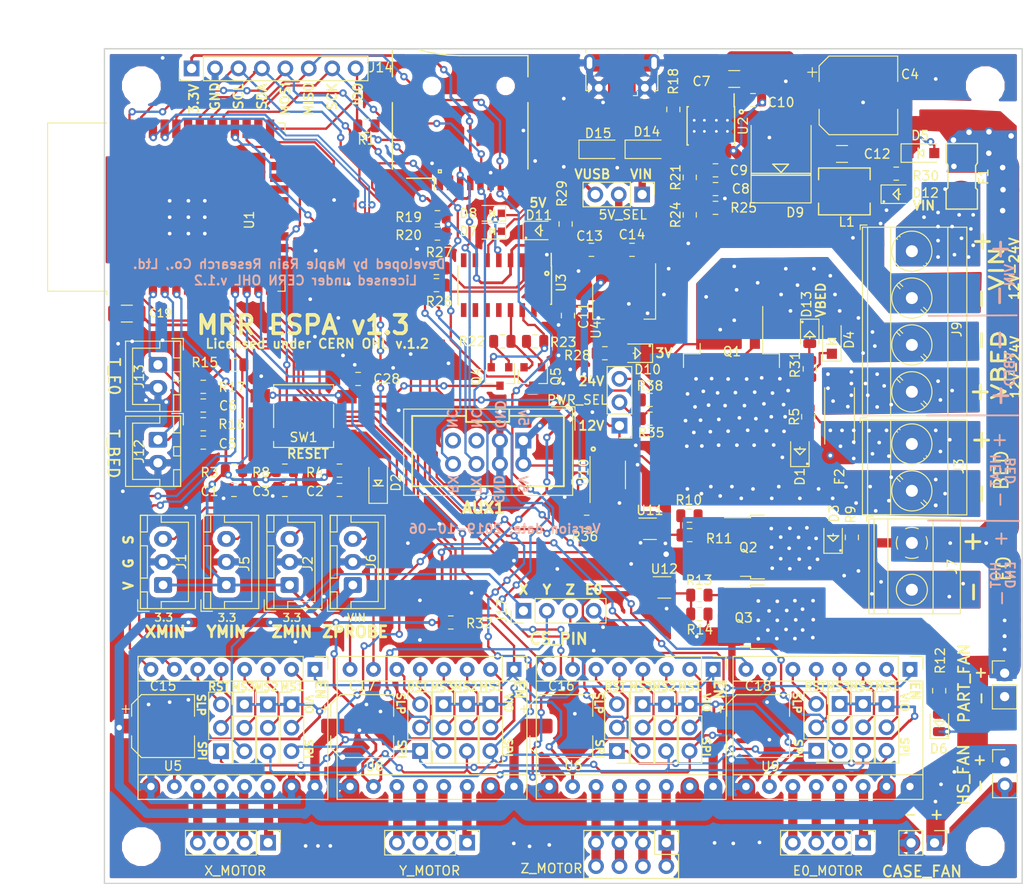
<source format=kicad_pcb>
(kicad_pcb (version 20171130) (host pcbnew 5.0.2-bee76a0~70~ubuntu18.04.1)
  (title_block (title "MRR ESPA") (date 2019-10-06) (rev v1.3))
  (layers (0 F.Cu signal) (31 B.Cu signal) (34 B.Paste user) (35 F.Paste user) (36 B.SilkS user) (37 F.SilkS user) (38 B.Mask user) (39 F.Mask user) (44 Edge.Cuts user))
  (net 0 "")
  (net 1 GND)
  (net 2 X_MIN)
  (net 3 Z_MIN)
  (net 4 Y_MIN)
  (net 5 VIN)
  (net 6 TEMP_BED_PIN)
  (net 7 TEMP_E0_PIN)
  (net 8 "Net-(C8-Pad1)")
  (net 9 COMP)
  (net 10 "Net-(C10-Pad2)")
  (net 11 "Net-(C10-Pad1)")
  (net 12 +3V3)
  (net 13 5V1)
  (net 14 +5V)
  (net 15 "Net-(D1-Pad2)")
  (net 16 "Net-(D1-Pad1)")
  (net 17 "Net-(D2-Pad1)")
  (net 18 "Net-(D3-Pad2)")
  (net 19 "Net-(D3-Pad1)")
  (net 20 VBED)
  (net 21 "Net-(D6-Pad1)")
  (net 22 "Net-(D6-Pad2)")
  (net 23 "Net-(D10-Pad2)")
  (net 24 "Net-(D11-Pad2)")
  (net 25 "Net-(D12-Pad2)")
  (net 26 "Net-(D13-Pad2)")
  (net 27 "Net-(F1-Pad2)")
  (net 28 "Net-(F2-Pad2)")
  (net 29 SS)
  (net 30 MISO)
  (net 31 SCK)
  (net 32 MOSI)
  (net 33 SCL)
  (net 34 SDA)
  (net 35 VUSB)
  (net 36 Y_DIR_PIN)
  (net 37 Y_STEP_PIN)
  (net 38 MOTOR_EN_PIN)
  (net 39 X_DIR_PIN)
  (net 40 X_STEP_PIN)
  (net 41 Z_DIR_PIN)
  (net 42 Z_STEP_PIN)
  (net 43 FAN_E0_PIN)
  (net 44 HEATER_E0_PIN)
  (net 45 IO0)
  (net 46 HEATER_BED_PIN)
  (net 47 E0_STEP_PIN)
  (net 48 E0_DIR_PIN)
  (net 49 "Net-(J21-Pad4)")
  (net 50 "Net-(J21-Pad3)")
  (net 51 "Net-(J21-Pad2)")
  (net 52 "Net-(J21-Pad1)")
  (net 53 "Net-(J23-Pad4)")
  (net 54 "Net-(J23-Pad3)")
  (net 55 "Net-(J23-Pad2)")
  (net 56 "Net-(J23-Pad1)")
  (net 57 "Net-(J24-Pad1)")
  (net 58 "Net-(J24-Pad2)")
  (net 59 "Net-(J24-Pad3)")
  (net 60 "Net-(J24-Pad4)")
  (net 61 X_MS1)
  (net 62 Y_MS1)
  (net 63 Z_MS1)
  (net 64 E0_MS1)
  (net 65 X_MS2)
  (net 66 Y_MS2)
  (net 67 Z_MS2)
  (net 68 E0_MS2)
  (net 69 X_MS3)
  (net 70 Y_MS3)
  (net 71 Z_MS3)
  (net 72 E0_MS3)
  (net 73 X_SLP)
  (net 74 X_RST)
  (net 75 Y_SLP)
  (net 76 Y_RST)
  (net 77 Z_RST)
  (net 78 Z_SLP)
  (net 79 E0_SLP)
  (net 80 E0_RST)
  (net 81 "Net-(Q2-Pad1)")
  (net 82 "Net-(Q3-Pad1)")
  (net 83 "Net-(Q4-Pad1)")
  (net 84 RTS)
  (net 85 EN)
  (net 86 DTR)
  (net 87 "Net-(Q5-Pad1)")
  (net 88 "Net-(R18-Pad2)")
  (net 89 FB)
  (net 90 "Net-(R26-Pad2)")
  (net 91 "Net-(R27-Pad2)")
  (net 92 /D-)
  (net 93 /D+)
  (net 94 UART+)
  (net 95 UART-)
  (net 96 TO_HEATER_BED)
  (net 97 TO_HEATER_E0)
  (net 98 TO_FAN_E0)
  (net 99 GNDD)
  (net 100 "Net-(R36-Pad2)")
  (net 101 X_CS)
  (net 102 Y_CS)
  (net 103 Z_CS)
  (net 104 E0_CS)
  (net 105 Z_2B)
  (net 106 Z_2A)
  (net 107 Z_1B)
  (net 108 Z_1A)
  (net 109 "Net-(JP18-Pad1)")
  (net 110 "Net-(JP18-Pad3)")
  (net 111 "Net-(D14-Pad1)")
  (net 112 "Net-(D15-Pad1)")
  (module Capacitor_SMD:C_0805_2012Metric (layer F.Cu) (at 102.2 67.8)
    (fp_text reference C14 (at 0 -1.65) (layer F.SilkS))
    (fp_text value 47uF6.3V)
    (pad 2 smd roundrect (at 0.9375 0) (size 0.975 1.4) (layers F.Cu F.Paste F.Mask) (net 1 GND))
    (pad 1 smd roundrect (at -0.9375 0) (size 0.975 1.4) (layers F.Cu F.Paste F.Mask) (net 12 +3V3))
  )
  (module Capacitor_SMD:C_0805_2012Metric (layer F.Cu) (at 97.8 67.8 180)
    (fp_text reference C13 (at 0.2 1.5 180) (layer F.SilkS))
    (fp_text value 47uF6.3V)
    (pad 2 smd roundrect (at 0.9375 0 180) (size 0.975 1.4) (layers F.Cu F.Paste F.Mask) (net 1 GND))
    (pad 1 smd roundrect (at -0.9375 0 180) (size 0.975 1.4) (layers F.Cu F.Paste F.Mask) (net 14 +5V))
  )
  (module projfp:Littelfuse_456 (layer F.Cu) (at 124.7 85.8 90)
    (fp_text reference F2 (at -6.6 0 90) (layer F.SilkS))
    (fp_text value "30A 3912")
    (pad 2 smd roundrect (at 3.25 0 90) (size 4 3.75) (layers F.Cu F.Paste F.Mask) (roundrect_rratio 0.125) (net 28 "Net-(F2-Pad2)"))
    (pad 1 smd roundrect (at -3.25 0 90) (size 4 3.75) (layers F.Cu F.Paste F.Mask) (roundrect_rratio 0.125) (net 20 VBED))
  )
  (module Capacitor_SMD:C_1206_3216Metric (layer F.Cu) (at 113.284 49.276 180)
    (fp_text reference C7 (at 3.556 -0.254 180) (layer F.SilkS))
    (fp_text value 4.7uF50V)
    (pad 2 smd roundrect (at 1.4 0 180) (size 1.25 1.75) (layers F.Cu F.Paste F.Mask) (roundrect_rratio 0.2) (net 5 VIN))
    (pad 1 smd roundrect (at -1.4 0 180) (size 1.25 1.75) (layers F.Cu F.Paste F.Mask) (roundrect_rratio 0.2) (net 1 GND))
  )
  (module Connector_USB:USB_Micro-B_Molex-105017-0001 (layer F.Cu) (at 101.092 48.768 180)
    (fp_text reference J16 hide)
    (fp_text value USB_B_Micro)
    (pad 6 smd rect (at -2.9 1.2375 180) (size 1.2 1.9) (layers F.Cu F.Mask) (net 1 GND))
    (pad 6 smd rect (at 2.9 1.2375 180) (size 1.2 1.9) (layers F.Cu F.Mask) (net 1 GND))
    (pad 6 thru_hole oval (at 3.5 1.2375 180) (size 1.2 1.9) (drill oval 0.6 1.3) (layers *.Cu *.Mask) (net 1 GND))
    (pad 6 thru_hole oval (at -3.5 1.2375) (size 1.2 1.9) (drill oval 0.6 1.3) (layers *.Cu *.Mask) (net 1 GND))
    (pad 6 smd rect (at -1 1.2375 180) (size 1.5 1.9) (layers F.Cu F.Paste F.Mask) (net 1 GND))
    (pad 6 thru_hole circle (at 2.5 -1.4625 180) (size 1.45 1.45) (drill 0.85) (layers *.Cu *.Mask) (net 1 GND))
    (pad 3 smd rect (at 0 -1.4625 180) (size 0.4 1.35) (layers F.Cu F.Paste F.Mask) (net 93 /D+))
    (pad 4 smd rect (at 0.65 -1.4625 180) (size 0.4 1.35) (layers F.Cu F.Paste F.Mask))
    (pad 5 smd rect (at 1.3 -1.4625 180) (size 0.4 1.35) (layers F.Cu F.Paste F.Mask) (net 1 GND))
    (pad 1 smd rect (at -1.3 -1.4625 180) (size 0.4 1.35) (layers F.Cu F.Paste F.Mask) (net 35 VUSB))
    (pad 2 smd rect (at -0.65 -1.4625 180) (size 0.4 1.35) (layers F.Cu F.Paste F.Mask) (net 92 /D-))
    (pad 6 thru_hole circle (at -2.5 -1.4625 180) (size 1.45 1.45) (drill 0.85) (layers *.Cu *.Mask) (net 1 GND))
    (pad 6 smd rect (at 1 1.2375 180) (size 1.5 1.9) (layers F.Cu F.Paste F.Mask) (net 1 GND))
  )
  (module Connector_IDC:IDC-Header_2x04_P2.54mm_Vertical (layer F.Cu) (at 90.412247 88.47544 270)
    (fp_text reference J15 hide)
    (fp_text value AUX1)
    (pad 8 thru_hole oval (at 2.54 7.62 270) (size 1.7272 1.7272) (drill 1.016) (layers *.Cu *.Mask) (net 95 UART-))
    (pad 7 thru_hole oval (at 0 7.62 270) (size 1.7272 1.7272) (drill 1.016) (layers *.Cu *.Mask))
    (pad 6 thru_hole oval (at 2.54 5.08 270) (size 1.7272 1.7272) (drill 1.016) (layers *.Cu *.Mask) (net 94 UART+))
    (pad 5 thru_hole oval (at 0 5.08 270) (size 1.7272 1.7272) (drill 1.016) (layers *.Cu *.Mask))
    (pad 4 thru_hole oval (at 2.54 2.54 270) (size 1.7272 1.7272) (drill 1.016) (layers *.Cu *.Mask) (net 1 GND))
    (pad 3 thru_hole oval (at 0 2.54 270) (size 1.7272 1.7272) (drill 1.016) (layers *.Cu *.Mask) (net 1 GND))
    (pad 2 thru_hole oval (at 2.54 0 270) (size 1.7272 1.7272) (drill 1.016) (layers *.Cu *.Mask) (net 14 +5V))
    (pad 1 thru_hole rect (at 0 0 270) (size 1.7272 1.7272) (drill 1.016) (layers *.Cu *.Mask) (net 14 +5V))
  )
  (module Capacitor_SMD:C_0805_2012Metric (layer F.Cu) (at 59.043985 93.83467)
    (fp_text reference C1 (at -2.655985 0.14533) (layer F.SilkS))
    (fp_text value 100nF25V)
    (pad 2 smd roundrect (at 0.9375 0) (size 0.975 1.4) (layers F.Cu F.Paste F.Mask) (net 2 X_MIN))
    (pad 1 smd roundrect (at -0.9375 0) (size 0.975 1.4) (layers F.Cu F.Paste F.Mask) (net 1 GND))
  )
  (module Capacitor_SMD:C_0805_2012Metric (layer F.Cu) (at 70.483985 93.83467)
    (fp_text reference C2 (at -2.665985 0.14533 -180) (layer F.SilkS))
    (fp_text value 100nF25V)
    (pad 2 smd roundrect (at 0.9375 0) (size 0.975 1.4) (layers F.Cu F.Paste F.Mask) (net 3 Z_MIN))
    (pad 1 smd roundrect (at -0.9375 0) (size 0.975 1.4) (layers F.Cu F.Paste F.Mask) (net 1 GND))
  )
  (module Capacitor_SMD:C_0805_2012Metric (layer F.Cu) (at 64.559985 93.83467)
    (fp_text reference C3 (at -2.583985 0.14533 -180) (layer F.SilkS))
    (fp_text value 100nF25V)
    (pad 2 smd roundrect (at 0.9375 0) (size 0.975 1.4) (layers F.Cu F.Paste F.Mask) (net 4 Y_MIN))
    (pad 1 smd roundrect (at -0.9375 0) (size 0.975 1.4) (layers F.Cu F.Paste F.Mask) (net 1 GND))
  )
  (module Capacitor_SMD:CP_Elec_8x10 (layer F.Cu) (at 126.746 51.054)
    (fp_text reference C4 (at 5.588 -2.286) (layer F.SilkS))
    (fp_text value 100uF50V)
    (pad 2 smd roundrect (at 3.25 0) (size 3.5 2.5) (layers F.Cu F.Paste F.Mask) (roundrect_rratio 0.1) (net 1 GND))
    (pad 1 smd roundrect (at -3.25 0) (size 3.5 2.5) (layers F.Cu F.Paste F.Mask) (roundrect_rratio 0.1) (net 5 VIN))
  )
  (module Capacitor_SMD:C_0805_2012Metric (layer F.Cu) (at 55.715 88.705)
    (fp_text reference C5 (at 2.636 0.118) (layer F.SilkS))
    (fp_text value 22uF6.3V)
    (pad 2 smd roundrect (at 0.9375 0) (size 0.975 1.4) (layers F.Cu F.Paste F.Mask) (net 6 TEMP_BED_PIN))
    (pad 1 smd roundrect (at -0.9375 0) (size 0.975 1.4) (layers F.Cu F.Paste F.Mask) (net 1 GND))
  )
  (module Capacitor_SMD:C_0805_2012Metric (layer F.Cu) (at 55.715 84.68)
    (fp_text reference C6 (at 2.675 0.025) (layer F.SilkS))
    (fp_text value 22uF6.3V)
    (pad 2 smd roundrect (at 0.9375 0) (size 0.975 1.4) (layers F.Cu F.Paste F.Mask) (net 7 TEMP_E0_PIN))
    (pad 1 smd roundrect (at -0.9375 0) (size 0.975 1.4) (layers F.Cu F.Paste F.Mask) (net 1 GND))
  )
  (module Capacitor_SMD:C_0805_2012Metric (layer F.Cu) (at 111.252 61.214)
    (fp_text reference C8 (at 2.74 -0.03) (layer F.SilkS))
    (fp_text value 820pF50V)
    (pad 2 smd roundrect (at 0.9375 0) (size 0.975 1.4) (layers F.Cu F.Paste F.Mask) (net 1 GND))
    (pad 1 smd roundrect (at -0.9375 0) (size 0.975 1.4) (layers F.Cu F.Paste F.Mask) (net 8 "Net-(C8-Pad1)"))
  )
  (module Capacitor_SMD:C_0805_2012Metric (layer F.Cu) (at 111.252 59.182)
    (fp_text reference C9 (at 2.54 0) (layer F.SilkS))
    (fp_text value 56pF50V)
    (pad 2 smd roundrect (at 0.9375 0) (size 0.975 1.4) (layers F.Cu F.Paste F.Mask) (net 1 GND))
    (pad 1 smd roundrect (at -0.9375 0) (size 0.975 1.4) (layers F.Cu F.Paste F.Mask) (net 9 COMP))
  )
  (module Capacitor_SMD:C_0805_2012Metric (layer F.Cu) (at 115.316 51.562 180)
    (fp_text reference C10 (at -3.048 -0.254) (layer F.SilkS))
    (fp_text value 100nF50V)
    (pad 2 smd roundrect (at 0.9375 0 180) (size 0.975 1.4) (layers F.Cu F.Paste F.Mask) (net 10 "Net-(C10-Pad2)"))
    (pad 1 smd roundrect (at -0.9375 0 180) (size 0.975 1.4) (layers F.Cu F.Paste F.Mask) (net 11 "Net-(C10-Pad1)"))
  )
  (module Capacitor_SMD:C_0805_2012Metric (layer F.Cu) (at 95.25 74.93 90)
    (fp_text reference C11 (at 0 1.7 90) (layer F.SilkS))
    (fp_text value 10nF50V)
    (pad 2 smd roundrect (at 0.9375 0 90) (size 0.975 1.4) (layers F.Cu F.Paste F.Mask) (net 12 +3V3))
    (pad 1 smd roundrect (at -0.9375 0 90) (size 0.975 1.4) (layers F.Cu F.Paste F.Mask) (net 1 GND))
  )
  (module Capacitor_SMD:C_1206_3216Metric (layer F.Cu) (at 124.968 57.404)
    (fp_text reference C12 (at 3.81 0) (layer F.SilkS))
    (fp_text value 47uF16V)
    (pad 2 smd roundrect (at 1.4 0) (size 1.25 1.75) (layers F.Cu F.Paste F.Mask) (roundrect_rratio 0.2) (net 13 5V1))
    (pad 1 smd roundrect (at -1.4 0) (size 1.25 1.75) (layers F.Cu F.Paste F.Mask) (roundrect_rratio 0.2) (net 1 GND))
  )
  (module Capacitor_SMD:CP_Elec_6.3x7.7 (layer F.Cu) (at 51.354 119.434)
    (fp_text reference C15 (at 0 -4.35) (layer F.SilkS))
    (fp_text value 100uF35V)
    (pad 2 smd roundrect (at 2.7 0) (size 3.5 1.6) (layers F.Cu F.Paste F.Mask) (roundrect_rratio 0.15625) (net 1 GND))
    (pad 1 smd roundrect (at -2.7 0) (size 3.5 1.6) (layers F.Cu F.Paste F.Mask) (roundrect_rratio 0.15625) (net 5 VIN))
  )
  (module Capacitor_SMD:CP_Elec_6.3x7.7 (layer F.Cu) (at 94.534 119.434)
    (fp_text reference C16 (at 0 -4.35) (layer F.SilkS))
    (fp_text value 100uF35V)
    (pad 2 smd roundrect (at 2.7 0) (size 3.5 1.6) (layers F.Cu F.Paste F.Mask) (roundrect_rratio 0.15625) (net 1 GND))
    (pad 1 smd roundrect (at -2.7 0) (size 3.5 1.6) (layers F.Cu F.Paste F.Mask) (roundrect_rratio 0.15625) (net 5 VIN))
  )
  (module Capacitor_SMD:CP_Elec_6.3x7.7 (layer F.Cu) (at 72.944 119.434)
    (fp_text reference C17 (at 0 -4.35) (layer F.SilkS))
    (fp_text value 100uF35V)
    (pad 2 smd roundrect (at 2.7 0) (size 3.5 1.6) (layers F.Cu F.Paste F.Mask) (roundrect_rratio 0.15625) (net 1 GND))
    (pad 1 smd roundrect (at -2.7 0) (size 3.5 1.6) (layers F.Cu F.Paste F.Mask) (roundrect_rratio 0.15625) (net 5 VIN))
  )
  (module Capacitor_SMD:CP_Elec_6.3x7.7 (layer F.Cu) (at 115.87 119.434)
    (fp_text reference C18 (at 0 -4.35) (layer F.SilkS))
    (fp_text value 100uF35V)
    (pad 2 smd roundrect (at 2.7 0) (size 3.5 1.6) (layers F.Cu F.Paste F.Mask) (roundrect_rratio 0.15625) (net 1 GND))
    (pad 1 smd roundrect (at -2.7 0) (size 3.5 1.6) (layers F.Cu F.Paste F.Mask) (roundrect_rratio 0.15625) (net 5 VIN))
  )
  (module MountingHole:MountingHole_3.2mm_M3_DIN965 (layer F.Cu) (at 49 50)
    (fp_text reference H1 hide)
    (fp_text value MountingHole)
    (pad 1 np_thru_hole circle (at 0 0) (size 3.2 3.2) (drill 3.2) (layers *.Cu *.Mask))
  )
  (module MountingHole:MountingHole_3.2mm_M3_DIN965 (layer F.Cu) (at 49 132.5)
    (fp_text reference H2 hide)
    (fp_text value MountingHole)
    (pad 1 np_thru_hole circle (at 0 0) (size 3.2 3.2) (drill 3.2) (layers *.Cu *.Mask))
  )
  (module MountingHole:MountingHole_3.2mm_M3_DIN965 (layer F.Cu) (at 140.5 132.5)
    (fp_text reference H3 hide)
    (fp_text value MountingHole)
    (pad 1 np_thru_hole circle (at 0 0) (size 3.2 3.2) (drill 3.2) (layers *.Cu *.Mask))
  )
  (module MountingHole:MountingHole_3.2mm_M3_DIN965 (layer F.Cu) (at 140.5 50)
    (fp_text reference H4 hide)
    (fp_text value MountingHole)
    (pad 1 np_thru_hole circle (at 0 0) (size 3.2 3.2) (drill 3.2) (layers *.Cu *.Mask))
  )
  (module TerminalBlock_Phoenix:TerminalBlock_Phoenix_MKDS-3-2-5.08_1x02_P5.08mm_Horizontal (layer F.Cu) (at 132.541 88.85 270)
    (fp_text reference J3 (at 2.425 -5.1 270) (layer F.SilkS))
    (fp_text value BED)
    (pad 2 thru_hole circle (at 5.08 0 270) (size 2.6 2.6) (drill 1.3) (layers *.Cu *.Mask) (net 16 "Net-(D1-Pad1)"))
    (pad 1 thru_hole rect (at 0 0 270) (size 2.6 2.6) (drill 1.3) (layers *.Cu *.Mask) (net 20 VBED))
  )
  (module Connector_PinHeader_2.54mm:PinHeader_1x02_P2.54mm_Vertical (layer F.Cu) (at 135 132.1 270)
    (fp_text reference J8 hide)
    (fp_text value FAN_CASE)
    (pad 2 thru_hole oval (at 0 2.54 270) (size 1.7 1.7) (drill 1) (layers *.Cu *.Mask) (net 1 GND))
    (pad 1 thru_hole rect (at 0 0 270) (size 1.7 1.7) (drill 1) (layers *.Cu *.Mask) (net 5 VIN))
  )
  (module TerminalBlock_Phoenix:TerminalBlock_Phoenix_MKDS-3-4-5.08_1x04_P5.08mm_Horizontal (layer F.Cu) (at 132.541 67.95 270)
    (fp_text reference J9 (at 8.475 -4.875 270) (layer F.SilkS))
    (fp_text value PWR_IN)
    (pad 4 thru_hole circle (at 15.24 0 270) (size 2.6 2.6) (drill 1.3) (layers *.Cu *.Mask) (net 28 "Net-(F2-Pad2)"))
    (pad 3 thru_hole circle (at 10.16 0 270) (size 2.6 2.6) (drill 1.3) (layers *.Cu *.Mask) (net 99 GNDD))
    (pad 2 thru_hole circle (at 5.08 0 270) (size 2.6 2.6) (drill 1.3) (layers *.Cu *.Mask) (net 1 GND))
    (pad 1 thru_hole rect (at 0 0 270) (size 2.6 2.6) (drill 1.3) (layers *.Cu *.Mask) (net 27 "Net-(F1-Pad2)"))
  )
  (module Connector_PinHeader_2.54mm:PinHeader_1x02_P2.54mm_Vertical (layer F.Cu) (at 142.6 113.7)
    (fp_text reference J10 hide)
    (fp_text value PART_FAN)
    (pad 2 thru_hole oval (at 0 2.54) (size 1.7 1.7) (drill 1) (layers *.Cu *.Mask) (net 21 "Net-(D6-Pad1)"))
    (pad 1 thru_hole rect (at 0 0) (size 1.7 1.7) (drill 1) (layers *.Cu *.Mask) (net 5 VIN))
  )
  (module Connector_PinHeader_2.54mm:PinHeader_1x02_P2.54mm_Vertical (layer F.Cu) (at 142.625 123.325)
    (fp_text reference J11 hide)
    (fp_text value FAN_HEATSINK)
    (pad 2 thru_hole oval (at 0 2.54) (size 1.7 1.7) (drill 1) (layers *.Cu *.Mask) (net 1 GND))
    (pad 1 thru_hole rect (at 0 0) (size 1.7 1.7) (drill 1) (layers *.Cu *.Mask) (net 5 VIN))
  )
  (module Connector_PinHeader_2.54mm:PinHeader_1x04_P2.54mm_Vertical (layer F.Cu) (at 62.738 132.08 270)
    (fp_text reference J21 hide)
    (fp_text value X_MOTOR (at 3.048 3.556) (layer F.SilkS))
    (pad 4 thru_hole oval (at 0 7.62 270) (size 1.7 1.7) (drill 1) (layers *.Cu *.Mask) (net 49 "Net-(J21-Pad4)"))
    (pad 3 thru_hole oval (at 0 5.08 270) (size 1.7 1.7) (drill 1) (layers *.Cu *.Mask) (net 50 "Net-(J21-Pad3)"))
    (pad 2 thru_hole oval (at 0 2.54 270) (size 1.7 1.7) (drill 1) (layers *.Cu *.Mask) (net 51 "Net-(J21-Pad2)"))
    (pad 1 thru_hole rect (at 0 0 270) (size 1.7 1.7) (drill 1) (layers *.Cu *.Mask) (net 52 "Net-(J21-Pad1)"))
  )
  (module Connector_PinHeader_2.54mm:PinHeader_1x04_P2.54mm_Vertical (layer F.Cu) (at 84.328 132.08 270)
    (fp_text reference J23 hide)
    (fp_text value Y_MOTOR (at 3.048 4.064) (layer F.SilkS))
    (pad 4 thru_hole oval (at 0 7.62 270) (size 1.7 1.7) (drill 1) (layers *.Cu *.Mask) (net 53 "Net-(J23-Pad4)"))
    (pad 3 thru_hole oval (at 0 5.08 270) (size 1.7 1.7) (drill 1) (layers *.Cu *.Mask) (net 54 "Net-(J23-Pad3)"))
    (pad 2 thru_hole oval (at 0 2.54 270) (size 1.7 1.7) (drill 1) (layers *.Cu *.Mask) (net 55 "Net-(J23-Pad2)"))
    (pad 1 thru_hole rect (at 0 0 270) (size 1.7 1.7) (drill 1) (layers *.Cu *.Mask) (net 56 "Net-(J23-Pad1)"))
  )
  (module Connector_PinHeader_2.54mm:PinHeader_1x04_P2.54mm_Vertical (layer F.Cu) (at 127.254 132.08 270)
    (fp_text reference J24 hide)
    (fp_text value E0_MOTOR (at 3.048 3.81) (layer F.SilkS))
    (pad 4 thru_hole oval (at 0 7.62 270) (size 1.7 1.7) (drill 1) (layers *.Cu *.Mask) (net 60 "Net-(J24-Pad4)"))
    (pad 3 thru_hole oval (at 0 5.08 270) (size 1.7 1.7) (drill 1) (layers *.Cu *.Mask) (net 59 "Net-(J24-Pad3)"))
    (pad 2 thru_hole oval (at 0 2.54 270) (size 1.7 1.7) (drill 1) (layers *.Cu *.Mask) (net 58 "Net-(J24-Pad2)"))
    (pad 1 thru_hole rect (at 0 0 270) (size 1.7 1.7) (drill 1) (layers *.Cu *.Mask) (net 57 "Net-(J24-Pad1)"))
  )
  (module Connector_PinHeader_2.54mm:PinHeader_1x03_P2.54mm_Vertical (layer F.Cu) (at 65.275 117.075)
    (fp_text reference JP1 hide)
    (fp_text value X_MS1)
    (pad 3 thru_hole oval (at 0 5.08) (size 1.7 1.7) (drill 1) (layers *.Cu *.Mask) (net 32 MOSI))
    (pad 2 thru_hole oval (at 0 2.54) (size 1.7 1.7) (drill 1) (layers *.Cu *.Mask) (net 61 X_MS1))
    (pad 1 thru_hole rect (at 0 0) (size 1.7 1.7) (drill 1) (layers *.Cu *.Mask) (net 12 +3V3))
  )
  (module Connector_PinHeader_2.54mm:PinHeader_1x03_P2.54mm_Vertical (layer F.Cu) (at 86.843 117.061)
    (fp_text reference JP2 hide)
    (fp_text value Y_MS1)
    (pad 3 thru_hole oval (at 0 5.08) (size 1.7 1.7) (drill 1) (layers *.Cu *.Mask) (net 32 MOSI))
    (pad 2 thru_hole oval (at 0 2.54) (size 1.7 1.7) (drill 1) (layers *.Cu *.Mask) (net 62 Y_MS1))
    (pad 1 thru_hole rect (at 0 0) (size 1.7 1.7) (drill 1) (layers *.Cu *.Mask) (net 12 +3V3))
  )
  (module Connector_PinHeader_2.54mm:PinHeader_1x03_P2.54mm_Vertical (layer F.Cu) (at 108.433 117.061)
    (fp_text reference JP3 hide)
    (fp_text value Z_MS1)
    (pad 3 thru_hole oval (at 0 5.08) (size 1.7 1.7) (drill 1) (layers *.Cu *.Mask) (net 32 MOSI))
    (pad 2 thru_hole oval (at 0 2.54) (size 1.7 1.7) (drill 1) (layers *.Cu *.Mask) (net 63 Z_MS1))
    (pad 1 thru_hole rect (at 0 0) (size 1.7 1.7) (drill 1) (layers *.Cu *.Mask) (net 12 +3V3))
  )
  (module Connector_PinHeader_2.54mm:PinHeader_1x03_P2.54mm_Vertical (layer F.Cu) (at 129.794 117.032)
    (fp_text reference JP4 hide)
    (fp_text value E0_MS1)
    (pad 3 thru_hole oval (at 0 5.08) (size 1.7 1.7) (drill 1) (layers *.Cu *.Mask) (net 32 MOSI))
    (pad 2 thru_hole oval (at 0 2.54) (size 1.7 1.7) (drill 1) (layers *.Cu *.Mask) (net 64 E0_MS1))
    (pad 1 thru_hole rect (at 0 0) (size 1.7 1.7) (drill 1) (layers *.Cu *.Mask) (net 12 +3V3))
  )
  (module Connector_PinHeader_2.54mm:PinHeader_1x03_P2.54mm_Vertical (layer F.Cu) (at 62.713 117.086)
    (fp_text reference JP5 hide)
    (fp_text value X_MS2)
    (pad 3 thru_hole oval (at 0 5.08) (size 1.7 1.7) (drill 1) (layers *.Cu *.Mask) (net 31 SCK))
    (pad 2 thru_hole oval (at 0 2.54) (size 1.7 1.7) (drill 1) (layers *.Cu *.Mask) (net 65 X_MS2))
    (pad 1 thru_hole rect (at 0 0) (size 1.7 1.7) (drill 1) (layers *.Cu *.Mask) (net 12 +3V3))
  )
  (module Connector_PinHeader_2.54mm:PinHeader_1x03_P2.54mm_Vertical (layer F.Cu) (at 84.303 117.061)
    (fp_text reference JP6 hide)
    (fp_text value Y_MS2)
    (pad 3 thru_hole oval (at 0 5.08) (size 1.7 1.7) (drill 1) (layers *.Cu *.Mask) (net 31 SCK))
    (pad 2 thru_hole oval (at 0 2.54) (size 1.7 1.7) (drill 1) (layers *.Cu *.Mask) (net 66 Y_MS2))
    (pad 1 thru_hole rect (at 0 0) (size 1.7 1.7) (drill 1) (layers *.Cu *.Mask) (net 12 +3V3))
  )
  (module Connector_PinHeader_2.54mm:PinHeader_1x03_P2.54mm_Vertical (layer F.Cu) (at 105.893 117.061)
    (fp_text reference JP7 hide)
    (fp_text value Z_MS2)
    (pad 3 thru_hole oval (at 0 5.08) (size 1.7 1.7) (drill 1) (layers *.Cu *.Mask) (net 31 SCK))
    (pad 2 thru_hole oval (at 0 2.54) (size 1.7 1.7) (drill 1) (layers *.Cu *.Mask) (net 67 Z_MS2))
    (pad 1 thru_hole rect (at 0 0) (size 1.7 1.7) (drill 1) (layers *.Cu *.Mask) (net 12 +3V3))
  )
  (module Connector_PinHeader_2.54mm:PinHeader_1x03_P2.54mm_Vertical (layer F.Cu) (at 127.254 117.032)
    (fp_text reference JP8 hide)
    (fp_text value E0_MS2)
    (pad 3 thru_hole oval (at 0 5.08) (size 1.7 1.7) (drill 1) (layers *.Cu *.Mask) (net 31 SCK))
    (pad 2 thru_hole oval (at 0 2.54) (size 1.7 1.7) (drill 1) (layers *.Cu *.Mask) (net 68 E0_MS2))
    (pad 1 thru_hole rect (at 0 0) (size 1.7 1.7) (drill 1) (layers *.Cu *.Mask) (net 12 +3V3))
  )
  (module Connector_PinHeader_2.54mm:PinHeader_1x03_P2.54mm_Vertical (layer F.Cu) (at 60.173 117.086)
    (fp_text reference JP9 hide)
    (fp_text value X_MS3)
    (pad 3 thru_hole oval (at 0 5.08) (size 1.7 1.7) (drill 1) (layers *.Cu *.Mask) (net 101 X_CS))
    (pad 2 thru_hole oval (at 0 2.54) (size 1.7 1.7) (drill 1) (layers *.Cu *.Mask) (net 69 X_MS3))
    (pad 1 thru_hole rect (at 0 0) (size 1.7 1.7) (drill 1) (layers *.Cu *.Mask) (net 12 +3V3))
  )
  (module Connector_PinHeader_2.54mm:PinHeader_1x03_P2.54mm_Vertical (layer F.Cu) (at 81.763 117.061)
    (fp_text reference JP10 hide)
    (fp_text value Y_MS3)
    (pad 3 thru_hole oval (at 0 5.08) (size 1.7 1.7) (drill 1) (layers *.Cu *.Mask) (net 102 Y_CS))
    (pad 2 thru_hole oval (at 0 2.54) (size 1.7 1.7) (drill 1) (layers *.Cu *.Mask) (net 70 Y_MS3))
    (pad 1 thru_hole rect (at 0 0) (size 1.7 1.7) (drill 1) (layers *.Cu *.Mask) (net 12 +3V3))
  )
  (module Connector_PinHeader_2.54mm:PinHeader_1x03_P2.54mm_Vertical (layer F.Cu) (at 103.353 117.061)
    (fp_text reference JP11 hide)
    (fp_text value Z_MS3)
    (pad 3 thru_hole oval (at 0 5.08) (size 1.7 1.7) (drill 1) (layers *.Cu *.Mask) (net 103 Z_CS))
    (pad 2 thru_hole oval (at 0 2.54) (size 1.7 1.7) (drill 1) (layers *.Cu *.Mask) (net 71 Z_MS3))
    (pad 1 thru_hole rect (at 0 0) (size 1.7 1.7) (drill 1) (layers *.Cu *.Mask) (net 12 +3V3))
  )
  (module Connector_PinHeader_2.54mm:PinHeader_1x03_P2.54mm_Vertical (layer F.Cu) (at 124.714 117.032)
    (fp_text reference JP12 hide)
    (fp_text value E0_MS3)
    (pad 3 thru_hole oval (at 0 5.08) (size 1.7 1.7) (drill 1) (layers *.Cu *.Mask) (net 104 E0_CS))
    (pad 2 thru_hole oval (at 0 2.54) (size 1.7 1.7) (drill 1) (layers *.Cu *.Mask) (net 72 E0_MS3))
    (pad 1 thru_hole rect (at 0 0) (size 1.7 1.7) (drill 1) (layers *.Cu *.Mask) (net 12 +3V3))
  )
  (module Connector_PinHeader_2.54mm:PinHeader_1x03_P2.54mm_Vertical (layer F.Cu) (at 57.633 122.166 180)
    (fp_text reference JP13 hide)
    (fp_text value X_RST)
    (pad 3 thru_hole oval (at 0 5.08 180) (size 1.7 1.7) (drill 1) (layers *.Cu *.Mask) (net 73 X_SLP))
    (pad 2 thru_hole oval (at 0 2.54 180) (size 1.7 1.7) (drill 1) (layers *.Cu *.Mask) (net 74 X_RST))
    (pad 1 thru_hole rect (at 0 0 180) (size 1.7 1.7) (drill 1) (layers *.Cu *.Mask) (net 30 MISO))
  )
  (module Connector_PinHeader_2.54mm:PinHeader_1x03_P2.54mm_Vertical (layer F.Cu) (at 79.223 122.141 180)
    (fp_text reference JP14 hide)
    (fp_text value Y_RST)
    (pad 3 thru_hole oval (at 0 5.08 180) (size 1.7 1.7) (drill 1) (layers *.Cu *.Mask) (net 75 Y_SLP))
    (pad 2 thru_hole oval (at 0 2.54 180) (size 1.7 1.7) (drill 1) (layers *.Cu *.Mask) (net 76 Y_RST))
    (pad 1 thru_hole rect (at 0 0 180) (size 1.7 1.7) (drill 1) (layers *.Cu *.Mask) (net 30 MISO))
  )
  (module Connector_PinHeader_2.54mm:PinHeader_1x03_P2.54mm_Vertical (layer F.Cu) (at 100.559 122.141 180)
    (fp_text reference JP15 hide)
    (fp_text value Z_RST)
    (pad 3 thru_hole oval (at 0 5.08 180) (size 1.7 1.7) (drill 1) (layers *.Cu *.Mask) (net 78 Z_SLP))
    (pad 2 thru_hole oval (at 0 2.54 180) (size 1.7 1.7) (drill 1) (layers *.Cu *.Mask) (net 77 Z_RST))
    (pad 1 thru_hole rect (at 0 0 180) (size 1.7 1.7) (drill 1) (layers *.Cu *.Mask) (net 30 MISO))
  )
  (module Connector_PinHeader_2.54mm:PinHeader_1x03_P2.54mm_Vertical (layer F.Cu) (at 122.174 122.112 180)
    (fp_text reference JP16 hide)
    (fp_text value E0_RST)
    (pad 3 thru_hole oval (at 0 5.08 180) (size 1.7 1.7) (drill 1) (layers *.Cu *.Mask) (net 79 E0_SLP))
    (pad 2 thru_hole oval (at 0 2.54 180) (size 1.7 1.7) (drill 1) (layers *.Cu *.Mask) (net 80 E0_RST))
    (pad 1 thru_hole rect (at 0 0 180) (size 1.7 1.7) (drill 1) (layers *.Cu *.Mask) (net 30 MISO))
  )
  (module Package_TO_SOT_SMD:TO-263-2 (layer F.Cu) (at 112.98 82.01 270)
    (fp_text reference Q1 (at -3.18 -0.06) (layer F.SilkS))
    (fp_text value WSK220N04)
    (pad 2 smd rect (at 3.375 0 270) (size 9.4 10.8) (layers F.Cu F.Mask) (net 16 "Net-(D1-Pad1)"))
    (pad 3 smd rect (at -5.775 2.54 270) (size 4.6 1.1) (layers F.Cu F.Paste F.Mask) (net 99 GNDD))
    (pad 1 smd rect (at -5.775 -2.54 270) (size 4.6 1.1) (layers F.Cu F.Paste F.Mask) (net 96 TO_HEATER_BED))
  )
  (module Package_TO_SOT_SMD:TO-252-2 (layer F.Cu) (at 117.525 100.018)
    (fp_text reference Q2 (at -2.717 0.058) (layer F.SilkS))
    (fp_text value WSF3085)
    (pad 2 smd rect (at 2.1 0) (size 6.4 5.8) (layers F.Cu F.Mask) (net 19 "Net-(D3-Pad1)"))
    (pad 3 smd rect (at -4.2 2.28) (size 2.2 1.2) (layers F.Cu F.Paste F.Mask) (net 1 GND))
    (pad 1 smd rect (at -4.2 -2.28) (size 2.2 1.2) (layers F.Cu F.Paste F.Mask) (net 81 "Net-(Q2-Pad1)"))
  )
  (module Package_TO_SOT_SMD:TO-252-2 (layer F.Cu) (at 117.525 107.586)
    (fp_text reference Q3 (at -3.225 0.11) (layer F.SilkS))
    (fp_text value WSF3038)
    (pad 2 smd rect (at 2.1 0) (size 6.4 5.8) (layers F.Cu F.Mask) (net 21 "Net-(D6-Pad1)"))
    (pad 3 smd rect (at -4.2 2.28) (size 2.2 1.2) (layers F.Cu F.Paste F.Mask) (net 1 GND))
    (pad 1 smd rect (at -4.2 -2.28) (size 2.2 1.2) (layers F.Cu F.Paste F.Mask) (net 82 "Net-(Q3-Pad1)"))
  )
  (module Package_TO_SOT_SMD:SOT-23 (layer F.Cu) (at 87.884 81.534 270)
    (fp_text reference Q4 (at 0 2.54 270) (layer F.SilkS))
    (fp_text value S9014)
    (pad 3 smd rect (at 1 0 270) (size 0.9 0.8) (layers F.Cu F.Paste F.Mask) (net 85 EN))
    (pad 2 smd rect (at -1 0.95 270) (size 0.9 0.8) (layers F.Cu F.Paste F.Mask) (net 84 RTS))
    (pad 1 smd rect (at -1 -0.95 270) (size 0.9 0.8) (layers F.Cu F.Paste F.Mask) (net 83 "Net-(Q4-Pad1)"))
  )
  (module Package_TO_SOT_SMD:SOT-23 (layer F.Cu) (at 91.44 81.534 270)
    (fp_text reference Q5 (at 0 -2.5 270) (layer F.SilkS))
    (fp_text value S9014)
    (pad 3 smd rect (at 1 0 270) (size 0.9 0.8) (layers F.Cu F.Paste F.Mask) (net 45 IO0))
    (pad 2 smd rect (at -1 0.95 270) (size 0.9 0.8) (layers F.Cu F.Paste F.Mask) (net 86 DTR))
    (pad 1 smd rect (at -1 -0.95 270) (size 0.9 0.8) (layers F.Cu F.Paste F.Mask) (net 87 "Net-(Q5-Pad1)"))
  )
  (module Resistor_SMD:R_0805_2012Metric (layer F.Cu) (at 59.043985 91.73467 180)
    (fp_text reference R3 (at 2.655985 -0.21333 180) (layer F.SilkS))
    (fp_text value 10K)
    (pad 2 smd roundrect (at 0.9375 0 180) (size 0.975 1.4) (layers F.Cu F.Paste F.Mask) (net 12 +3V3))
    (pad 1 smd roundrect (at -0.9375 0 180) (size 0.975 1.4) (layers F.Cu F.Paste F.Mask) (net 2 X_MIN))
  )
  (module Resistor_SMD:R_0805_2012Metric (layer F.Cu) (at 70.483985 91.73467 180)
    (fp_text reference R4 (at 2.665985 -0.21333 180) (layer F.SilkS))
    (fp_text value 10K)
    (pad 2 smd roundrect (at 0.9375 0 180) (size 0.975 1.4) (layers F.Cu F.Paste F.Mask) (net 12 +3V3))
    (pad 1 smd roundrect (at -0.9375 0 180) (size 0.975 1.4) (layers F.Cu F.Paste F.Mask) (net 3 Z_MIN))
  )
  (module Resistor_SMD:R_0805_2012Metric (layer F.Cu) (at 121.3 85.9 90)
    (fp_text reference R5 (at 0 -1.5 90) (layer F.SilkS))
    (fp_text value 2.2K)
    (pad 2 smd roundrect (at 0.9375 0 90) (size 0.975 1.4) (layers F.Cu F.Paste F.Mask) (net 20 VBED))
    (pad 1 smd roundrect (at -0.9375 0 90) (size 0.975 1.4) (layers F.Cu F.Paste F.Mask) (net 15 "Net-(D1-Pad2)"))
  )
  (module Resistor_SMD:R_0805_2012Metric (layer F.Cu) (at 64.559985 91.73467 180)
    (fp_text reference R8 (at 2.583985 -0.21333 180) (layer F.SilkS))
    (fp_text value 10K)
    (pad 2 smd roundrect (at 0.9375 0 180) (size 0.975 1.4) (layers F.Cu F.Paste F.Mask) (net 12 +3V3))
    (pad 1 smd roundrect (at -0.9375 0 180) (size 0.975 1.4) (layers F.Cu F.Paste F.Mask) (net 4 Y_MIN))
  )
  (module Resistor_SMD:R_0805_2012Metric (layer F.Cu) (at 126.037298 98.978316 90)
    (fp_text reference R9 (at 2.478316 -0.137298 90) (layer F.SilkS))
    (fp_text value 2.2K)
    (pad 2 smd roundrect (at 0.9375 0 90) (size 0.975 1.4) (layers F.Cu F.Paste F.Mask) (net 5 VIN))
    (pad 1 smd roundrect (at -0.9375 0 90) (size 0.975 1.4) (layers F.Cu F.Paste F.Mask) (net 18 "Net-(D3-Pad2)"))
  )
  (module Resistor_SMD:R_0805_2012Metric (layer F.Cu) (at 108.425 96.631 180)
    (fp_text reference R10 (at 0.075 1.7 180) (layer F.SilkS))
    (fp_text value 10R)
    (pad 2 smd roundrect (at 0.9375 0 180) (size 0.975 1.4) (layers F.Cu F.Paste F.Mask) (net 97 TO_HEATER_E0))
    (pad 1 smd roundrect (at -0.9375 0 180) (size 0.975 1.4) (layers F.Cu F.Paste F.Mask) (net 81 "Net-(Q2-Pad1)"))
  )
  (module Resistor_SMD:R_0805_2012Metric (layer F.Cu) (at 108.45 98.731 180)
    (fp_text reference R11 (at -3.2 -0.375 180) (layer F.SilkS))
    (fp_text value 100K)
    (pad 2 smd roundrect (at 0.9375 0 180) (size 0.975 1.4) (layers F.Cu F.Paste F.Mask) (net 97 TO_HEATER_E0))
    (pad 1 smd roundrect (at -0.9375 0 180) (size 0.975 1.4) (layers F.Cu F.Paste F.Mask) (net 1 GND))
  )
  (module Resistor_SMD:R_0805_2012Metric (layer F.Cu) (at 135.5 115.6 90)
    (fp_text reference R12 (at 3.263 0.114 90) (layer F.SilkS))
    (fp_text value 2.2K)
    (pad 2 smd roundrect (at 0.9375 0 90) (size 0.975 1.4) (layers F.Cu F.Paste F.Mask) (net 5 VIN))
    (pad 1 smd roundrect (at -0.9375 0 90) (size 0.975 1.4) (layers F.Cu F.Paste F.Mask) (net 22 "Net-(D6-Pad2)"))
  )
  (module Resistor_SMD:R_0805_2012Metric (layer F.Cu) (at 109.5 105.236 180)
    (fp_text reference R13 (at 0.025 1.625 180) (layer F.SilkS))
    (fp_text value 10R)
    (pad 2 smd roundrect (at 0.9375 0 180) (size 0.975 1.4) (layers F.Cu F.Paste F.Mask) (net 98 TO_FAN_E0))
    (pad 1 smd roundrect (at -0.9375 0 180) (size 0.975 1.4) (layers F.Cu F.Paste F.Mask) (net 82 "Net-(Q3-Pad1)"))
  )
  (module Resistor_SMD:R_0805_2012Metric (layer F.Cu) (at 109.5 107.286 180)
    (fp_text reference R14 (at -0.05 -1.7 180) (layer F.SilkS))
    (fp_text value 100K)
    (pad 2 smd roundrect (at 0.9375 0 180) (size 0.975 1.4) (layers F.Cu F.Paste F.Mask) (net 98 TO_FAN_E0))
    (pad 1 smd roundrect (at -0.9375 0 180) (size 0.975 1.4) (layers F.Cu F.Paste F.Mask) (net 1 GND))
  )
  (module Resistor_SMD:R_0805_2012Metric (layer F.Cu) (at 59.182 80.264)
    (fp_text reference R15 (at -3.302 -0.254) (layer F.SilkS))
    (fp_text value 12K)
    (pad 2 smd roundrect (at 0.9375 0) (size 0.975 1.4) (layers F.Cu F.Paste F.Mask) (net 85 EN))
    (pad 1 smd roundrect (at -0.9375 0) (size 0.975 1.4) (layers F.Cu F.Paste F.Mask) (net 12 +3V3))
  )
  (module Resistor_SMD:R_0805_2012Metric (layer F.Cu) (at 55.715 86.705 180)
    (fp_text reference R16 (at -3.075 0 180) (layer F.SilkS))
    (fp_text value 4.7K)
    (pad 2 smd roundrect (at 0.9375 0 180) (size 0.975 1.4) (layers F.Cu F.Paste F.Mask) (net 6 TEMP_BED_PIN))
    (pad 1 smd roundrect (at -0.9375 0 180) (size 0.975 1.4) (layers F.Cu F.Paste F.Mask) (net 12 +3V3))
  )
  (module Resistor_SMD:R_0805_2012Metric (layer F.Cu) (at 55.715 82.655 180)
    (fp_text reference R17 (at -3.1 -0.05 180) (layer F.SilkS))
    (fp_text value 4.7K)
    (pad 2 smd roundrect (at 0.9375 0 180) (size 0.975 1.4) (layers F.Cu F.Paste F.Mask) (net 7 TEMP_E0_PIN))
    (pad 1 smd roundrect (at -0.9375 0 180) (size 0.975 1.4) (layers F.Cu F.Paste F.Mask) (net 12 +3V3))
  )
  (module Resistor_SMD:R_0805_2012Metric (layer F.Cu) (at 106.68 52.578 90)
    (fp_text reference R18 (at 3.048 0 90) (layer F.SilkS))
    (fp_text value 73.2K)
    (pad 2 smd roundrect (at 0.9375 0 90) (size 0.975 1.4) (layers F.Cu F.Paste F.Mask) (net 88 "Net-(R18-Pad2)"))
    (pad 1 smd roundrect (at -0.9375 0 90) (size 0.975 1.4) (layers F.Cu F.Paste F.Mask) (net 1 GND))
  )
  (module Resistor_SMD:R_0805_2012Metric (layer F.Cu) (at 81.104591 64.262)
    (fp_text reference R19 (at -3.126591 0) (layer F.SilkS))
    (fp_text value 4.7K)
    (pad 2 smd roundrect (at 0.9375 0) (size 0.975 1.4) (layers F.Cu F.Paste F.Mask) (net 12 +3V3))
    (pad 1 smd roundrect (at -0.9375 0) (size 0.975 1.4) (layers F.Cu F.Paste F.Mask) (net 34 SDA))
  )
  (module Resistor_SMD:R_0805_2012Metric (layer F.Cu) (at 81.104591 66.04)
    (fp_text reference R20 (at -3.126591 0.169746) (layer F.SilkS))
    (fp_text value 4.7K)
    (pad 2 smd roundrect (at 0.9375 0) (size 0.975 1.4) (layers F.Cu F.Paste F.Mask) (net 12 +3V3))
    (pad 1 smd roundrect (at -0.9375 0) (size 0.975 1.4) (layers F.Cu F.Paste F.Mask) (net 33 SCL))
  )
  (module Resistor_SMD:R_0805_2012Metric (layer F.Cu) (at 108.458 59.944 270)
    (fp_text reference R21 (at 0 1.524 270) (layer F.SilkS))
    (fp_text value 23.7K)
    (pad 2 smd roundrect (at 0.9375 0 270) (size 0.975 1.4) (layers F.Cu F.Paste F.Mask) (net 8 "Net-(C8-Pad1)"))
    (pad 1 smd roundrect (at -0.9375 0 270) (size 0.975 1.4) (layers F.Cu F.Paste F.Mask) (net 9 COMP))
  )
  (module Resistor_SMD:R_0805_2012Metric (layer F.Cu) (at 88.138 77.724)
    (fp_text reference R22 (at -3.302 0) (layer F.SilkS))
    (fp_text value 12K)
    (pad 2 smd roundrect (at 0.9375 0) (size 0.975 1.4) (layers F.Cu F.Paste F.Mask) (net 86 DTR))
    (pad 1 smd roundrect (at -0.9375 0) (size 0.975 1.4) (layers F.Cu F.Paste F.Mask) (net 83 "Net-(Q4-Pad1)"))
  )
  (module Resistor_SMD:R_0805_2012Metric (layer F.Cu) (at 91.694 77.724)
    (fp_text reference R23 (at 3.042 0.098) (layer F.SilkS))
    (fp_text value 12K)
    (pad 2 smd roundrect (at 0.9375 0) (size 0.975 1.4) (layers F.Cu F.Paste F.Mask) (net 84 RTS))
    (pad 1 smd roundrect (at -0.9375 0) (size 0.975 1.4) (layers F.Cu F.Paste F.Mask) (net 87 "Net-(Q5-Pad1)"))
  )
  (module Resistor_SMD:R_0805_2012Metric (layer F.Cu) (at 108.458 64.008 90)
    (fp_text reference R24 (at 0 -1.524 90) (layer F.SilkS))
    (fp_text value 60.4K)
    (pad 2 smd roundrect (at 0.9375 0 90) (size 0.975 1.4) (layers F.Cu F.Paste F.Mask) (net 89 FB))
    (pad 1 smd roundrect (at -0.9375 0 90) (size 0.975 1.4) (layers F.Cu F.Paste F.Mask) (net 13 5V1))
  )
  (module Resistor_SMD:R_0805_2012Metric (layer F.Cu) (at 111.252 63.246)
    (fp_text reference R25 (at 3.048 0) (layer F.SilkS))
    (fp_text value 11.5K)
    (pad 2 smd roundrect (at 0.9375 0) (size 0.975 1.4) (layers F.Cu F.Paste F.Mask) (net 1 GND))
    (pad 1 smd roundrect (at -0.9375 0) (size 0.975 1.4) (layers F.Cu F.Paste F.Mask) (net 89 FB))
  )
  (module Resistor_SMD:R_0805_2012Metric (layer F.Cu) (at 80.992016 71.628)
    (fp_text reference R26 (at 0.287984 1.778) (layer F.SilkS))
    (fp_text value 0R)
    (pad 2 smd roundrect (at 0.9375 0) (size 0.975 1.4) (layers F.Cu F.Paste F.Mask) (net 90 "Net-(R26-Pad2)"))
    (pad 1 smd roundrect (at -0.9375 0) (size 0.975 1.4) (layers F.Cu F.Paste F.Mask) (net 95 UART-))
  )
  (module Resistor_SMD:R_0805_2012Metric (layer F.Cu) (at 80.992016 69.778906)
    (fp_text reference R27 (at 0.287984 -1.706906) (layer F.SilkS))
    (fp_text value 0R)
    (pad 2 smd roundrect (at 0.9375 0) (size 0.975 1.4) (layers F.Cu F.Paste F.Mask) (net 91 "Net-(R27-Pad2)"))
    (pad 1 smd roundrect (at -0.9375 0) (size 0.975 1.4) (layers F.Cu F.Paste F.Mask) (net 94 UART+))
  )
  (module Resistor_SMD:R_0805_2012Metric (layer F.Cu) (at 99.253314 79.00986 180)
    (fp_text reference R28 (at 2.987314 -0.23814 180) (layer F.SilkS))
    (fp_text value 220R)
    (pad 2 smd roundrect (at 0.9375 0 180) (size 0.975 1.4) (layers F.Cu F.Paste F.Mask) (net 12 +3V3))
    (pad 1 smd roundrect (at -0.9375 0 180) (size 0.975 1.4) (layers F.Cu F.Paste F.Mask) (net 23 "Net-(D10-Pad2)"))
  )
  (module Resistor_SMD:R_0805_2012Metric (layer F.Cu) (at 95 65 90)
    (fp_text reference R29 (at 3.3 -0.4 90) (layer F.SilkS))
    (fp_text value 330R)
    (pad 2 smd roundrect (at 0.9375 0 90) (size 0.975 1.4) (layers F.Cu F.Paste F.Mask) (net 14 +5V))
    (pad 1 smd roundrect (at -0.9375 0 90) (size 0.975 1.4) (layers F.Cu F.Paste F.Mask) (net 24 "Net-(D11-Pad2)"))
  )
  (module Resistor_SMD:R_0805_2012Metric (layer F.Cu) (at 130.85 59.54 180)
    (fp_text reference R30 (at -3.2 -0.24 180) (layer F.SilkS))
    (fp_text value 2.2K)
    (pad 2 smd roundrect (at 0.9375 0 180) (size 0.975 1.4) (layers F.Cu F.Paste F.Mask) (net 5 VIN))
    (pad 1 smd roundrect (at -0.9375 0 180) (size 0.975 1.4) (layers F.Cu F.Paste F.Mask) (net 25 "Net-(D12-Pad2)"))
  )
  (module Resistor_SMD:R_0805_2012Metric (layer F.Cu) (at 121.47 80.71 270)
    (fp_text reference R31 (at -0.446 1.582 270) (layer F.SilkS))
    (fp_text value 2.2K)
    (pad 2 smd roundrect (at 0.9375 0 270) (size 0.975 1.4) (layers F.Cu F.Paste F.Mask) (net 20 VBED))
    (pad 1 smd roundrect (at -0.9375 0 270) (size 0.975 1.4) (layers F.Cu F.Paste F.Mask) (net 26 "Net-(D13-Pad2)"))
  )
  (module Resistor_SMD:R_0805_2012Metric (layer F.Cu) (at 82.55 108.204)
    (fp_text reference R32 (at 3.1 0.1) (layer F.SilkS))
    (fp_text value 10K)
    (pad 2 smd roundrect (at 0.9375 0) (size 0.975 1.4) (layers F.Cu F.Paste F.Mask) (net 38 MOTOR_EN_PIN))
    (pad 1 smd roundrect (at -0.9375 0) (size 0.975 1.4) (layers F.Cu F.Paste F.Mask) (net 12 +3V3))
  )
  (module RF_Module:ESP32-WROOM-32 (layer F.Cu) (at 54.7 63.166 90)
    (fp_text reference U1 (at -1.4 6 270) (layer F.SilkS))
    (fp_text value ESP32-WROOM-32D)
    (pad 38 smd rect (at 8.5 -8.255 90) (size 2 0.9) (layers F.Cu F.Paste F.Mask) (net 1 GND))
    (pad 37 smd rect (at 8.5 -6.985 90) (size 2 0.9) (layers F.Cu F.Paste F.Mask) (net 32 MOSI))
    (pad 36 smd rect (at 8.5 -5.715 90) (size 2 0.9) (layers F.Cu F.Paste F.Mask) (net 33 SCL))
    (pad 35 smd rect (at 8.5 -4.445 90) (size 2 0.9) (layers F.Cu F.Paste F.Mask) (net 94 UART+))
    (pad 34 smd rect (at 8.5 -3.175 90) (size 2 0.9) (layers F.Cu F.Paste F.Mask) (net 95 UART-))
    (pad 33 smd rect (at 8.5 -1.905 90) (size 2 0.9) (layers F.Cu F.Paste F.Mask) (net 34 SDA))
    (pad 32 smd rect (at 8.5 -0.635 90) (size 2 0.9) (layers F.Cu F.Paste F.Mask))
    (pad 31 smd rect (at 8.5 0.635 90) (size 2 0.9) (layers F.Cu F.Paste F.Mask) (net 30 MISO))
    (pad 30 smd rect (at 8.5 1.905 90) (size 2 0.9) (layers F.Cu F.Paste F.Mask) (net 31 SCK))
    (pad 29 smd rect (at 8.5 3.175 90) (size 2 0.9) (layers F.Cu F.Paste F.Mask) (net 29 SS))
    (pad 28 smd rect (at 8.5 4.445 90) (size 2 0.9) (layers F.Cu F.Paste F.Mask) (net 48 E0_DIR_PIN))
    (pad 27 smd rect (at 8.5 5.715 90) (size 2 0.9) (layers F.Cu F.Paste F.Mask) (net 47 E0_STEP_PIN))
    (pad 26 smd rect (at 8.5 6.985 90) (size 2 0.9) (layers F.Cu F.Paste F.Mask) (net 46 HEATER_BED_PIN))
    (pad 25 smd rect (at 8.5 8.255 90) (size 2 0.9) (layers F.Cu F.Paste F.Mask) (net 45 IO0))
    (pad 24 smd rect (at 5.715 9.255 180) (size 2 0.9) (layers F.Cu F.Paste F.Mask) (net 44 HEATER_E0_PIN))
    (pad 23 smd rect (at 4.445 9.255 180) (size 2 0.9) (layers F.Cu F.Paste F.Mask) (net 3 Z_MIN))
    (pad 22 smd rect (at 3.175 9.255 180) (size 2 0.9) (layers F.Cu F.Paste F.Mask))
    (pad 21 smd rect (at 1.905 9.255 180) (size 2 0.9) (layers F.Cu F.Paste F.Mask))
    (pad 20 smd rect (at 0.635 9.255 180) (size 2 0.9) (layers F.Cu F.Paste F.Mask))
    (pad 19 smd rect (at -0.635 9.255 180) (size 2 0.9) (layers F.Cu F.Paste F.Mask))
    (pad 18 smd rect (at -1.905 9.255 180) (size 2 0.9) (layers F.Cu F.Paste F.Mask))
    (pad 17 smd rect (at -3.175 9.255 180) (size 2 0.9) (layers F.Cu F.Paste F.Mask))
    (pad 16 smd rect (at -4.445 9.255 180) (size 2 0.9) (layers F.Cu F.Paste F.Mask) (net 43 FAN_E0_PIN))
    (pad 15 smd rect (at -5.715 9.255 180) (size 2 0.9) (layers F.Cu F.Paste F.Mask) (net 1 GND))
    (pad 14 smd rect (at -8.5 8.255 90) (size 2 0.9) (layers F.Cu F.Paste F.Mask) (net 41 Z_DIR_PIN))
    (pad 13 smd rect (at -8.5 6.985 90) (size 2 0.9) (layers F.Cu F.Paste F.Mask) (net 42 Z_STEP_PIN))
    (pad 12 smd rect (at -8.5 5.715 90) (size 2 0.9) (layers F.Cu F.Paste F.Mask) (net 40 X_STEP_PIN))
    (pad 11 smd rect (at -8.5 4.445 90) (size 2 0.9) (layers F.Cu F.Paste F.Mask) (net 39 X_DIR_PIN))
    (pad 10 smd rect (at -8.5 3.175 90) (size 2 0.9) (layers F.Cu F.Paste F.Mask) (net 38 MOTOR_EN_PIN))
    (pad 9 smd rect (at -8.5 1.905 90) (size 2 0.9) (layers F.Cu F.Paste F.Mask) (net 37 Y_STEP_PIN))
    (pad 8 smd rect (at -8.5 0.635 90) (size 2 0.9) (layers F.Cu F.Paste F.Mask) (net 36 Y_DIR_PIN))
    (pad 7 smd rect (at -8.5 -0.635 90) (size 2 0.9) (layers F.Cu F.Paste F.Mask) (net 4 Y_MIN))
    (pad 6 smd rect (at -8.5 -1.905 90) (size 2 0.9) (layers F.Cu F.Paste F.Mask) (net 2 X_MIN))
    (pad 5 smd rect (at -8.5 -3.175 90) (size 2 0.9) (layers F.Cu F.Paste F.Mask) (net 6 TEMP_BED_PIN))
    (pad 4 smd rect (at -8.5 -4.445 90) (size 2 0.9) (layers F.Cu F.Paste F.Mask) (net 7 TEMP_E0_PIN))
    (pad 3 smd rect (at -8.5 -5.715 90) (size 2 0.9) (layers F.Cu F.Paste F.Mask) (net 85 EN))
    (pad 2 smd rect (at -8.5 -6.985 90) (size 2 0.9) (layers F.Cu F.Paste F.Mask) (net 12 +3V3))
    (pad 1 smd rect (at -8.5 -8.255 90) (size 2 0.9) (layers F.Cu F.Paste F.Mask) (net 1 GND))
    (pad 39 smd rect (at -1 -0.755 90) (size 5 5) (layers F.Cu F.Paste F.Mask) (net 1 GND))
  )
  (module Package_SO:TI_SO-PowerPAD-8_ThermalVias (layer F.Cu) (at 110.744 54.356 270)
    (fp_text reference U2 (at 0 -3.5 270) (layer F.SilkS))
    (fp_text value TPS54340DDA)
    (pad 9 thru_hole circle (at 0.6 1.8 270) (size 0.6 0.6) (drill 0.3) (layers *.Cu) (net 1 GND))
    (pad 9 thru_hole circle (at 0.6 0.7 270) (size 0.6 0.6) (drill 0.3) (layers *.Cu) (net 1 GND))
    (pad 9 thru_hole circle (at -0.6 0.7 270) (size 0.6 0.6) (drill 0.3) (layers *.Cu) (net 1 GND))
    (pad 9 thru_hole circle (at -0.6 1.8 270) (size 0.6 0.6) (drill 0.3) (layers *.Cu) (net 1 GND))
    (pad 9 thru_hole circle (at 0.6 -1.8 270) (size 0.6 0.6) (drill 0.3) (layers *.Cu) (net 1 GND))
    (pad 9 thru_hole circle (at 0.6 -0.6 270) (size 0.6 0.6) (drill 0.3) (layers *.Cu) (net 1 GND))
    (pad 9 thru_hole circle (at -0.6 -0.6 270) (size 0.6 0.6) (drill 0.3) (layers *.Cu) (net 1 GND))
    (pad 9 thru_hole circle (at -0.6 -1.8 270) (size 0.6 0.6) (drill 0.3) (layers *.Cu) (net 1 GND))
    (pad 9 smd rect (at 0 0 270) (size 2.95 4.5) (layers B.Cu) (net 1 GND))
    (pad 8 smd rect (at 2.7 -1.905 270) (size 1.55 0.6) (layers F.Cu F.Paste F.Mask) (net 11 "Net-(C10-Pad1)"))
    (pad 7 smd rect (at 2.7 -0.635 270) (size 1.55 0.6) (layers F.Cu F.Paste F.Mask) (net 1 GND))
    (pad 6 smd rect (at 2.7 0.635 270) (size 1.55 0.6) (layers F.Cu F.Paste F.Mask) (net 9 COMP))
    (pad 5 smd rect (at 2.7 1.905 270) (size 1.55 0.6) (layers F.Cu F.Paste F.Mask) (net 89 FB))
    (pad 4 smd rect (at -2.7 1.905 270) (size 1.55 0.6) (layers F.Cu F.Paste F.Mask) (net 88 "Net-(R18-Pad2)"))
    (pad 3 smd rect (at -2.7 0.635 270) (size 1.55 0.6) (layers F.Cu F.Paste F.Mask))
    (pad 2 smd rect (at -2.7 -0.635 270) (size 1.55 0.6) (layers F.Cu F.Paste F.Mask) (net 5 VIN))
    (pad 1 smd rect (at -2.7 -1.905 270) (size 1.55 0.6) (layers F.Cu F.Paste F.Mask) (net 10 "Net-(C10-Pad2)"))
    (pad 9 smd rect (at 0 0 270) (size 2.95 4.5) (layers F.Cu) (net 1 GND))
    (pad 9 smd rect (at 0 0 270) (size 2.6 3.1) (layers F.Cu F.Paste F.Mask) (net 1 GND))
  )
  (module Package_SO:SOIC-16_3.9x9.9mm_P1.27mm (layer F.Cu) (at 88.392 71.628 270)
    (fp_text reference U3 (at -0.256 -6.124 270) (layer F.SilkS))
    (fp_text value CH340C)
    (pad 16 smd rect (at 2.7 -4.445 270) (size 1.5 0.6) (layers F.Cu F.Paste F.Mask) (net 12 +3V3))
    (pad 15 smd rect (at 2.7 -3.175 270) (size 1.5 0.6) (layers F.Cu F.Paste F.Mask))
    (pad 14 smd rect (at 2.7 -1.905 270) (size 1.5 0.6) (layers F.Cu F.Paste F.Mask) (net 84 RTS))
    (pad 13 smd rect (at 2.7 -0.635 270) (size 1.5 0.6) (layers F.Cu F.Paste F.Mask) (net 86 DTR))
    (pad 12 smd rect (at 2.7 0.635 270) (size 1.5 0.6) (layers F.Cu F.Paste F.Mask))
    (pad 11 smd rect (at 2.7 1.905 270) (size 1.5 0.6) (layers F.Cu F.Paste F.Mask))
    (pad 10 smd rect (at 2.7 3.175 270) (size 1.5 0.6) (layers F.Cu F.Paste F.Mask))
    (pad 9 smd rect (at 2.7 4.445 270) (size 1.5 0.6) (layers F.Cu F.Paste F.Mask))
    (pad 8 smd rect (at -2.7 4.445 270) (size 1.5 0.6) (layers F.Cu F.Paste F.Mask))
    (pad 7 smd rect (at -2.7 3.175 270) (size 1.5 0.6) (layers F.Cu F.Paste F.Mask))
    (pad 6 smd rect (at -2.7 1.905 270) (size 1.5 0.6) (layers F.Cu F.Paste F.Mask) (net 92 /D-))
    (pad 5 smd rect (at -2.7 0.635 270) (size 1.5 0.6) (layers F.Cu F.Paste F.Mask) (net 93 /D+))
    (pad 4 smd rect (at -2.7 -0.635 270) (size 1.5 0.6) (layers F.Cu F.Paste F.Mask) (net 12 +3V3))
    (pad 3 smd rect (at -2.7 -1.905 270) (size 1.5 0.6) (layers F.Cu F.Paste F.Mask) (net 91 "Net-(R27-Pad2)"))
    (pad 2 smd rect (at -2.7 -3.175 270) (size 1.5 0.6) (layers F.Cu F.Paste F.Mask) (net 90 "Net-(R26-Pad2)"))
    (pad 1 smd rect (at -2.7 -4.445 270) (size 1.5 0.6) (layers F.Cu F.Paste F.Mask) (net 1 GND))
  )
  (module Package_TO_SOT_SMD:SOT-223-3_TabPin2 (layer F.Cu) (at 101.346 73.406 270)
    (fp_text reference U4 (at 3.048 3.048 270) (layer F.SilkS))
    (fp_text value AMS1117-3.3)
    (pad 1 smd rect (at -3.15 -2.3 270) (size 2 1.5) (layers F.Cu F.Paste F.Mask) (net 1 GND))
    (pad 3 smd rect (at -3.15 2.3 270) (size 2 1.5) (layers F.Cu F.Paste F.Mask) (net 14 +5V))
    (pad 2 smd rect (at -3.15 0 270) (size 2 1.5) (layers F.Cu F.Paste F.Mask) (net 12 +3V3))
    (pad 2 smd rect (at 3.15 0 270) (size 2 3.8) (layers F.Cu F.Paste F.Mask) (net 12 +3V3))
  )
  (module Module:Pololu_Breakout-16_15.2x20.3mm (layer F.Cu) (at 67.818 113.284 270)
    (fp_text reference U5 (at 10.476 15.388) (layer F.SilkS))
    (fp_text value Pololu_board)
    (pad 16 thru_hole oval (at 12.7 0 270) (size 1.6 1.6) (drill 0.8) (layers *.Cu *.Mask) (net 5 VIN))
    (pad 8 thru_hole oval (at 0 17.78 270) (size 1.6 1.6) (drill 0.8) (layers *.Cu *.Mask) (net 39 X_DIR_PIN))
    (pad 15 thru_hole oval (at 12.7 2.54 270) (size 1.6 1.6) (drill 0.8) (layers *.Cu *.Mask) (net 1 GND))
    (pad 7 thru_hole oval (at 0 15.24 270) (size 1.6 1.6) (drill 0.8) (layers *.Cu *.Mask) (net 40 X_STEP_PIN))
    (pad 14 thru_hole oval (at 12.7 5.08 270) (size 1.6 1.6) (drill 0.8) (layers *.Cu *.Mask) (net 52 "Net-(J21-Pad1)"))
    (pad 6 thru_hole oval (at 0 12.7 270) (size 1.6 1.6) (drill 0.8) (layers *.Cu *.Mask) (net 73 X_SLP))
    (pad 13 thru_hole oval (at 12.7 7.62 270) (size 1.6 1.6) (drill 0.8) (layers *.Cu *.Mask) (net 51 "Net-(J21-Pad2)"))
    (pad 5 thru_hole oval (at 0 10.16 270) (size 1.6 1.6) (drill 0.8) (layers *.Cu *.Mask) (net 74 X_RST))
    (pad 12 thru_hole oval (at 12.7 10.16 270) (size 1.6 1.6) (drill 0.8) (layers *.Cu *.Mask) (net 50 "Net-(J21-Pad3)"))
    (pad 4 thru_hole oval (at 0 7.62 270) (size 1.6 1.6) (drill 0.8) (layers *.Cu *.Mask) (net 69 X_MS3))
    (pad 11 thru_hole oval (at 12.7 12.7 270) (size 1.6 1.6) (drill 0.8) (layers *.Cu *.Mask) (net 49 "Net-(J21-Pad4)"))
    (pad 3 thru_hole oval (at 0 5.08 270) (size 1.6 1.6) (drill 0.8) (layers *.Cu *.Mask) (net 65 X_MS2))
    (pad 10 thru_hole oval (at 12.7 15.24 270) (size 1.6 1.6) (drill 0.8) (layers *.Cu *.Mask) (net 12 +3V3))
    (pad 2 thru_hole oval (at 0 2.54 270) (size 1.6 1.6) (drill 0.8) (layers *.Cu *.Mask) (net 61 X_MS1))
    (pad 9 thru_hole oval (at 12.7 17.78 270) (size 1.6 1.6) (drill 0.8) (layers *.Cu *.Mask) (net 1 GND))
    (pad 1 thru_hole rect (at 0 0 270) (size 1.6 1.6) (drill 0.8) (layers *.Cu *.Mask) (net 38 MOTOR_EN_PIN))
  )
  (module Module:Pololu_Breakout-16_15.2x20.3mm (layer F.Cu) (at 110.998 113.284 270)
    (fp_text reference U6 (at 10.446 15.168) (layer F.SilkS))
    (fp_text value Pololu_board)
    (pad 16 thru_hole oval (at 12.7 0 270) (size 1.6 1.6) (drill 0.8) (layers *.Cu *.Mask) (net 5 VIN))
    (pad 8 thru_hole oval (at 0 17.78 270) (size 1.6 1.6) (drill 0.8) (layers *.Cu *.Mask) (net 41 Z_DIR_PIN))
    (pad 15 thru_hole oval (at 12.7 2.54 270) (size 1.6 1.6) (drill 0.8) (layers *.Cu *.Mask) (net 1 GND))
    (pad 7 thru_hole oval (at 0 15.24 270) (size 1.6 1.6) (drill 0.8) (layers *.Cu *.Mask) (net 42 Z_STEP_PIN))
    (pad 14 thru_hole oval (at 12.7 5.08 270) (size 1.6 1.6) (drill 0.8) (layers *.Cu *.Mask) (net 105 Z_2B))
    (pad 6 thru_hole oval (at 0 12.7 270) (size 1.6 1.6) (drill 0.8) (layers *.Cu *.Mask) (net 78 Z_SLP))
    (pad 13 thru_hole oval (at 12.7 7.62 270) (size 1.6 1.6) (drill 0.8) (layers *.Cu *.Mask) (net 106 Z_2A))
    (pad 5 thru_hole oval (at 0 10.16 270) (size 1.6 1.6) (drill 0.8) (layers *.Cu *.Mask) (net 77 Z_RST))
    (pad 12 thru_hole oval (at 12.7 10.16 270) (size 1.6 1.6) (drill 0.8) (layers *.Cu *.Mask) (net 107 Z_1B))
    (pad 4 thru_hole oval (at 0 7.62 270) (size 1.6 1.6) (drill 0.8) (layers *.Cu *.Mask) (net 71 Z_MS3))
    (pad 11 thru_hole oval (at 12.7 12.7 270) (size 1.6 1.6) (drill 0.8) (layers *.Cu *.Mask) (net 108 Z_1A))
    (pad 3 thru_hole oval (at 0 5.08 270) (size 1.6 1.6) (drill 0.8) (layers *.Cu *.Mask) (net 67 Z_MS2))
    (pad 10 thru_hole oval (at 12.7 15.24 270) (size 1.6 1.6) (drill 0.8) (layers *.Cu *.Mask) (net 12 +3V3))
    (pad 2 thru_hole oval (at 0 2.54 270) (size 1.6 1.6) (drill 0.8) (layers *.Cu *.Mask) (net 63 Z_MS1))
    (pad 9 thru_hole oval (at 12.7 17.78 270) (size 1.6 1.6) (drill 0.8) (layers *.Cu *.Mask) (net 1 GND))
    (pad 1 thru_hole rect (at 0 0 270) (size 1.6 1.6) (drill 0.8) (layers *.Cu *.Mask) (net 38 MOTOR_EN_PIN))
  )
  (module Module:Pololu_Breakout-16_15.2x20.3mm (layer F.Cu) (at 89.408 113.284 270)
    (fp_text reference U8 (at 10.516 15.138) (layer F.SilkS))
    (fp_text value Pololu_board)
    (pad 16 thru_hole oval (at 12.7 0 270) (size 1.6 1.6) (drill 0.8) (layers *.Cu *.Mask) (net 5 VIN))
    (pad 8 thru_hole oval (at 0 17.78 270) (size 1.6 1.6) (drill 0.8) (layers *.Cu *.Mask) (net 36 Y_DIR_PIN))
    (pad 15 thru_hole oval (at 12.7 2.54 270) (size 1.6 1.6) (drill 0.8) (layers *.Cu *.Mask) (net 1 GND))
    (pad 7 thru_hole oval (at 0 15.24 270) (size 1.6 1.6) (drill 0.8) (layers *.Cu *.Mask) (net 37 Y_STEP_PIN))
    (pad 14 thru_hole oval (at 12.7 5.08 270) (size 1.6 1.6) (drill 0.8) (layers *.Cu *.Mask) (net 56 "Net-(J23-Pad1)"))
    (pad 6 thru_hole oval (at 0 12.7 270) (size 1.6 1.6) (drill 0.8) (layers *.Cu *.Mask) (net 75 Y_SLP))
    (pad 13 thru_hole oval (at 12.7 7.62 270) (size 1.6 1.6) (drill 0.8) (layers *.Cu *.Mask) (net 55 "Net-(J23-Pad2)"))
    (pad 5 thru_hole oval (at 0 10.16 270) (size 1.6 1.6) (drill 0.8) (layers *.Cu *.Mask) (net 76 Y_RST))
    (pad 12 thru_hole oval (at 12.7 10.16 270) (size 1.6 1.6) (drill 0.8) (layers *.Cu *.Mask) (net 54 "Net-(J23-Pad3)"))
    (pad 4 thru_hole oval (at 0 7.62 270) (size 1.6 1.6) (drill 0.8) (layers *.Cu *.Mask) (net 70 Y_MS3))
    (pad 11 thru_hole oval (at 12.7 12.7 270) (size 1.6 1.6) (drill 0.8) (layers *.Cu *.Mask) (net 53 "Net-(J23-Pad4)"))
    (pad 3 thru_hole oval (at 0 5.08 270) (size 1.6 1.6) (drill 0.8) (layers *.Cu *.Mask) (net 66 Y_MS2))
    (pad 10 thru_hole oval (at 12.7 15.24 270) (size 1.6 1.6) (drill 0.8) (layers *.Cu *.Mask) (net 12 +3V3))
    (pad 2 thru_hole oval (at 0 2.54 270) (size 1.6 1.6) (drill 0.8) (layers *.Cu *.Mask) (net 62 Y_MS1))
    (pad 9 thru_hole oval (at 12.7 17.78 270) (size 1.6 1.6) (drill 0.8) (layers *.Cu *.Mask) (net 1 GND))
    (pad 1 thru_hole rect (at 0 0 270) (size 1.6 1.6) (drill 0.8) (layers *.Cu *.Mask) (net 38 MOTOR_EN_PIN))
  )
  (module Module:Pololu_Breakout-16_15.2x20.3mm (layer F.Cu) (at 132.334 113.284 270)
    (fp_text reference U9 (at 10.516 15.144) (layer F.SilkS))
    (fp_text value Pololu_board)
    (pad 16 thru_hole oval (at 12.7 0 270) (size 1.6 1.6) (drill 0.8) (layers *.Cu *.Mask) (net 5 VIN))
    (pad 8 thru_hole oval (at 0 17.78 270) (size 1.6 1.6) (drill 0.8) (layers *.Cu *.Mask) (net 48 E0_DIR_PIN))
    (pad 15 thru_hole oval (at 12.7 2.54 270) (size 1.6 1.6) (drill 0.8) (layers *.Cu *.Mask) (net 1 GND))
    (pad 7 thru_hole oval (at 0 15.24 270) (size 1.6 1.6) (drill 0.8) (layers *.Cu *.Mask) (net 47 E0_STEP_PIN))
    (pad 14 thru_hole oval (at 12.7 5.08 270) (size 1.6 1.6) (drill 0.8) (layers *.Cu *.Mask) (net 57 "Net-(J24-Pad1)"))
    (pad 6 thru_hole oval (at 0 12.7 270) (size 1.6 1.6) (drill 0.8) (layers *.Cu *.Mask) (net 79 E0_SLP))
    (pad 13 thru_hole oval (at 12.7 7.62 270) (size 1.6 1.6) (drill 0.8) (layers *.Cu *.Mask) (net 58 "Net-(J24-Pad2)"))
    (pad 5 thru_hole oval (at 0 10.16 270) (size 1.6 1.6) (drill 0.8) (layers *.Cu *.Mask) (net 80 E0_RST))
    (pad 12 thru_hole oval (at 12.7 10.16 270) (size 1.6 1.6) (drill 0.8) (layers *.Cu *.Mask) (net 59 "Net-(J24-Pad3)"))
    (pad 4 thru_hole oval (at 0 7.62 270) (size 1.6 1.6) (drill 0.8) (layers *.Cu *.Mask) (net 72 E0_MS3))
    (pad 11 thru_hole oval (at 12.7 12.7 270) (size 1.6 1.6) (drill 0.8) (layers *.Cu *.Mask) (net 60 "Net-(J24-Pad4)"))
    (pad 3 thru_hole oval (at 0 5.08 270) (size 1.6 1.6) (drill 0.8) (layers *.Cu *.Mask) (net 68 E0_MS2))
    (pad 10 thru_hole oval (at 12.7 15.24 270) (size 1.6 1.6) (drill 0.8) (layers *.Cu *.Mask) (net 12 +3V3))
    (pad 2 thru_hole oval (at 0 2.54 270) (size 1.6 1.6) (drill 0.8) (layers *.Cu *.Mask) (net 64 E0_MS1))
    (pad 9 thru_hole oval (at 12.7 17.78 270) (size 1.6 1.6) (drill 0.8) (layers *.Cu *.Mask) (net 1 GND))
    (pad 1 thru_hole rect (at 0 0 270) (size 1.6 1.6) (drill 0.8) (layers *.Cu *.Mask) (net 38 MOTOR_EN_PIN))
  )
  (module TerminalBlock_Phoenix:TerminalBlock_Phoenix_MKDS-1,5-2-5.08_1x02_P5.08mm_Horizontal (layer F.Cu) (at 132.541 99.575 270)
    (fp_text reference J7 (at 2.6 -4.375 270) (layer F.SilkS))
    (fp_text value E0)
    (pad 2 thru_hole circle (at 5.08 0 270) (size 2.6 2.6) (drill 1.3) (layers *.Cu *.Mask) (net 19 "Net-(D3-Pad1)"))
    (pad 1 thru_hole rect (at 0 0 270) (size 2.6 2.6) (drill 1.3) (layers *.Cu *.Mask) (net 5 VIN))
  )
  (module projfp:Conn_uSDcard (layer F.Cu) (at 83.566 50.038 180)
    (fp_text reference J4)
    (fp_text value Micro_SD_Card_China)
    (pad 3 smd rect (at 0 -10.5 180) (size 0.7 1.6) (layers F.Cu F.Paste F.Mask) (net 32 MOSI))
    (pad "" np_thru_hole circle (at -4.93 0 180) (size 1 1) (drill 1) (layers *.Cu))
    (pad "" np_thru_hole circle (at 3.05 0 180) (size 1 1) (drill 1) (layers *.Cu))
    (pad 2 smd rect (at 1.1 -10.5 180) (size 0.7 1.6) (layers F.Cu F.Paste F.Mask) (net 29 SS))
    (pad 1 smd rect (at 2.2 -10.5 180) (size 0.7 1.6) (layers F.Cu F.Paste F.Mask))
    (pad 4 smd rect (at -1.1 -10.5 180) (size 0.7 1.6) (layers F.Cu F.Paste F.Mask) (net 12 +3V3))
    (pad 5 smd rect (at -2.2 -10.5 180) (size 0.7 1.6) (layers F.Cu F.Paste F.Mask) (net 31 SCK))
    (pad 6 smd rect (at -3.3 -10.5 180) (size 0.7 1.6) (layers F.Cu F.Paste F.Mask) (net 1 GND))
    (pad 8 smd rect (at -5.5 -10.5 180) (size 0.7 1.6) (layers F.Cu F.Paste F.Mask))
    (pad 7 smd rect (at -4.4 -10.5 180) (size 0.7 1.6) (layers F.Cu F.Paste F.Mask) (net 30 MISO))
    (pad 9 smd rect (at -6.6 -10.5 180) (size 0.7 1.6) (layers F.Cu F.Paste F.Mask))
    (pad 6 smd rect (at -7.75 -10 180) (size 1.2 1.4) (layers F.Cu F.Paste F.Mask) (net 1 GND))
    (pad 6 smd rect (at 6.85 -10 180) (size 1.6 1.4) (layers F.Cu F.Paste F.Mask) (net 1 GND))
    (pad 6 smd rect (at -7.75 -0.4 180) (size 1.2 2.2) (layers F.Cu F.Paste F.Mask) (net 1 GND))
    (pad 6 smd rect (at 7.75 -0.4 180) (size 1.2 2.2) (layers F.Cu F.Paste F.Mask) (net 1 GND))
  )
  (module projfp:LED_0805 (layer F.Cu) (at 120.4 89.6 90)
    (fp_text reference D1 (at -2.794 0 90) (layer F.SilkS))
    (fp_text value LED_BED)
    (pad 2 smd roundrect (at 0.9375 0 90) (size 0.975 1.4) (layers F.Cu F.Paste F.Mask) (net 15 "Net-(D1-Pad2)"))
    (pad 1 smd roundrect (at -0.9375 0 90) (size 0.975 1.4) (layers F.Cu F.Paste F.Mask) (net 16 "Net-(D1-Pad1)"))
  )
  (module projfp:LED_0805 (layer F.Cu) (at 124 99 90)
    (fp_text reference D3 (at 2.6 0.1 90) (layer F.SilkS))
    (fp_text value LED_E0)
    (pad 2 smd roundrect (at 0.9375 0 90) (size 0.975 1.4) (layers F.Cu F.Paste F.Mask) (net 18 "Net-(D3-Pad2)"))
    (pad 1 smd roundrect (at -0.9375 0 90) (size 0.975 1.4) (layers F.Cu F.Paste F.Mask) (net 19 "Net-(D3-Pad1)"))
  )
  (module projfp:LED_0805 (layer F.Cu) (at 135.525 119.1 90)
    (fp_text reference D6 (at -2.8 -0.075 180) (layer F.SilkS))
    (fp_text value LED_FAN)
    (pad 2 smd roundrect (at 0.9375 0 90) (size 0.975 1.4) (layers F.Cu F.Paste F.Mask) (net 22 "Net-(D6-Pad2)"))
    (pad 1 smd roundrect (at -0.9375 0 90) (size 0.975 1.4) (layers F.Cu F.Paste F.Mask) (net 21 "Net-(D6-Pad1)"))
  )
  (module projfp:LED_0805 (layer F.Cu) (at 102.728314 79.00986 180)
    (fp_text reference D10 (at -1.157686 -1.76214 180) (layer F.SilkS))
    (fp_text value LED_3V)
    (pad 2 smd roundrect (at 0.9375 0 180) (size 0.975 1.4) (layers F.Cu F.Paste F.Mask) (net 23 "Net-(D10-Pad2)"))
    (pad 1 smd roundrect (at -0.9375 0 180) (size 0.975 1.4) (layers F.Cu F.Paste F.Mask) (net 1 GND))
  )
  (module projfp:LED_0805 (layer F.Cu) (at 92.1 65.7)
    (fp_text reference D11 (at 0 -1.65) (layer F.SilkS))
    (fp_text value LED_5V)
    (pad 2 smd roundrect (at 0.9375 0) (size 0.975 1.4) (layers F.Cu F.Paste F.Mask) (net 24 "Net-(D11-Pad2)"))
    (pad 1 smd roundrect (at -0.9375 0) (size 0.975 1.4) (layers F.Cu F.Paste F.Mask) (net 1 GND))
  )
  (module projfp:LED_0805 (layer F.Cu) (at 130.9 61.77)
    (fp_text reference D12 (at 3.12 -0.14) (layer F.SilkS))
    (fp_text value LED_VIN)
    (pad 2 smd roundrect (at 0.9375 0) (size 0.975 1.4) (layers F.Cu F.Paste F.Mask) (net 25 "Net-(D12-Pad2)"))
    (pad 1 smd roundrect (at -0.9375 0) (size 0.975 1.4) (layers F.Cu F.Paste F.Mask) (net 1 GND))
  )
  (module projfp:LED_0805 (layer F.Cu) (at 121.467192 77.020629 270)
    (fp_text reference D13 (at -3.320629 0.347192 270) (layer F.SilkS))
    (fp_text value LED_VBED)
    (pad 2 smd roundrect (at 0.9375 0 270) (size 0.975 1.4) (layers F.Cu F.Paste F.Mask) (net 26 "Net-(D13-Pad2)"))
    (pad 1 smd roundrect (at -0.9375 0 270) (size 0.975 1.4) (layers F.Cu F.Paste F.Mask) (net 99 GNDD))
  )
  (module projfp:Littelfuse_0451 (layer F.Cu) (at 137.95 57.38 270)
    (fp_text reference F1 (at 2.5 -2.37 270) (layer F.SilkS))
    (fp_text value "15A 2410")
    (pad 2 smd rect (at 4.9 0 270) (size 1.96 3.15) (layers F.Cu F.Paste F.Mask) (net 27 "Net-(F1-Pad2)"))
    (pad 1 smd rect (at 0 0 270) (size 1.96 3.15) (layers F.Cu F.Paste F.Mask) (net 5 VIN))
  )
  (module projfp:SMMS0530 (layer F.Cu) (at 122.936 61.468)
    (fp_text reference L1 (at 2.54 3.302) (layer F.SilkS))
    (fp_text value 4.7uH4.5A)
    (pad 2 smd rect (at 4.6 0) (size 1.5 2.5) (layers F.Cu F.Paste F.Mask) (net 13 5V1))
    (pad 1 smd rect (at 0 0) (size 1.5 2.5) (layers F.Cu F.Paste F.Mask) (net 11 "Net-(C10-Pad1)"))
  )
  (module projfp:6x6mmTactileSwitch (layer F.Cu) (at 66.59206 85.825406 180)
    (fp_text reference SW1 (at 0 -2.3 180) (layer F.SilkS))
    (fp_text value RESET)
    (pad 2 smd rect (at -4.7 2.1 180) (size 2.1 1.45) (layers F.Cu F.Paste F.Mask) (net 85 EN))
    (pad 2 smd rect (at 4.7 2.2 180) (size 2.1 1.45) (layers F.Cu F.Paste F.Mask) (net 85 EN))
    (pad 1 smd rect (at 4.7 -2.2 180) (size 2.1 1.45) (layers F.Cu F.Paste F.Mask) (net 1 GND))
    (pad 1 smd rect (at -4.7 -2.2 180) (size 2.1 1.45) (layers F.Cu F.Paste F.Mask) (net 1 GND))
  )
  (module projfp:D_SMC (layer F.Cu) (at 118.364 57.912 90)
    (fp_text reference D9 (at -5.842 1.524 180) (layer F.SilkS))
    (fp_text value B540C-13-F)
    (pad 2 smd rect (at 3.4 0 180) (size 3.3 2.5) (layers F.Cu F.Paste F.Mask) (net 1 GND))
    (pad 1 smd rect (at -3.4 0 180) (size 3.3 2.5) (layers F.Cu F.Paste F.Mask) (net 11 "Net-(C10-Pad1)"))
  )
  (module projfp:D_SOD-123 (layer F.Cu) (at 74.676 93.03467 90)
    (fp_text reference D2 (at 0 1.925 90) (layer F.SilkS))
    (fp_text value 1N4148W)
    (pad 1 smd rect (at -1.65 0 90) (size 0.9 1.2) (layers F.Cu F.Paste F.Mask) (net 17 "Net-(D2-Pad1)"))
    (pad 2 smd rect (at 1.65 0 90) (size 0.9 1.2) (layers F.Cu F.Paste F.Mask) (net 3 Z_MIN))
  )
  (module projfp:D_SOD-123F (layer F.Cu) (at 123.87 77.67 90)
    (fp_text reference D4 (at 0.11 1.87 90) (layer F.SilkS))
    (fp_text value 1N4007W)
    (pad 2 smd rect (at 1.4 0 90) (size 1.1 1.1) (layers F.Cu F.Paste F.Mask) (net 99 GNDD))
    (pad 1 smd rect (at -1.4 0 90) (size 1.1 1.1) (layers F.Cu F.Paste F.Mask) (net 20 VBED))
  )
  (module projfp:D_SOD-123F (layer F.Cu) (at 133.57 57.31)
    (fp_text reference D5 (at -0.127 -1.905) (layer F.SilkS))
    (fp_text value 1N4007W)
    (pad 1 smd rect (at -1.4 0) (size 1.1 1.1) (layers F.Cu F.Paste F.Mask) (net 5 VIN))
    (pad 2 smd rect (at 1.4 0) (size 1.1 1.1) (layers F.Cu F.Paste F.Mask) (net 1 GND))
  )
  (module projfp:D_SOD-323 (layer F.Cu) (at 86.991545 65.786 180)
    (fp_text reference D7 (at 2.54 0 180) (layer F.SilkS))
    (fp_text value PESD5V0S1BA)
    (pad 2 smd rect (at 1.05 0 180) (size 0.8 0.8) (layers F.Cu F.Paste F.Mask) (net 1 GND))
    (pad 1 smd rect (at -1.05 0 180) (size 0.8 0.8) (layers F.Cu F.Paste F.Mask) (net 92 /D-))
  )
  (module projfp:D_SOD-323 (layer F.Cu) (at 86.991545 63.836906 180)
    (fp_text reference D8 (at 2.54 0 180) (layer F.SilkS))
    (fp_text value PESD5V0S1BA)
    (pad 1 smd rect (at -1.05 0 180) (size 0.8 0.8) (layers F.Cu F.Paste F.Mask) (net 93 /D+))
    (pad 2 smd rect (at 1.05 0 180) (size 0.8 0.8) (layers F.Cu F.Paste F.Mask) (net 1 GND))
  )
  (module Resistor_SMD:R_0805_2012Metric (layer F.Cu) (at 104.14 86.106 180)
    (fp_text reference R35 (at -0.13 -1.524 180) (layer F.SilkS))
    (fp_text value 1K)
    (pad 2 smd roundrect (at 0.9375 0 180) (size 0.975 1.4) (layers F.Cu F.Paste F.Mask) (net 110 "Net-(JP18-Pad3)"))
    (pad 1 smd roundrect (at -0.9375 0 180) (size 0.975 1.4) (layers F.Cu F.Paste F.Mask) (net 99 GNDD))
  )
  (module Resistor_SMD:R_0805_2012Metric (layer F.Cu) (at 97.282 97.282)
    (fp_text reference R36 (at -0.2 1.6) (layer F.SilkS))
    (fp_text value 330R)
    (pad 2 smd roundrect (at 0.9375 0) (size 0.975 1.4) (layers F.Cu F.Paste F.Mask) (net 100 "Net-(R36-Pad2)"))
    (pad 1 smd roundrect (at -0.9375 0) (size 0.975 1.4) (layers F.Cu F.Paste F.Mask) (net 46 HEATER_BED_PIN))
  )
  (module Resistor_SMD:R_0805_2012Metric (layer F.Cu) (at 104.14 84.074 180)
    (fp_text reference R38 (at 0 1.524 180) (layer F.SilkS))
    (fp_text value 1K)
    (pad 1 smd roundrect (at -0.9375 0 180) (size 0.975 1.4) (layers F.Cu F.Paste F.Mask) (net 110 "Net-(JP18-Pad3)"))
    (pad 2 smd roundrect (at 0.9375 0 180) (size 0.975 1.4) (layers F.Cu F.Paste F.Mask) (net 109 "Net-(JP18-Pad1)"))
  )
  (module Capacitor_SMD:C_1206_3216Metric (layer F.Cu) (at 47.425 74.716 180)
    (fp_text reference C19 (at -3.629 0.04 180) (layer F.SilkS) (effects (font (size 0.85 0.85))))
    (fp_text value 100uF6.3V)
    (pad 1 smd roundrect (at -1.4 0 180) (size 1.25 1.75) (layers F.Cu F.Paste F.Mask) (roundrect_rratio 0.2) (net 12 +3V3))
    (pad 2 smd roundrect (at 1.4 0 180) (size 1.25 1.75) (layers F.Cu F.Paste F.Mask) (roundrect_rratio 0.2) (net 1 GND))
  )
  (module Package_SO:MFSOP6-4_4.4x3.6mm_P1.27mm (layer F.Cu) (at 99.568 92.202 90)
    (fp_text reference U10 (at 0.3 -2.6 90) (layer F.SilkS))
    (fp_text value TLP182)
    (pad 6 smd rect (at 3.15 -1.27 90) (size 1.2 0.8) (layers F.Cu F.Paste F.Mask) (net 20 VBED))
    (pad 3 smd rect (at -3.15 1.27 90) (size 1.2 0.8) (layers F.Cu F.Paste F.Mask) (net 1 GND))
    (pad 4 smd rect (at 3.15 1.27 90) (size 1.2 0.8) (layers F.Cu F.Paste F.Mask) (net 109 "Net-(JP18-Pad1)"))
    (pad 1 smd rect (at -3.15 -1.27 90) (size 1.2 0.8) (layers F.Cu F.Paste F.Mask) (net 100 "Net-(R36-Pad2)"))
  )
  (module Package_TO_SOT_SMD:SOT-353_SC-70-5 (layer F.Cu) (at 104.14 98.044)
    (fp_text reference U11 (at 0 -2) (layer F.SilkS))
    (fp_text value 74LVC1G125)
    (pad 5 smd rect (at 0.95 -0.65) (size 0.65 0.4) (layers F.Cu F.Paste F.Mask) (net 14 +5V))
    (pad 4 smd rect (at 0.95 0.65) (size 0.65 0.4) (layers F.Cu F.Paste F.Mask) (net 97 TO_HEATER_E0))
    (pad 2 smd rect (at -0.95 0) (size 0.65 0.4) (layers F.Cu F.Paste F.Mask) (net 44 HEATER_E0_PIN))
    (pad 3 smd rect (at -0.95 0.65) (size 0.65 0.4) (layers F.Cu F.Paste F.Mask) (net 1 GND))
    (pad 1 smd rect (at -0.95 -0.65) (size 0.65 0.4) (layers F.Cu F.Paste F.Mask) (net 1 GND))
  )
  (module Package_TO_SOT_SMD:SOT-353_SC-70-5 (layer F.Cu) (at 105.7 104.4)
    (fp_text reference U12 (at 0 -2) (layer F.SilkS))
    (fp_text value 74LVC1G125)
    (pad 1 smd rect (at -0.95 -0.65) (size 0.65 0.4) (layers F.Cu F.Paste F.Mask) (net 1 GND))
    (pad 3 smd rect (at -0.95 0.65) (size 0.65 0.4) (layers F.Cu F.Paste F.Mask) (net 1 GND))
    (pad 2 smd rect (at -0.95 0) (size 0.65 0.4) (layers F.Cu F.Paste F.Mask) (net 43 FAN_E0_PIN))
    (pad 4 smd rect (at 0.95 0.65) (size 0.65 0.4) (layers F.Cu F.Paste F.Mask) (net 98 TO_FAN_E0))
    (pad 5 smd rect (at 0.95 -0.65) (size 0.65 0.4) (layers F.Cu F.Paste F.Mask) (net 14 +5V))
  )
  (module Diode_SMD:D_SOD-123 (layer F.Cu) (at 103.7 56.9)
    (fp_text reference D14 (at 0.1 -1.9) (layer F.SilkS))
    (fp_text value 1N5819W)
    (pad 1 smd rect (at -1.65 0) (size 0.9 1.2) (layers F.Cu F.Paste F.Mask) (net 111 "Net-(D14-Pad1)"))
    (pad 2 smd rect (at 1.65 0) (size 0.9 1.2) (layers F.Cu F.Paste F.Mask) (net 13 5V1))
  )
  (module Diode_SMD:D_SOD-123 (layer F.Cu) (at 98.7 56.9)
    (fp_text reference D15 (at -0.170387 -1.735229) (layer F.SilkS))
    (fp_text value 1N5819W)
    (pad 2 smd rect (at 1.65 0) (size 0.9 1.2) (layers F.Cu F.Paste F.Mask) (net 35 VUSB))
    (pad 1 smd rect (at -1.65 0) (size 0.9 1.2) (layers F.Cu F.Paste F.Mask) (net 112 "Net-(D15-Pad1)"))
  )
  (module Connector_JST:JST_XH_B03B-XH-A_1x03_P2.50mm_Vertical (layer F.Cu) (at 51.356472 104.137521 90)
    (fp_text reference J1 (at 2.537521 1.983528 90) (layer F.SilkS))
    (fp_text value X_MIN)
    (pad 3 thru_hole oval (at 5 0 90) (size 1.7 1.95) (drill 0.95) (layers *.Cu *.Mask) (net 2 X_MIN))
    (pad 2 thru_hole oval (at 2.5 0 90) (size 1.7 1.95) (drill 0.95) (layers *.Cu *.Mask) (net 1 GND))
    (pad 1 thru_hole roundrect (at 0 0 90) (size 1.7 1.95) (drill 0.95) (layers *.Cu *.Mask) (roundrect_rratio 0.147059) (net 12 +3V3))
  )
  (module Connector_JST:JST_XH_B03B-XH-A_1x03_P2.50mm_Vertical (layer F.Cu) (at 65.072472 104.137521 90)
    (fp_text reference J2 (at 2.283521 1.983528 90) (layer F.SilkS))
    (fp_text value Z_MIN)
    (pad 1 thru_hole roundrect (at 0 0 90) (size 1.7 1.95) (drill 0.95) (layers *.Cu *.Mask) (roundrect_rratio 0.147059) (net 12 +3V3))
    (pad 2 thru_hole oval (at 2.5 0 90) (size 1.7 1.95) (drill 0.95) (layers *.Cu *.Mask) (net 1 GND))
    (pad 3 thru_hole oval (at 5 0 90) (size 1.7 1.95) (drill 0.95) (layers *.Cu *.Mask) (net 3 Z_MIN))
  )
  (module Connector_JST:JST_XH_B03B-XH-A_1x03_P2.50mm_Vertical (layer F.Cu) (at 58.214472 104.137521 90)
    (fp_text reference J5 (at 2.283521 1.983528 90) (layer F.SilkS))
    (fp_text value Y_MIN)
    (pad 1 thru_hole roundrect (at 0 0 90) (size 1.7 1.95) (drill 0.95) (layers *.Cu *.Mask) (roundrect_rratio 0.147059) (net 12 +3V3))
    (pad 2 thru_hole oval (at 2.5 0 90) (size 1.7 1.95) (drill 0.95) (layers *.Cu *.Mask) (net 1 GND))
    (pad 3 thru_hole oval (at 5 0 90) (size 1.7 1.95) (drill 0.95) (layers *.Cu *.Mask) (net 4 Y_MIN))
  )
  (module Connector_JST:JST_XH_B03B-XH-A_1x03_P2.50mm_Vertical (layer F.Cu) (at 71.930472 104.137521 90)
    (fp_text reference J6 (at 2.537521 1.983528 90) (layer F.SilkS))
    (fp_text value Z_PROBE)
    (pad 3 thru_hole oval (at 5 0 90) (size 1.7 1.95) (drill 0.95) (layers *.Cu *.Mask) (net 17 "Net-(D2-Pad1)"))
    (pad 2 thru_hole oval (at 2.5 0 90) (size 1.7 1.95) (drill 0.95) (layers *.Cu *.Mask) (net 1 GND))
    (pad 1 thru_hole roundrect (at 0 0 90) (size 1.7 1.95) (drill 0.95) (layers *.Cu *.Mask) (roundrect_rratio 0.147059) (net 5 VIN))
  )
  (module Connector_JST:JST_XH_B02B-XH-A_1x02_P2.50mm_Vertical (layer F.Cu) (at 50.8 88.392 270)
    (fp_text reference J12 (at 1.27 2.032 270) (layer F.SilkS))
    (fp_text value T_BED)
    (pad 2 thru_hole oval (at 2.5 0 270) (size 1.7 2) (drill 1) (layers *.Cu *.Mask) (net 1 GND))
    (pad 1 thru_hole roundrect (at 0 0 270) (size 1.7 2) (drill 1) (layers *.Cu *.Mask) (roundrect_rratio 0.147059) (net 6 TEMP_BED_PIN))
  )
  (module Connector_JST:JST_XH_B02B-XH-A_1x02_P2.50mm_Vertical (layer F.Cu) (at 50.8 80.264 270)
    (fp_text reference J13 (at 1.27 2.032 270) (layer F.SilkS))
    (fp_text value T_E0)
    (pad 1 thru_hole roundrect (at 0 0 270) (size 1.7 2) (drill 1) (layers *.Cu *.Mask) (roundrect_rratio 0.147059) (net 7 TEMP_E0_PIN))
    (pad 2 thru_hole oval (at 2.5 0 270) (size 1.7 2) (drill 1) (layers *.Cu *.Mask) (net 1 GND))
  )
  (module Connector_PinHeader_2.54mm:PinHeader_1x08_P2.54mm_Vertical (layer F.Cu) (at 54.452836 48.129374 90)
    (fp_text reference J14 (at 0.0905 20.509935 180) (layer F.SilkS))
    (fp_text value I2C/SPI)
    (pad 1 thru_hole rect (at 0 0 90) (size 1.7 1.7) (drill 1) (layers *.Cu *.Mask) (net 12 +3V3))
    (pad 2 thru_hole oval (at 0 2.54 90) (size 1.7 1.7) (drill 1) (layers *.Cu *.Mask) (net 1 GND))
    (pad 3 thru_hole oval (at 0 5.08 90) (size 1.7 1.7) (drill 1) (layers *.Cu *.Mask) (net 33 SCL))
    (pad 4 thru_hole oval (at 0 7.62 90) (size 1.7 1.7) (drill 1) (layers *.Cu *.Mask) (net 34 SDA))
    (pad 5 thru_hole oval (at 0 10.16 90) (size 1.7 1.7) (drill 1) (layers *.Cu *.Mask) (net 32 MOSI))
    (pad 6 thru_hole oval (at 0 12.7 90) (size 1.7 1.7) (drill 1) (layers *.Cu *.Mask) (net 30 MISO))
    (pad 7 thru_hole oval (at 0 15.24 90) (size 1.7 1.7) (drill 1) (layers *.Cu *.Mask) (net 31 SCK))
    (pad 8 thru_hole oval (at 0 17.78 90) (size 1.7 1.7) (drill 1) (layers *.Cu *.Mask) (net 45 IO0))
  )
  (module Connector_PinHeader_2.54mm:PinHeader_1x04_P2.54mm_Vertical (layer F.Cu) (at 90.424 106.934 90)
    (fp_text reference J17 (at 0 -2.33 90) (layer F.SilkS))
    (fp_text value CS_PINS)
    (pad 1 thru_hole rect (at 0 0 90) (size 1.7 1.7) (drill 1) (layers *.Cu *.Mask) (net 101 X_CS))
    (pad 2 thru_hole oval (at 0 2.54 90) (size 1.7 1.7) (drill 1) (layers *.Cu *.Mask) (net 102 Y_CS))
    (pad 3 thru_hole oval (at 0 5.08 90) (size 1.7 1.7) (drill 1) (layers *.Cu *.Mask) (net 103 Z_CS))
    (pad 4 thru_hole oval (at 0 7.62 90) (size 1.7 1.7) (drill 1) (layers *.Cu *.Mask) (net 104 E0_CS))
  )
  (module Connector_PinHeader_2.54mm:PinHeader_2x04_P2.54mm_Vertical (layer F.Cu) (at 105.918 132.08 270)
    (fp_text reference J22 hide)
    (fp_text value Z_MOTOR (at 2.794 12.446) (layer F.SilkS))
    (pad 1 thru_hole rect (at 0 0 270) (size 1.7 1.7) (drill 1) (layers *.Cu *.Mask) (net 105 Z_2B))
    (pad 2 thru_hole oval (at 2.54 0 270) (size 1.7 1.7) (drill 1) (layers *.Cu *.Mask) (net 105 Z_2B))
    (pad 3 thru_hole oval (at 0 2.54 270) (size 1.7 1.7) (drill 1) (layers *.Cu *.Mask) (net 106 Z_2A))
    (pad 4 thru_hole oval (at 2.54 2.54 270) (size 1.7 1.7) (drill 1) (layers *.Cu *.Mask) (net 106 Z_2A))
    (pad 5 thru_hole oval (at 0 5.08 270) (size 1.7 1.7) (drill 1) (layers *.Cu *.Mask) (net 107 Z_1B))
    (pad 6 thru_hole oval (at 2.54 5.08 270) (size 1.7 1.7) (drill 1) (layers *.Cu *.Mask) (net 107 Z_1B))
    (pad 7 thru_hole oval (at 0 7.62 270) (size 1.7 1.7) (drill 1) (layers *.Cu *.Mask) (net 108 Z_1A))
    (pad 8 thru_hole oval (at 2.54 7.62 270) (size 1.7 1.7) (drill 1) (layers *.Cu *.Mask) (net 108 Z_1A))
  )
  (module Resistor_SMD:R_0805_2012Metric (layer F.Cu) (at 73.406 54.356)
    (fp_text reference R1 (at 0 1.524) (layer F.SilkS))
    (fp_text value 10K)
    (pad 1 smd roundrect (at -0.9375 0) (size 0.975 1.4) (layers F.Cu F.Paste F.Mask) (net 45 IO0))
    (pad 2 smd roundrect (at 0.9375 0) (size 0.975 1.4) (layers F.Cu F.Paste F.Mask) (net 12 +3V3))
  )
  (module Connector_PinHeader_2.54mm:PinHeader_1x03_P2.54mm_Vertical (layer F.Cu) (at 100.838 86.868 180)
    (fp_text reference JP18)
    (fp_text value PWR_SEL (at 4.572 2.794 180) (layer F.SilkS))
    (pad 1 thru_hole rect (at 0 0 180) (size 1.7 1.7) (drill 1) (layers *.Cu *.Mask) (net 109 "Net-(JP18-Pad1)"))
    (pad 2 thru_hole oval (at 0 2.54 180) (size 1.7 1.7) (drill 1) (layers *.Cu *.Mask) (net 96 TO_HEATER_BED))
    (pad 3 thru_hole oval (at 0 5.08 180) (size 1.7 1.7) (drill 1) (layers *.Cu *.Mask) (net 110 "Net-(JP18-Pad3)"))
  )
  (module Capacitor_SMD:C_0805_2012Metric (layer F.Cu) (at 72.5 81.8)
    (fp_text reference C28 (at 3.1 0) (layer F.SilkS))
    (fp_text value 100nF25V)
    (pad 1 smd roundrect (at -0.9375 0) (size 0.975 1.4) (layers F.Cu F.Paste F.Mask) (net 85 EN))
    (pad 2 smd roundrect (at 0.9375 0) (size 0.975 1.4) (layers F.Cu F.Paste F.Mask) (net 1 GND))
  )
  (module Connector_PinHeader_2.54mm:PinHeader_1x03_P2.54mm_Vertical (layer F.Cu) (at 103.3 61.8 270)
    (fp_text reference JP17)
    (fp_text value 5V_SEL (at 2.2 2.1) (layer F.SilkS))
    (pad 1 thru_hole rect (at 0 0 270) (size 1.7 1.7) (drill 1) (layers *.Cu *.Mask) (net 111 "Net-(D14-Pad1)"))
    (pad 2 thru_hole oval (at 0 2.54 270) (size 1.7 1.7) (drill 1) (layers *.Cu *.Mask) (net 14 +5V))
    (pad 3 thru_hole oval (at 0 5.08 270) (size 1.7 1.7) (drill 1) (layers *.Cu *.Mask) (net 112 "Net-(D15-Pad1)"))
  )
  (gr_text EN (at 132.9 115.6 270) (layer F.SilkS) (effects (font (size 1 1) (thickness 0.25))))
  (gr_text EN (at 111.6 115.5 270) (layer F.SilkS) (effects (font (size 1 1) (thickness 0.25))))
  (gr_text EN (at 90 115.5 270) (layer F.SilkS) (effects (font (size 1 1) (thickness 0.25))))
  (gr_text EN (at 68.4 115.5 270) (layer F.SilkS) (effects (font (size 1 1) (thickness 0.25))))
  (gr_text VIN (at 103.2 59.6) (layer F.SilkS) (effects (font (size 1 1) (thickness 0.2))))
  (gr_text VUSB (at 97.9 59.6) (layer F.SilkS) (effects (font (size 1 1) (thickness 0.2))))
  (gr_text 12V (at 97.79 86.868) (layer F.SilkS) (effects (font (size 1 1) (thickness 0.2))))
  (gr_text 24V (at 97.79 82.042) (layer F.SilkS) (effects (font (size 1 1) (thickness 0.2))))
  (gr_text CS_PIN (at 94.234 109.982) (layer F.SilkS) (effects (font (size 1.2 1.2) (thickness 0.25))))
  (gr_text E0 (at 98.044 104.648) (layer F.SilkS) (effects (font (size 1 1) (thickness 0.25))))
  (gr_text Z (at 95.504 104.648) (layer F.SilkS) (effects (font (size 1 1) (thickness 0.25))))
  (gr_text Y (at 92.964 104.648) (layer F.SilkS) (effects (font (size 1 1) (thickness 0.25))))
  (gr_text X (at 90.424 104.648) (layer F.SilkS) (effects (font (size 1 1) (thickness 0.25))))
  (gr_text AUX1 (at 86.106 95.758) (layer F.SilkS) (effects (font (size 1.2 1.2) (thickness 0.3))))
  (gr_line (start 144.15 97.2) (end 134.3 97.15) (layer B.SilkS) (width 0.2))
  (gr_line (start 144.05 85.75) (end 134.2 85.75) (layer B.SilkS) (width 0.2))
  (gr_line (start 143.9 74.9) (end 134.35 74.95) (layer B.SilkS) (width 0.2))
  (gr_text "HOT\nEND" (at 142.45 103.05 90) (layer B.SilkS) (effects (font (size 1 1) (thickness 0.2)) (justify mirror)))
  (gr_text "HEAT\nBED" (at 142.45 91.75 90) (layer B.SilkS) (effects (font (size 1 1) (thickness 0.2)) (justify mirror)))
  (gr_text VBED (at 143.15 80.75 90) (layer B.SilkS) (effects (font (size 1 1) (thickness 0.2)) (justify mirror)))
  (gr_text "VIN\n" (at 143.15 70.55 90) (layer B.SilkS) (effects (font (size 1 1) (thickness 0.2)) (justify mirror)))
  (gr_text SPI (at 120.18 121.88 270) (layer F.SilkS) (effects (font (size 0.85 0.85) (thickness 0.2))))
  (gr_text SLP (at 120.07 116.9 270) (layer F.SilkS) (effects (font (size 0.85 0.85) (thickness 0.2))))
  (gr_text VIO (at 131.74 116.84 270) (layer F.SilkS) (effects (font (size 0.85 0.85) (thickness 0.2))))
  (gr_text SPI (at 131.71 121.68 270) (layer F.SilkS) (effects (font (size 0.85 0.85) (thickness 0.2))))
  (gr_text SPI (at 98.68 121.91 270) (layer F.SilkS) (effects (font (size 0.85 0.85) (thickness 0.2))))
  (gr_text SLP (at 98.57 116.93 270) (layer F.SilkS) (effects (font (size 0.85 0.85) (thickness 0.2))))
  (gr_text VIO (at 110.24 116.87 270) (layer F.SilkS) (effects (font (size 0.85 0.85) (thickness 0.2))))
  (gr_text SPI (at 110.21 121.71 270) (layer F.SilkS) (effects (font (size 0.85 0.85) (thickness 0.2))))
  (gr_text SPI (at 77.22 121.95 270) (layer F.SilkS) (effects (font (size 0.85 0.85) (thickness 0.2))))
  (gr_text SLP (at 77.11 116.97 270) (layer F.SilkS) (effects (font (size 0.85 0.85) (thickness 0.2))))
  (gr_text VIO (at 88.78 116.91 270) (layer F.SilkS) (effects (font (size 0.85 0.85) (thickness 0.2))))
  (gr_text SPI (at 88.75 121.75 270) (layer F.SilkS) (effects (font (size 0.85 0.85) (thickness 0.2))))
  (gr_text SPI (at 55.58 122.12 270) (layer F.SilkS) (effects (font (size 0.85 0.85) (thickness 0.2))))
  (gr_text SLP (at 55.47 117.14 270) (layer F.SilkS) (effects (font (size 0.85 0.85) (thickness 0.2))))
  (gr_text SPI (at 67.11 121.92 270) (layer F.SilkS) (effects (font (size 0.85 0.85) (thickness 0.2))))
  (gr_text VIO (at 67.14 117.08 270) (layer F.SilkS) (effects (font (size 0.85 0.85) (thickness 0.2))))
  (gr_text - (at 142.21 105.565 90) (layer B.SilkS) (effects (font (size 1.5 1.5) (thickness 0.2))))
  (gr_text + (at 142.135 99.115 90) (layer B.SilkS) (effects (font (size 1.5 1.5) (thickness 0.2))))
  (gr_text + (at 141.95 88.435 90) (layer B.SilkS) (effects (font (size 1.5 1.5) (thickness 0.2))))
  (gr_text - (at 142.025 94.885 90) (layer B.SilkS) (effects (font (size 1.5 1.5) (thickness 0.2))))
  (gr_text + (at 142.16 67.58) (layer B.SilkS) (effects (font (size 2 2) (thickness 0.3))))
  (gr_text - (at 141.91 72.78 90) (layer B.SilkS) (effects (font (size 2 2) (thickness 0.3))))
  (gr_text + (at 142.2 83.47) (layer B.SilkS) (effects (font (size 2 2) (thickness 0.3))))
  (gr_text - (at 141.94 77.57 90) (layer B.SilkS) (effects (font (size 2 2) (thickness 0.3))))
  (gr_text "Version date: 2019-10-06" (at 88.392 98.044) (layer B.SilkS) (effects (font (size 1 1) (thickness 0.2)) (justify mirror)))
  (gr_text "Developed by Maple Rain Research Co., Ltd." (at 65.024 69.342) (layer B.SilkS) (effects (font (size 1 1) (thickness 0.2)) (justify mirror)))
  (gr_text VIN (at 72.326472 107.693521) (layer F.SilkS) (effects (font (size 0.85 0.85))))
  (gr_text 3.3 (at 65.326472 107.693521) (layer F.SilkS) (effects (font (size 0.85 0.85))))
  (gr_text 3.3 (at 58.290472 107.693521) (layer F.SilkS) (effects (font (size 0.85 0.85))))
  (gr_text 3.3 (at 51.426472 107.665521) (layer F.SilkS) (effects (font (size 0.85 0.85))))
  (gr_circle (center 98 89.4) (end 98.2 89.4) (layer F.SilkS) (width 0.2))
  (gr_circle (center 92.964 70.358) (end 93.164 70.358) (layer F.SilkS) (width 0.2))
  (gr_circle (center 114.046 52.832) (end 114.246 52.832) (layer F.SilkS) (width 0.2))
  (gr_text "Licensed under CERN OHL v.1.2" (at 66.802 71.12) (layer B.SilkS) (effects (font (size 1 1) (thickness 0.2)) (justify mirror)))
  (gr_text "Licensed under CERN OHL v.1.2" (at 68.072 77.978) (layer F.SilkS) (effects (font (size 1 1) (thickness 0.2))))
  (gr_text "MRR ESPA v1.3" (at 66.548 75.946) (layer F.SilkS) (effects (font (size 2 2) (thickness 0.4))))
  (gr_text VBED (at 122.67 73.24 90) (layer F.SilkS) (effects (font (size 1 1) (thickness 0.2))))
  (gr_text VIN (at 133.858 63) (layer F.SilkS) (effects (font (size 1 1) (thickness 0.2))))
  (gr_text 5V (at 92 62.7) (layer F.SilkS) (effects (font (size 1 1) (thickness 0.2))))
  (gr_text 3V (at 105.664 78.994) (layer F.SilkS) (effects (font (size 1 1) (thickness 0.2))))
  (gr_line (start 78.359247 85.80744) (end 84.084247 85.80744) (layer F.SilkS) (width 0.2))
  (gr_line (start 78.359247 86.13244) (end 78.359247 85.80744) (layer F.SilkS) (width 0.2))
  (gr_line (start 78.359247 93.43244) (end 78.359247 86.13244) (layer F.SilkS) (width 0.2))
  (gr_line (start 94.809247 93.43244) (end 78.359247 93.43244) (layer F.SilkS) (width 0.2))
  (gr_line (start 94.809247 85.80744) (end 94.809247 93.43244) (layer F.SilkS) (width 0.2))
  (gr_line (start 88.884247 85.80744) (end 94.809247 85.80744) (layer F.SilkS) (width 0.2))
  (gr_line (start 84.209247 86.45744) (end 84.209247 85.10744) (layer F.SilkS) (width 0.2))
  (gr_line (start 88.884247 86.45744) (end 84.209247 86.45744) (layer F.SilkS) (width 0.2))
  (gr_line (start 88.884247 85.10744) (end 88.884247 86.45744) (layer F.SilkS) (width 0.2))
  (gr_text RX (at 82.759247 93.23244 270) (layer B.SilkS) (effects (font (size 1 1) (thickness 0.2)) (justify mirror)))
  (gr_text TX (at 85.259247 93.35744 270) (layer B.SilkS) (effects (font (size 1 1) (thickness 0.2)) (justify mirror)))
  (gr_text NC (at 82.659247 86.08244 270) (layer B.SilkS) (effects (font (size 1 1) (thickness 0.2)) (justify mirror)))
  (gr_text NC (at 85.309247 86.08244 270) (layer B.SilkS) (effects (font (size 1 1) (thickness 0.2)) (justify mirror)))
  (gr_text GND (at 87.884247 85.63244 270) (layer B.SilkS) (effects (font (size 1 1) (thickness 0.2)) (justify mirror)))
  (gr_text GND (at 87.734247 93.75744 270) (layer B.SilkS) (effects (font (size 1 1) (thickness 0.2)) (justify mirror)))
  (gr_text 5V (at 90.334247 93.20744 270) (layer B.SilkS) (effects (font (size 1 1) (thickness 0.2)) (justify mirror)))
  (gr_text 5V (at 90.409247 85.98244 270) (layer B.SilkS) (effects (font (size 1 1) (thickness 0.2)) (justify mirror)))
  (gr_text IO0 (at 72.486836 50.923374 90) (layer F.SilkS) (effects (font (size 1 1) (thickness 0.2))))
  (gr_text SCK (at 69.692836 51.177374 90) (layer F.SilkS) (effects (font (size 1 1) (thickness 0.2))))
  (gr_text MISO (at 67.152836 51.431374 90) (layer F.SilkS) (effects (font (size 1 1) (thickness 0.2))))
  (gr_text MOSI (at 64.612836 51.431374 90) (layer F.SilkS) (effects (font (size 1 1) (thickness 0.2))))
  (gr_text SDA (at 62.072836 51.177374 90) (layer F.SilkS) (effects (font (size 1 1) (thickness 0.2))))
  (gr_text SCL (at 59.532836 51.177374 90) (layer F.SilkS) (effects (font (size 1 1) (thickness 0.2))))
  (gr_text GND (at 56.992836 51.177374 90) (layer F.SilkS) (effects (font (size 1 1) (thickness 0.2))))
  (gr_text 3.3V (at 54.706836 51.431374 90) (layer F.SilkS) (effects (font (size 1 1) (thickness 0.2))))
  (gr_text 12V-24V (at 143.764 80.518 90) (layer F.SilkS) (effects (font (size 1 1) (thickness 0.2))))
  (gr_text 12V-24V (at 143.638 69.846 90) (layer F.SilkS) (effects (font (size 1 1) (thickness 0.2))))
  (gr_text VBED (at 141.986 80.264 90) (layer F.SilkS) (effects (font (size 1.5 2) (thickness 0.3))))
  (gr_text VIN (at 141.732 69.85 90) (layer F.SilkS) (effects (font (size 1.5 2) (thickness 0.3))))
  (gr_text - (at 139.94 77.606 90) (layer F.SilkS) (effects (font (size 2 2) (thickness 0.3))))
  (gr_text + (at 139.954 83.058) (layer F.SilkS) (effects (font (size 2 2) (thickness 0.3))))
  (gr_text - (at 139.943 73.096 90) (layer F.SilkS) (effects (font (size 2 2) (thickness 0.3))))
  (gr_text + (at 140.193 66.746) (layer F.SilkS) (effects (font (size 2 2) (thickness 0.3))))
  (gr_text - (at 139.954 94.234 90) (layer F.SilkS) (effects (font (size 2 2) (thickness 0.3))))
  (gr_text + (at 139.954 88.429 90) (layer F.SilkS) (effects (font (size 2 2) (thickness 0.3))))
  (gr_text BED (at 142.24 91.694 90) (layer F.SilkS) (effects (font (size 1.5 1.5) (thickness 0.2))))
  (gr_text E0 (at 142.494 102.362 90) (layer F.SilkS) (effects (font (size 1.5 1.5) (thickness 0.2))))
  (gr_text + (at 139.007 99.433 90) (layer F.SilkS) (effects (font (size 2 2) (thickness 0.3))))
  (gr_text - (at 139.082 104.902 90) (layer F.SilkS) (effects (font (size 2 2) (thickness 0.3))))
  (gr_text PART_FAN (at 138.2 114.8 90) (layer F.SilkS) (effects (font (size 1.2 1.2) (thickness 0.2))))
  (gr_text HS_FAN (at 138.15 124.725 90) (layer F.SilkS) (effects (font (size 1.2 1.2) (thickness 0.2))))
  (gr_text - (at 140 116.425 90) (layer F.SilkS) (effects (font (size 1.2 1.2) (thickness 0.2))))
  (gr_text + (at 140.025 113.575) (layer F.SilkS) (effects (font (size 1.2 1.2) (thickness 0.2))))
  (gr_text + (at 139.9 123.05) (layer F.SilkS) (effects (font (size 1.2 1.2) (thickness 0.2))))
  (gr_text - (at 139.875 125.9 90) (layer F.SilkS) (effects (font (size 1.2 1.2) (thickness 0.2))))
  (gr_text + (at 135.225 128.975) (layer F.SilkS) (effects (font (size 1.2 1.2) (thickness 0.2))))
  (gr_text - (at 132.375 128.975) (layer F.SilkS) (effects (font (size 1.2 1.2) (thickness 0.2))))
  (gr_text CASE_FAN (at 133.625 135.2) (layer F.SilkS) (effects (font (size 1.2 1.2) (thickness 0.2))))
  (gr_text MS3 (at 124.555 115.145) (layer F.SilkS) (effects (font (size 0.85 0.85) (thickness 0.2))))
  (gr_text RST (at 122.05 115.125) (layer F.SilkS) (effects (font (size 0.85 0.85) (thickness 0.2))))
  (gr_text MS2 (at 127.055 115.145) (layer F.SilkS) (effects (font (size 0.85 0.85) (thickness 0.2))))
  (gr_text MS1 (at 129.855 115.12) (layer F.SilkS) (effects (font (size 0.85 0.85) (thickness 0.2))))
  (gr_text MS3 (at 103.185 115.16) (layer F.SilkS) (effects (font (size 0.85 0.85) (thickness 0.2))))
  (gr_text RST (at 100.375 115.15) (layer F.SilkS) (effects (font (size 0.85 0.85) (thickness 0.2))))
  (gr_text MS2 (at 105.685 115.16) (layer F.SilkS) (effects (font (size 0.85 0.85) (thickness 0.2))))
  (gr_text MS1 (at 108.485 115.135) (layer F.SilkS) (effects (font (size 0.85 0.85) (thickness 0.2))))
  (gr_text MS3 (at 81.63 115.185) (layer F.SilkS) (effects (font (size 0.85 0.85) (thickness 0.2))))
  (gr_text RST (at 78.95 115.225) (layer F.SilkS) (effects (font (size 0.85 0.85) (thickness 0.2))))
  (gr_text MS2 (at 84.13 115.185) (layer F.SilkS) (effects (font (size 0.85 0.85) (thickness 0.2))))
  (gr_text MS1 (at 86.93 115.16) (layer F.SilkS) (effects (font (size 0.85 0.85) (thickness 0.2))))
  (gr_text MS1 (at 65.363 115.165) (layer F.SilkS) (effects (font (size 0.85 0.85) (thickness 0.2))))
  (gr_text MS2 (at 62.563 115.19) (layer F.SilkS) (effects (font (size 0.85 0.85) (thickness 0.2))))
  (gr_text MS3 (at 60.063 115.19) (layer F.SilkS) (effects (font (size 0.85 0.85) (thickness 0.2))))
  (gr_text RST (at 57.4 115.175) (layer F.SilkS) (effects (font (size 0.85 0.85) (thickness 0.2))))
  (gr_text "T_BED\n" (at 45.974 89.916 270) (layer F.SilkS) (effects (font (size 1.2 1.2) (thickness 0.2))))
  (gr_text "T_E0\n" (at 46.05 81.534 270) (layer F.SilkS) (effects (font (size 1.2 1.2) (thickness 0.2))))
  (gr_text RESET (at 67.056 89.916) (layer F.SilkS) (effects (font (size 1 1) (thickness 0.2))))
  (gr_text S (at 47.598472 99.241521 90) (layer F.SilkS) (effects (font (size 1 1) (thickness 0.25))))
  (gr_text G (at 47.598472 101.791521 90) (layer F.SilkS) (effects (font (size 1 1) (thickness 0.25))))
  (gr_text V (at 47.598472 104.216521 90) (layer F.SilkS) (effects (font (size 1 1) (thickness 0.25))))
  (gr_text "ZPROBE\n" (at 72.184472 109.217521) (layer F.SilkS) (effects (font (size 1.2 1.2) (thickness 0.3))))
  (gr_text ZMIN (at 65.326472 109.217521) (layer F.SilkS) (effects (font (size 1.2 1.2) (thickness 0.3))))
  (gr_text YMIN (at 58.214472 109.217521) (layer F.SilkS) (effects (font (size 1.2 1.2) (thickness 0.3))))
  (gr_text XMIN (at 51.610472 109.217521) (layer F.SilkS) (effects (font (size 1.2 1.2) (thickness 0.3))))
  (gr_line (start 45 136.5) (end 45 46) (layer Edge.Cuts) (width 0.15))
  (gr_line (start 144.5 136.5) (end 45 136.5) (layer Edge.Cuts) (width 0.15))
  (gr_line (start 144.5 46) (end 144.5 136.5) (layer Edge.Cuts) (width 0.15))
  (gr_line (start 45 46) (end 144.5 46) (layer Edge.Cuts) (width 0.15))
  (via (at 117.094 55.626) (size 0.8) (drill 0.4) (layers F.Cu B.Cu) (net 1))
  (via (at 54.102 66.04) (size 0.8) (drill 0.4) (layers F.Cu B.Cu) (net 1))
  (via (at 52.07 66.04) (size 0.8) (drill 0.4) (layers F.Cu B.Cu) (net 1))
  (via (at 52.07 64.262) (size 0.8) (drill 0.4) (layers F.Cu B.Cu) (net 1))
  (via (at 54.102 64.262) (size 0.8) (drill 0.4) (layers F.Cu B.Cu) (net 1))
  (via (at 55.88 66.04) (size 0.8) (drill 0.4) (layers F.Cu B.Cu) (net 1))
  (via (at 55.88 64.262) (size 0.8) (drill 0.4) (layers F.Cu B.Cu) (net 1))
  (via (at 55.88 62.484) (size 0.8) (drill 0.4) (layers F.Cu B.Cu) (net 1))
  (via (at 54.102 62.484) (size 0.8) (drill 0.4) (layers F.Cu B.Cu) (net 1))
  (via (at 52.07 62.484) (size 0.8) (drill 0.4) (layers F.Cu B.Cu) (net 1))
  (via (at 92.964 68.326) (size 0.8) (drill 0.4) (layers F.Cu B.Cu) (net 1))
  (via (at 51.7 84.3) (size 0.8) (drill 0.4) (layers F.Cu B.Cu) (net 1))
  (via (at 49.5 84.1) (size 0.8) (drill 0.4) (layers F.Cu B.Cu) (net 1))
  (segment (start 71.4 123.765685) (end 71.7 124.065685) (width 0.25) (layer F.Cu) (net 1))
  (segment (start 71.7 124.065685) (end 71.7 126) (width 0.25) (layer F.Cu) (net 1))
  (segment (start 70.8 122.8) (end 71.4 123.765685) (width 0.25) (layer F.Cu) (net 1))
  (via (at 70.8 122.8) (size 1) (drill 0.6) (layers F.Cu B.Cu) (net 1))
  (via (at 113 123.1) (size 1) (drill 0.6) (layers F.Cu B.Cu) (net 1))
  (via (at 105.9 100.8) (size 1) (drill 0.6) (layers F.Cu B.Cu) (net 1))
  (via (at 134.57 56.08) (size 0.8) (drill 0.4) (layers F.Cu B.Cu) (net 1))
  (segment (start 134.97 57.31) (end 134.97 56.48) (width 0.25) (layer F.Cu) (net 1))
  (segment (start 134.97 56.48) (end 134.57 56.08) (width 0.25) (layer F.Cu) (net 1))
  (segment (start 69.25 128.54) (end 71.58 126.21) (width 1) (layer F.Cu) (net 1))
  (segment (start 65.286 128.54) (end 69.25 128.54) (width 1) (layer F.Cu) (net 1))
  (segment (start 65.278 125.984) (end 67.87 128.576) (width 1) (layer F.Cu) (net 1))
  (segment (start 49.238001 126.783999) (end 49.238001 127.161999) (width 1) (layer F.Cu) (net 1))
  (segment (start 49.238001 127.161999) (end 48.55 127.85) (width 1) (layer F.Cu) (net 1))
  (segment (start 50.038 125.984) (end 49.238001 126.783999) (width 1) (layer F.Cu) (net 1))
  (segment (start 87.667999 126.783999) (end 87.667999 127.157999) (width 1) (layer F.Cu) (net 1))
  (segment (start 86.868 125.984) (end 87.667999 126.783999) (width 1) (layer F.Cu) (net 1))
  (segment (start 93.218 125.984) (end 91.21 127.992) (width 1) (layer F.Cu) (net 1))
  (segment (start 109.257999 126.783999) (end 109.313999 126.783999) (width 1) (layer F.Cu) (net 1))
  (segment (start 108.458 125.984) (end 109.257999 126.783999) (width 1) (layer F.Cu) (net 1))
  (segment (start 113.754001 126.783999) (end 113.754001 126.905999) (width 1) (layer F.Cu) (net 1))
  (segment (start 114.554 125.984) (end 113.754001 126.783999) (width 1) (layer F.Cu) (net 1))
  (segment (start 128.994001 126.783999) (end 128.994001 127.035999) (width 1) (layer F.Cu) (net 1))
  (segment (start 129.794 125.984) (end 128.994001 126.783999) (width 1) (layer F.Cu) (net 1))
  (segment (start 129.794 127.11537) (end 129.8 127.12137) (width 2) (layer F.Cu) (net 1))
  (segment (start 129.794 125.984) (end 129.794 127.11537) (width 2) (layer F.Cu) (net 1))
  (segment (start 114.554 127.11537) (end 114.54 127.12937) (width 2) (layer F.Cu) (net 1))
  (segment (start 114.554 125.984) (end 114.554 127.11537) (width 2) (layer F.Cu) (net 1))
  (segment (start 108.458 127.11537) (end 108.58 127.23737) (width 0.25) (layer F.Cu) (net 1))
  (segment (start 108.458 125.984) (end 108.458 127.11537) (width 2) (layer F.Cu) (net 1))
  (segment (start 93.218 127.11537) (end 93.12 127.21337) (width 2) (layer F.Cu) (net 1))
  (segment (start 93.218 125.984) (end 93.218 127.11537) (width 2) (layer F.Cu) (net 1))
  (segment (start 71.628 127.11537) (end 71.94 127.42737) (width 0.25) (layer F.Cu) (net 1))
  (segment (start 71.628 125.984) (end 71.628 127.11537) (width 2) (layer F.Cu) (net 1))
  (segment (start 86.868 127.11537) (end 87.01 127.25737) (width 2) (layer F.Cu) (net 1))
  (segment (start 86.868 125.984) (end 86.868 127.11537) (width 2) (layer F.Cu) (net 1))
  (segment (start 65.278 128.532) (end 65.286 128.54) (width 0.25) (layer F.Cu) (net 1))
  (segment (start 65.278 125.984) (end 65.278 128.532) (width 2) (layer F.Cu) (net 1))
  (segment (start 50.038 127.11537) (end 50.17 127.24737) (width 2) (layer F.Cu) (net 1))
  (segment (start 50.038 125.984) (end 50.038 127.11537) (width 2) (layer F.Cu) (net 1))
  (segment (start 131.257919 132.1) (end 131.137919 132.22) (width 2) (layer F.Cu) (net 1))
  (segment (start 131.137919 132.22) (end 130.22 132.22) (width 2) (layer F.Cu) (net 1))
  (segment (start 132.46 132.1) (end 131.257919 132.1) (width 2) (layer F.Cu) (net 1))
  (via (at 105.82 99.63) (size 0.8) (drill 0.4) (layers F.Cu B.Cu) (net 1))
  (via (at 111.15 132.1) (size 0.8) (drill 0.4) (layers F.Cu B.Cu) (net 1))
  (via (at 113.18 132.16) (size 0.8) (drill 0.4) (layers F.Cu B.Cu) (net 1))
  (via (at 116.02 132.05) (size 0.8) (drill 0.4) (layers F.Cu B.Cu) (net 1))
  (via (at 89.38 132.16) (size 0.8) (drill 0.4) (layers F.Cu B.Cu) (net 1))
  (via (at 91.09 132.48) (size 0.8) (drill 0.4) (layers F.Cu B.Cu) (net 1))
  (via (at 93.23 132.32) (size 0.8) (drill 0.4) (layers F.Cu B.Cu) (net 1))
  (via (at 66.81 132.43) (size 0.8) (drill 0.4) (layers F.Cu B.Cu) (net 1))
  (via (at 68.15 132.43) (size 0.8) (drill 0.4) (layers F.Cu B.Cu) (net 1))
  (via (at 69.49 132.43) (size 0.8) (drill 0.4) (layers F.Cu B.Cu) (net 1))
  (via (at 105.95 106.7) (size 0.8) (drill 0.4) (layers F.Cu B.Cu) (net 1))
  (segment (start 108.978 109.728) (end 109.22 109.728) (width 2) (layer B.Cu) (net 1))
  (via (at 109.22 109.728) (size 0.8) (drill 0.4) (layers F.Cu B.Cu) (net 1))
  (segment (start 105.95 106.7) (end 108.978 109.728) (width 2) (layer B.Cu) (net 1))
  (via (at 129.15 64.95) (size 0.8) (drill 0.4) (layers F.Cu B.Cu) (net 1))
  (via (at 126.15 66.5) (size 0.8) (drill 0.4) (layers F.Cu B.Cu) (net 1))
  (via (at 129.794 63.5) (size 0.8) (drill 0.4) (layers F.Cu B.Cu) (net 1))
  (segment (start 105.828 101.694) (end 103.378 99.822) (width 1.5) (layer B.Cu) (net 1))
  (segment (start 109.22 109.728) (end 112.268 109.728) (width 2) (layer F.Cu) (net 1))
  (segment (start 110.4375 108.5105) (end 109.22 109.728) (width 0.25) (layer F.Cu) (net 1))
  (segment (start 110.4375 107.286) (end 110.4375 108.5105) (width 0.25) (layer F.Cu) (net 1))
  (segment (start 109.3875 98.985) (end 109.3875 100.1625) (width 0.25) (layer F.Cu) (net 1))
  (segment (start 108.458 101.092) (end 108.458 102.108) (width 0.25) (layer F.Cu) (net 1))
  (segment (start 109.3875 100.1625) (end 108.458 101.092) (width 0.25) (layer F.Cu) (net 1))
  (segment (start 105.95 104.87) (end 105.95 106.7) (width 2) (layer B.Cu) (net 1))
  (segment (start 105.9 100.8) (end 105.95 104.87) (width 2) (layer B.Cu) (net 1))
  (via (at 63.246 94.488) (size 0.8) (drill 0.4) (layers F.Cu B.Cu) (net 1))
  (via (at 127.254 51.816) (size 0.8) (drill 0.4) (layers F.Cu B.Cu) (net 1))
  (via (at 103.124 99.568) (size 0.8) (drill 0.4) (layers F.Cu B.Cu) (net 1))
  (segment (start 103.765 97.394) (end 103.886 97.515) (width 0.25) (layer F.Cu) (net 1))
  (segment (start 103.19 97.394) (end 103.765 97.394) (width 0.25) (layer F.Cu) (net 1))
  (segment (start 103.886 98.458002) (end 103.538002 98.806) (width 0.25) (layer F.Cu) (net 1))
  (segment (start 103.886 97.515) (end 103.886 98.458002) (width 0.25) (layer F.Cu) (net 1))
  (segment (start 103.538002 99.153998) (end 103.124 99.568) (width 0.25) (layer F.Cu) (net 1))
  (segment (start 103.538002 98.806) (end 103.538002 99.153998) (width 0.25) (layer F.Cu) (net 1))
  (segment (start 105.325 103.75) (end 105.664 104.089) (width 0.25) (layer F.Cu) (net 1))
  (segment (start 104.75 103.75) (end 105.325 103.75) (width 0.25) (layer F.Cu) (net 1))
  (segment (start 105.664 104.089) (end 105.664 104.902) (width 0.25) (layer F.Cu) (net 1))
  (segment (start 105.664 104.902) (end 105.41 105.156) (width 0.25) (layer F.Cu) (net 1))
  (segment (start 105.41 105.156) (end 104.648 105.156) (width 0.25) (layer F.Cu) (net 1))
  (segment (start 134.004315 56.08) (end 133.550315 55.626) (width 0.25) (layer B.Cu) (net 1))
  (segment (start 134.57 56.08) (end 134.004315 56.08) (width 0.25) (layer B.Cu) (net 1))
  (segment (start 131.064 55.626) (end 127.762 52.324) (width 0.25) (layer B.Cu) (net 1))
  (segment (start 133.550315 55.626) (end 131.064 55.626) (width 0.25) (layer B.Cu) (net 1))
  (segment (start 127.762 52.324) (end 127.254 51.816) (width 0.25) (layer B.Cu) (net 1))
  (via (at 57.912 94.742) (size 0.8) (drill 0.4) (layers F.Cu B.Cu) (net 1))
  (via (at 100.838 95.25) (size 0.8) (drill 0.4) (layers F.Cu B.Cu) (net 1))
  (via (at 51.308 46.99) (size 0.8) (drill 0.4) (layers F.Cu B.Cu) (net 1))
  (segment (start 103.19 99.502) (end 103.124 99.568) (width 0.25) (layer F.Cu) (net 1))
  (segment (start 103.19 98.694) (end 103.19 99.502) (width 0.25) (layer F.Cu) (net 1))
  (via (at 94.8 51.4) (size 0.8) (drill 0.4) (layers F.Cu B.Cu) (net 1))
  (via (at 91.694 58.166) (size 0.8) (drill 0.4) (layers F.Cu B.Cu) (net 1))
  (via (at 86.868 59.436) (size 0.8) (drill 0.4) (layers F.Cu B.Cu) (net 1))
  (via (at 80.518 58.42) (size 0.8) (drill 0.4) (layers F.Cu B.Cu) (net 1))
  (via (at 99.06 51.816) (size 0.8) (drill 0.4) (layers F.Cu B.Cu) (net 1))
  (segment (start 99.792 51.084) (end 99.06 51.816) (width 0.25) (layer F.Cu) (net 1))
  (segment (start 99.792 50.4845) (end 99.792 51.084) (width 0.25) (layer F.Cu) (net 1))
  (via (at 96.4 70.1) (size 0.8) (drill 0.4) (layers F.Cu B.Cu) (net 1))
  (segment (start 58.106485 94.547515) (end 57.912 94.742) (width 0.25) (layer F.Cu) (net 1))
  (segment (start 58.106485 93.83467) (end 58.106485 94.547515) (width 0.25) (layer F.Cu) (net 1))
  (via (at 99.06 108.712) (size 0.8) (drill 0.4) (layers F.Cu B.Cu) (net 1))
  (via (at 98.044 111.252) (size 0.8) (drill 0.4) (layers F.Cu B.Cu) (net 1))
  (via (at 102.108 101.854) (size 0.8) (drill 0.4) (layers F.Cu B.Cu) (net 1))
  (via (at 67.31 73.152) (size 0.8) (drill 0.4) (layers F.Cu B.Cu) (net 1))
  (via (at 67.818 77.216) (size 0.8) (drill 0.4) (layers F.Cu B.Cu) (net 1))
  (via (at 70.866 79.248) (size 0.8) (drill 0.4) (layers F.Cu B.Cu) (net 1))
  (via (at 70.358 75.184) (size 0.8) (drill 0.4) (layers F.Cu B.Cu) (net 1))
  (via (at 72.136 80.264) (size 0.8) (drill 0.4) (layers F.Cu B.Cu) (net 1))
  (via (at 101.854 73.66) (size 0.8) (drill 0.4) (layers F.Cu B.Cu) (net 1))
  (via (at 103.886 74.676) (size 0.8) (drill 0.4) (layers F.Cu B.Cu) (net 1))
  (via (at 105.664 72.644) (size 0.8) (drill 0.4) (layers F.Cu B.Cu) (net 1))
  (via (at 106.172 69.85) (size 0.8) (drill 0.4) (layers F.Cu B.Cu) (net 1))
  (via (at 100.6 58.9) (size 0.8) (drill 0.4) (layers F.Cu B.Cu) (net 1))
  (via (at 94.8 58.8) (size 0.8) (drill 0.4) (layers F.Cu B.Cu) (net 1))
  (via (at 108.3 67.1) (size 0.8) (drill 0.4) (layers F.Cu B.Cu) (net 1))
  (via (at 135.128 49.276) (size 0.8) (drill 0.4) (layers F.Cu B.Cu) (net 1))
  (via (at 90.424 54.864) (size 0.8) (drill 0.4) (layers F.Cu B.Cu) (net 1))
  (via (at 46.482 77.978) (size 0.8) (drill 0.4) (layers F.Cu B.Cu) (net 1))
  (via (at 48.006 77.724) (size 0.8) (drill 0.4) (layers F.Cu B.Cu) (net 1))
  (via (at 46.99 93.98) (size 0.8) (drill 0.4) (layers F.Cu B.Cu) (net 1))
  (via (at 53.848 95.758) (size 0.8) (drill 0.4) (layers F.Cu B.Cu) (net 1))
  (via (at 52.07 116.84) (size 0.8) (drill 0.4) (layers F.Cu B.Cu) (net 1))
  (via (at 54.102 116.586) (size 0.8) (drill 0.4) (layers F.Cu B.Cu) (net 1))
  (via (at 49.784 117.094) (size 0.8) (drill 0.4) (layers F.Cu B.Cu) (net 1))
  (via (at 74.93 117.856) (size 0.8) (drill 0.4) (layers F.Cu B.Cu) (net 1))
  (via (at 73.406 117.094) (size 0.8) (drill 0.4) (layers F.Cu B.Cu) (net 1))
  (segment (start 104.75 105.5) (end 105.95 106.7) (width 0.25) (layer F.Cu) (net 1))
  (segment (start 104.75 105.05) (end 104.75 105.5) (width 0.25) (layer F.Cu) (net 1))
  (segment (start 96.868999 106.369999) (end 98.313997 104.925001) (width 0.25) (layer F.Cu) (net 1))
  (segment (start 96.868999 107.536999) (end 96.868999 106.369999) (width 0.25) (layer F.Cu) (net 1))
  (segment (start 98.443999 109.111999) (end 96.868999 107.536999) (width 0.25) (layer F.Cu) (net 1))
  (segment (start 98.044 111.252) (end 98.443999 110.852001) (width 0.25) (layer F.Cu) (net 1))
  (segment (start 98.443999 110.852001) (end 98.443999 109.111999) (width 0.25) (layer F.Cu) (net 1))
  (segment (start 104.175001 104.925001) (end 104.75 105.5) (width 0.25) (layer F.Cu) (net 1))
  (segment (start 98.313997 104.925001) (end 104.175001 104.925001) (width 0.25) (layer F.Cu) (net 1))
  (segment (start 98.660001 109.111999) (end 98.443999 109.111999) (width 0.25) (layer F.Cu) (net 1))
  (segment (start 99.06 108.712) (end 98.660001 109.111999) (width 0.25) (layer F.Cu) (net 1))
  (segment (start 75.644 118.57) (end 74.93 117.856) (width 0.25) (layer F.Cu) (net 1))
  (segment (start 75.644 119.434) (end 75.644 118.57) (width 0.25) (layer F.Cu) (net 1))
  (via (at 72.644 119.888) (size 0.8) (drill 0.4) (layers F.Cu B.Cu) (net 1))
  (segment (start 74.93 117.856) (end 72.898 119.888) (width 0.25) (layer B.Cu) (net 1))
  (segment (start 72.898 119.888) (end 72.644 119.888) (width 0.25) (layer B.Cu) (net 1))
  (segment (start 72.244001 123.521684) (end 71.7 124.065685) (width 0.25) (layer F.Cu) (net 1))
  (segment (start 72.244001 120.287999) (end 72.244001 123.521684) (width 0.25) (layer F.Cu) (net 1))
  (segment (start 72.644 119.888) (end 72.244001 120.287999) (width 0.25) (layer F.Cu) (net 1))
  (segment (start 113.325 109.866) (end 113.825 109.866) (width 0.25) (layer F.Cu) (net 1))
  (segment (start 117.094 120.91) (end 117.094 120.91) (width 0.25) (layer F.Cu) (net 1))
  (segment (start 118.57 119.434) (end 117.094 120.91) (width 0.25) (layer F.Cu) (net 1))
  (segment (start 117.094 122.174) (end 114.554 124.714) (width 0.25) (layer F.Cu) (net 1))
  (segment (start 114.554 124.714) (end 114.554 125.984) (width 0.25) (layer F.Cu) (net 1))
  (via (at 98.552 75.184) (size 0.8) (drill 0.4) (layers F.Cu B.Cu) (net 1))
  (segment (start 95.25 75.8675) (end 97.8685 75.8675) (width 0.25) (layer F.Cu) (net 1))
  (segment (start 97.8685 75.8675) (end 98.552 75.184) (width 0.25) (layer F.Cu) (net 1))
  (segment (start 100.076 73.66) (end 101.854 73.66) (width 0.25) (layer B.Cu) (net 1))
  (segment (start 98.552 75.184) (end 100.076 73.66) (width 0.25) (layer B.Cu) (net 1))
  (segment (start 96.883001 112.412999) (end 96.883001 113.936999) (width 0.25) (layer B.Cu) (net 1))
  (segment (start 98.044 111.252) (end 96.883001 112.412999) (width 0.25) (layer B.Cu) (net 1))
  (via (at 94.742 115.316) (size 0.8) (drill 0.4) (layers F.Cu B.Cu) (net 1))
  (segment (start 95.46358 115.316) (end 94.742 115.316) (width 0.25) (layer B.Cu) (net 1))
  (segment (start 96.883001 113.936999) (end 96.842581 113.936999) (width 0.25) (layer B.Cu) (net 1))
  (segment (start 96.842581 113.936999) (end 95.46358 115.316) (width 0.25) (layer B.Cu) (net 1))
  (segment (start 94.742 115.881685) (end 96.774 117.913685) (width 0.25) (layer F.Cu) (net 1))
  (segment (start 94.742 115.316) (end 94.742 115.881685) (width 0.25) (layer F.Cu) (net 1))
  (segment (start 96.774 117.913685) (end 96.774 119.38) (width 0.25) (layer F.Cu) (net 1))
  (segment (start 106.68 53.5155) (end 108.6335 53.5155) (width 0.25) (layer F.Cu) (net 1))
  (segment (start 108.6335 53.5155) (end 108.966 53.848) (width 0.25) (layer F.Cu) (net 1))
  (segment (start 111.379 54.991) (end 111.252 54.864) (width 0.25) (layer F.Cu) (net 1))
  (segment (start 112.1895 63.246) (end 112.268 62.23) (width 0.25) (layer F.Cu) (net 1))
  (segment (start 112.1895 59.2605) (end 112.268 59.182) (width 0.25) (layer F.Cu) (net 1))
  (segment (start 110.744 56.081) (end 111.506 56.843) (width 1) (layer B.Cu) (net 1))
  (segment (start 110.744 54.356) (end 110.744 56.081) (width 1) (layer B.Cu) (net 1))
  (segment (start 111.506 56.843) (end 111.506 58.166) (width 1) (layer B.Cu) (net 1))
  (segment (start 111.506 58.166) (end 112.268 58.928) (width 1) (layer B.Cu) (net 1))
  (segment (start 112.268 58.928) (end 112.268 63.5) (width 1) (layer B.Cu) (net 1))
  (segment (start 112.268 62.23) (end 112.1895 59.2605) (width 0.25) (layer F.Cu) (net 1))
  (via (at 112.268 62.23) (size 0.8) (drill 0.4) (layers F.Cu B.Cu) (net 1))
  (segment (start 110.044 53.756) (end 106.264 53.756) (width 5) (layer B.Cu) (net 1))
  (via (at 116.84 116.84) (size 0.8) (drill 0.4) (layers F.Cu B.Cu) (net 1))
  (segment (start 116.440001 116.440001) (end 116.84 116.84) (width 0.8) (layer F.Cu) (net 1))
  (segment (start 115.170001 116.440001) (end 116.440001 116.440001) (width 0.8) (layer F.Cu) (net 1))
  (segment (start 113.03 109.982) (end 113.03 114.3) (width 0.8) (layer F.Cu) (net 1))
  (segment (start 113.03 114.3) (end 115.170001 116.440001) (width 0.8) (layer F.Cu) (net 1))
  (segment (start 113.325 109.866) (end 113.325 109.941) (width 0.25) (layer F.Cu) (net 1))
  (segment (start 113.325 109.941) (end 113.03 110.236) (width 0.25) (layer F.Cu) (net 1))
  (via (at 94.234 79.248) (size 0.8) (drill 0.4) (layers F.Cu B.Cu) (net 1))
  (via (at 95.504 80.772) (size 0.8) (drill 0.4) (layers F.Cu B.Cu) (net 1))
  (via (at 94.742 82.296) (size 0.8) (drill 0.4) (layers F.Cu B.Cu) (net 1))
  (via (at 94.234 75.946) (size 0.8) (drill 0.4) (layers F.Cu B.Cu) (net 1))
  (via (at 90.932 85.344) (size 0.8) (drill 0.4) (layers F.Cu B.Cu) (net 1))
  (via (at 87.884 85.344) (size 0.8) (drill 0.4) (layers F.Cu B.Cu) (net 1))
  (via (at 118.872 49.53) (size 0.8) (drill 0.4) (layers F.Cu B.Cu) (net 1))
  (segment (start 118.462 54.356) (end 106.172 54.356) (width 3) (layer F.Cu) (net 1))
  (segment (start 106.074 54.512) (end 106.172 54.414) (width 0.25) (layer F.Cu) (net 1))
  (segment (start 112.1895 59.182) (end 112.1895 58.7525) (width 0.25) (layer F.Cu) (net 1))
  (segment (start 111.379 57.942) (end 111.379 55.88) (width 0.8) (layer F.Cu) (net 1))
  (segment (start 112.1895 58.7525) (end 111.379 57.942) (width 0.8) (layer F.Cu) (net 1))
  (segment (start 111.379 57.056) (end 111.379 55.88) (width 0.8) (layer F.Cu) (net 1))
  (segment (start 111.379 55.88) (end 111.379 54.991) (width 0.25) (layer F.Cu) (net 1))
  (via (at 77.9 99.6) (size 0.8) (drill 0.4) (layers F.Cu B.Cu) (net 1))
  (via (at 67.9 67.9) (size 0.8) (drill 0.4) (layers F.Cu B.Cu) (net 1))
  (via (at 71.5 71.5) (size 0.8) (drill 0.4) (layers F.Cu B.Cu) (net 1))
  (via (at 69.9 62.4) (size 0.8) (drill 0.4) (layers F.Cu B.Cu) (net 1))
  (via (at 78.9 67.7) (size 0.8) (drill 0.4) (layers F.Cu B.Cu) (net 1))
  (via (at 94.9 94.6) (size 0.8) (drill 0.4) (layers F.Cu B.Cu) (net 1))
  (via (at 76.9 85.2) (size 0.8) (drill 0.4) (layers F.Cu B.Cu) (net 1))
  (via (at 82.3 80.1) (size 0.8) (drill 0.4) (layers F.Cu B.Cu) (net 1))
  (via (at 97.9 85.4) (size 0.8) (drill 0.4) (layers F.Cu B.Cu) (net 1))
  (via (at 65.7 110.3) (size 0.8) (drill 0.4) (layers F.Cu B.Cu) (net 1))
  (via (at 79.2 105.8) (size 0.8) (drill 0.4) (layers F.Cu B.Cu) (net 1))
  (via (at 79.2 110.1) (size 0.8) (drill 0.4) (layers F.Cu B.Cu) (net 1))
  (via (at 94.1 102.4) (size 0.8) (drill 0.4) (layers F.Cu B.Cu) (net 1))
  (via (at 96 118.1) (size 0.8) (drill 0.4) (layers F.Cu B.Cu) (net 1))
  (segment (start 117.094 120.91) (end 117.094 122.174) (width 0.25) (layer F.Cu) (net 1))
  (via (at 117.094 120.91) (size 0.8) (drill 0.4) (layers F.Cu B.Cu) (net 1))
  (via (at 51.3 77.6) (size 0.8) (drill 0.4) (layers F.Cu B.Cu) (net 1))
  (via (at 76.3 80.6) (size 0.8) (drill 0.4) (layers F.Cu B.Cu) (net 1))
  (via (at 78.2 79.1) (size 0.8) (drill 0.4) (layers F.Cu B.Cu) (net 1))
  (via (at 102.8 91.1) (size 0.8) (drill 0.4) (layers F.Cu B.Cu) (net 1))
  (via (at 102.6 89) (size 0.8) (drill 0.4) (layers F.Cu B.Cu) (net 1))
  (via (at 62 81.5) (size 0.8) (drill 0.4) (layers F.Cu B.Cu) (net 1))
  (via (at 84.8 105) (size 0.8) (drill 0.4) (layers F.Cu B.Cu) (net 1))
  (via (at 81.3 97.5) (size 0.8) (drill 0.4) (layers F.Cu B.Cu) (net 1))
  (via (at 63 76.3) (size 0.8) (drill 0.4) (layers F.Cu B.Cu) (net 1))
  (via (at 68.8 105.4) (size 0.8) (drill 0.4) (layers F.Cu B.Cu) (net 1))
  (via (at 89.4 101.5) (size 0.8) (drill 0.4) (layers F.Cu B.Cu) (net 1))
  (segment (start 52.581472 99.137521) (end 55.960993 95.758) (width 0.25) (layer F.Cu) (net 2))
  (segment (start 51.356472 99.137521) (end 52.581472 99.137521) (width 0.25) (layer F.Cu) (net 2))
  (segment (start 55.960993 95.758) (end 59.182 95.758) (width 0.25) (layer F.Cu) (net 2))
  (segment (start 59.182 95.758) (end 60.198 94.742) (width 0.25) (layer F.Cu) (net 2))
  (segment (start 60.198 94.742) (end 60.198 93.98) (width 0.25) (layer F.Cu) (net 2))
  (segment (start 59.981485 93.83467) (end 59.981485 91.910515) (width 0.25) (layer F.Cu) (net 2))
  (segment (start 59.981485 91.910515) (end 60.198 91.694) (width 0.25) (layer F.Cu) (net 2))
  (via (at 58.166 82.042) (size 0.8) (drill 0.4) (layers F.Cu B.Cu) (net 2))
  (segment (start 59.981485 91.73467) (end 59.981485 83.857485) (width 0.25) (layer F.Cu) (net 2))
  (segment (start 59.981485 83.857485) (end 58.166 82.042) (width 0.25) (layer F.Cu) (net 2))
  (segment (start 58.166 82.042) (end 53.34 77.216) (width 0.25) (layer B.Cu) (net 2))
  (via (at 52.832 72.644) (size 0.8) (drill 0.4) (layers F.Cu B.Cu) (net 2))
  (segment (start 53.34 77.216) (end 53.34 73.152) (width 0.25) (layer B.Cu) (net 2))
  (segment (start 53.34 73.152) (end 52.832 72.644) (width 0.25) (layer B.Cu) (net 2))
  (via (at 65.3 99.4) (size 0.8) (drill 0.4) (layers F.Cu B.Cu) (net 3))
  (segment (start 65.197472 99.137521) (end 67.814993 96.52) (width 0.25) (layer F.Cu) (net 3))
  (segment (start 65.072472 99.137521) (end 65.197472 99.137521) (width 0.25) (layer F.Cu) (net 3))
  (segment (start 67.814993 96.52) (end 70.358 96.52) (width 0.25) (layer F.Cu) (net 3))
  (segment (start 74.676 91.38467) (end 74.22333 91.38467) (width 0.25) (layer F.Cu) (net 3))
  (segment (start 74.676 91.38467) (end 74.676 91.44) (width 0.25) (layer F.Cu) (net 3))
  (segment (start 74.676 91.44) (end 74.422 91.694) (width 0.25) (layer F.Cu) (net 3))
  (segment (start 74.422 91.694) (end 71.374 91.694) (width 0.25) (layer F.Cu) (net 3))
  (segment (start 71.421485 90.93467) (end 70.656815 90.17) (width 0.25) (layer F.Cu) (net 3))
  (segment (start 71.421485 91.73467) (end 71.421485 90.93467) (width 0.25) (layer F.Cu) (net 3))
  (segment (start 70.656815 90.17) (end 67.564 90.17) (width 0.25) (layer F.Cu) (net 3))
  (segment (start 67.564 90.17) (end 64.77 87.376) (width 0.25) (layer F.Cu) (net 3))
  (segment (start 64.77 87.376) (end 64.77 82.804) (width 0.25) (layer F.Cu) (net 3))
  (via (at 64.77 80.264) (size 0.8) (drill 0.4) (layers F.Cu B.Cu) (net 3))
  (segment (start 64.77 82.804) (end 64.77 80.264) (width 0.25) (layer F.Cu) (net 3))
  (segment (start 64.77 80.264) (end 64.77 79.698315) (width 0.25) (layer B.Cu) (net 3))
  (segment (start 64.77 79.698315) (end 64.77 66.548) (width 0.25) (layer B.Cu) (net 3))
  (segment (start 64.77 66.548) (end 65.786 65.532) (width 0.25) (layer B.Cu) (net 3))
  (via (at 65.786 65.532) (size 0.8) (drill 0.4) (layers F.Cu B.Cu) (net 3))
  (segment (start 66.185999 65.132001) (end 66.185999 60.089999) (width 0.25) (layer F.Cu) (net 3))
  (segment (start 65.786 65.532) (end 66.185999 65.132001) (width 0.25) (layer F.Cu) (net 3))
  (segment (start 66.185999 60.089999) (end 64.77 58.674) (width 0.25) (layer F.Cu) (net 3))
  (segment (start 64.77 58.674) (end 64.008 58.674) (width 0.25) (layer F.Cu) (net 3))
  (segment (start 71.421485 92.53467) (end 71.374 92.582155) (width 0.25) (layer F.Cu) (net 3))
  (segment (start 71.421485 91.73467) (end 71.421485 92.53467) (width 0.25) (layer F.Cu) (net 3))
  (segment (start 71.374 95.504) (end 70.358 96.52) (width 0.25) (layer F.Cu) (net 3))
  (segment (start 71.374 92.582155) (end 71.374 95.504) (width 0.25) (layer F.Cu) (net 3))
  (segment (start 59.439472 99.137521) (end 63.072993 95.504) (width 0.25) (layer F.Cu) (net 4))
  (segment (start 58.214472 99.137521) (end 59.439472 99.137521) (width 0.25) (layer F.Cu) (net 4))
  (segment (start 63.072993 95.504) (end 64.77 95.504) (width 0.25) (layer F.Cu) (net 4))
  (segment (start 64.77 95.504) (end 65.786 94.488) (width 0.25) (layer F.Cu) (net 4))
  (segment (start 65.786 94.488) (end 65.786 91.948) (width 0.25) (layer F.Cu) (net 4))
  (segment (start 65.497485 90.93467) (end 64.008 89.445185) (width 0.25) (layer F.Cu) (net 4))
  (segment (start 65.497485 91.73467) (end 65.497485 90.93467) (width 0.25) (layer F.Cu) (net 4))
  (segment (start 64.008 89.445185) (end 64.008 82.55) (width 0.25) (layer F.Cu) (net 4))
  (segment (start 64.008 82.55) (end 64.008 82.042) (width 0.25) (layer F.Cu) (net 4))
  (segment (start 64.008 82.042) (end 56.896 74.93) (width 0.25) (layer F.Cu) (net 4))
  (segment (start 56.896 74.93) (end 54.864 74.93) (width 0.25) (layer F.Cu) (net 4))
  (segment (start 54.864 74.93) (end 54.102 74.168) (width 0.25) (layer F.Cu) (net 4))
  (segment (start 54.102 74.168) (end 54.102 72.136) (width 0.25) (layer F.Cu) (net 4))
  (segment (start 142.385 58.83) (end 140.88 57.325) (width 3.5) (layer B.Cu) (net 5))
  (segment (start 140.88 57.325) (end 142.385 58.83) (width 3.5) (layer B.Cu) (net 5))
  (segment (start 140.285 57.325) (end 139.69 57.325) (width 3.5) (layer B.Cu) (net 5))
  (segment (start 140.285 57.325) (end 140.88 57.325) (width 3.5) (layer B.Cu) (net 5))
  (segment (start 140.325 57.325) (end 139.73 57.325) (width 3.5) (layer F.Cu) (net 5))
  (segment (start 140.92 57.325) (end 142.425 58.83) (width 3.5) (layer F.Cu) (net 5))
  (segment (start 140.325 57.325) (end 140.92 57.325) (width 3.5) (layer F.Cu) (net 5))
  (segment (start 142.425 58.83) (end 142.423428 61.28) (width 3.5) (layer F.Cu) (net 5))
  (segment (start 142.4 97.8) (end 140.6 99.6) (width 3.5) (layer F.Cu) (net 5))
  (segment (start 142.6 101.6) (end 140.6 99.6) (width 3.5) (layer F.Cu) (net 5))
  (segment (start 133.46537 125.984) (end 135.1 127.61863) (width 2) (layer F.Cu) (net 5))
  (segment (start 132.334 125.984) (end 133.46537 125.984) (width 2) (layer F.Cu) (net 5))
  (segment (start 135.1 127.61863) (end 135.1 131.9) (width 2) (layer F.Cu) (net 5))
  (segment (start 135.1 131.9) (end 135.1 132) (width 1) (layer F.Cu) (net 5))
  (segment (start 135.1 127.61863) (end 136.38137 127.61863) (width 2) (layer F.Cu) (net 5))
  (segment (start 136.38137 127.61863) (end 140.6 123.4) (width 2) (layer F.Cu) (net 5))
  (segment (start 140.6 123.4) (end 142.7 123.4) (width 2) (layer F.Cu) (net 5))
  (segment (start 132.334 127.11537) (end 130.9 128.54937) (width 2) (layer B.Cu) (net 5))
  (segment (start 132.334 125.984) (end 132.334 127.11537) (width 2) (layer B.Cu) (net 5))
  (segment (start 130.9 128.54937) (end 111.84937 128.54937) (width 2) (layer B.Cu) (net 5))
  (segment (start 111.84937 128.54937) (end 111 127.7) (width 2) (layer B.Cu) (net 5))
  (segment (start 111 126) (end 111 127.7) (width 2) (layer B.Cu) (net 5))
  (segment (start 89.408 127.11537) (end 89.4 127.12337) (width 1) (layer B.Cu) (net 5))
  (segment (start 110 128.7) (end 111 127.7) (width 2) (layer B.Cu) (net 5))
  (segment (start 90.97663 128.7) (end 110 128.7) (width 2) (layer B.Cu) (net 5))
  (segment (start 89.4 127.12337) (end 90.97663 128.7) (width 2) (layer B.Cu) (net 5))
  (segment (start 89.408 125.984) (end 89.408 127.11537) (width 2) (layer B.Cu) (net 5))
  (segment (start 68.6 128.7) (end 87.82337 128.7) (width 2) (layer B.Cu) (net 5))
  (segment (start 67.8 127.9) (end 68.6 128.7) (width 2) (layer B.Cu) (net 5))
  (segment (start 87.82337 128.7) (end 89.408 127.11537) (width 2) (layer B.Cu) (net 5))
  (segment (start 67.8 127.13337) (end 67.8 127.9) (width 2) (layer B.Cu) (net 5))
  (segment (start 67.818 125.984) (end 67.818 127.11537) (width 1) (layer B.Cu) (net 5))
  (segment (start 67.818 127.11537) (end 67.8 127.13337) (width 1) (layer B.Cu) (net 5))
  (segment (start 67.8 127.9) (end 66.7 129) (width 1) (layer B.Cu) (net 5))
  (segment (start 66.7 129) (end 66.6 128.9) (width 1) (layer B.Cu) (net 5))
  (segment (start 66.6 128.9) (end 49.6 128.9) (width 1) (layer B.Cu) (net 5))
  (segment (start 49.6 128.9) (end 46.6 125.9) (width 1) (layer B.Cu) (net 5))
  (segment (start 46.6 125.9) (end 46.6 119.6) (width 1) (layer B.Cu) (net 5))
  (segment (start 46.6 110.9) (end 49.3 108.2) (width 1) (layer B.Cu) (net 5))
  (segment (start 46.6 119.6) (end 46.6 110.9) (width 1) (layer B.Cu) (net 5))
  (segment (start 49.3 108.2) (end 54.102 108.2) (width 1) (layer B.Cu) (net 5))
  (via (at 46.6 119.6) (size 1) (drill 0.6) (layers F.Cu B.Cu) (net 5))
  (segment (start 46.6 119.6) (end 47.165685 119.6) (width 1) (layer F.Cu) (net 5))
  (segment (start 47.265685 119.7) (end 48.6 119.7) (width 1) (layer F.Cu) (net 5))
  (segment (start 47.165685 119.6) (end 47.265685 119.7) (width 1) (layer F.Cu) (net 5))
  (segment (start 70.244 119.656) (end 69.6 120.3) (width 1) (layer F.Cu) (net 5))
  (segment (start 70.244 119.434) (end 70.244 119.656) (width 1) (layer F.Cu) (net 5))
  (segment (start 113.17 119.73) (end 112.4 120.5) (width 1) (layer F.Cu) (net 5))
  (segment (start 113.17 119.434) (end 113.17 119.73) (width 1) (layer F.Cu) (net 5))
  (segment (start 139 55.31) (end 138.74 55.05) (width 1) (layer F.Cu) (net 5))
  (segment (start 139 57.29) (end 139 55.31) (width 1) (layer F.Cu) (net 5))
  (segment (start 142.6 112.83) (end 142.6 111.13) (width 3.5) (layer F.Cu) (net 5))
  (segment (start 141.78 123.43) (end 142.74 123.43) (width 2) (layer B.Cu) (net 5))
  (segment (start 142.6 109.69) (end 142.6 107.98) (width 3.5) (layer F.Cu) (net 5))
  (via (at 142.6 109.69) (size 0.8) (drill 0.4) (layers F.Cu B.Cu) (net 5))
  (via (at 142.6 109.69) (size 0.8) (drill 0.4) (layers F.Cu B.Cu) (net 5))
  (via (at 142.6 109.69) (size 0.8) (drill 0.4) (layers F.Cu B.Cu) (net 5))
  (via (at 142.6 109.69) (size 0.8) (drill 0.4) (layers F.Cu B.Cu) (net 5))
  (via (at 142.6 109.69) (size 0.8) (drill 0.4) (layers F.Cu B.Cu) (net 5))
  (via (at 142.6 109.69) (size 0.8) (drill 0.4) (layers F.Cu B.Cu) (net 5))
  (via (at 142.6 109.69) (size 0.8) (drill 0.4) (layers F.Cu B.Cu) (net 5))
  (via (at 142.6 109.69) (size 0.8) (drill 0.4) (layers F.Cu B.Cu) (net 5))
  (segment (start 142.384967 58.88) (end 142.381972 63.55) (width 3.5) (layer B.Cu) (net 5))
  (via (at 142.384967 58.88) (size 1) (drill 0.6) (layers F.Cu B.Cu) (net 5))
  (segment (start 142.423428 61.28) (end 142.4 97.8) (width 3.5) (layer F.Cu) (net 5))
  (via (at 142.423428 61.28) (size 1) (drill 0.6) (layers F.Cu B.Cu) (net 5))
  (segment (start 142.381972 63.55) (end 142.36 97.8) (width 3.5) (layer B.Cu) (net 5))
  (via (at 142.381972 63.55) (size 1) (drill 0.6) (layers F.Cu B.Cu) (net 5))
  (segment (start 140.88 57.325) (end 142.384967 58.88) (width 3.5) (layer B.Cu) (net 5))
  (via (at 140.88 57.325) (size 1) (drill 0.6) (layers F.Cu B.Cu) (net 5))
  (segment (start 138.29 99.6) (end 138.2 99.51) (width 1) (layer B.Cu) (net 5))
  (segment (start 140.56 99.6) (end 140.6 99.6) (width 1) (layer B.Cu) (net 5))
  (segment (start 142.6 101.6) (end 142.6 109.69) (width 3.5) (layer B.Cu) (net 5))
  (segment (start 132.9 56.61) (end 132.83 56.61) (width 1) (layer F.Cu) (net 5))
  (segment (start 132.83 56.61) (end 132.01 57.43) (width 1) (layer F.Cu) (net 5))
  (segment (start 132.01 57.43) (end 131.26 57.43) (width 0.5) (layer F.Cu) (net 5))
  (segment (start 130.05 59.37) (end 130.05 59.4) (width 0.5) (layer F.Cu) (net 5))
  (segment (start 130.05 58.64) (end 130.05 59.37) (width 0.5) (layer F.Cu) (net 5))
  (segment (start 131.26 57.43) (end 130.05 58.64) (width 0.5) (layer F.Cu) (net 5))
  (segment (start 142.6 109.28) (end 142.6 112.8) (width 3.5) (layer B.Cu) (net 5))
  (segment (start 142.6 111.13) (end 142.6 109.69) (width 3.5) (layer F.Cu) (net 5))
  (via (at 142.6 111.13) (size 0.8) (drill 0.4) (layers F.Cu B.Cu) (net 5))
  (segment (start 142.6 107.98) (end 142.6 101.6) (width 3.5) (layer F.Cu) (net 5))
  (via (at 142.6 107.98) (size 0.8) (drill 0.4) (layers F.Cu B.Cu) (net 5))
  (via (at 135.1 127.61863) (size 0.8) (drill 0.4) (layers F.Cu B.Cu) (net 5))
  (via (at 135.7 125.75) (size 0.8) (drill 0.4) (layers F.Cu B.Cu) (net 5))
  (via (at 137.15 124.4) (size 0.8) (drill 0.4) (layers F.Cu B.Cu) (net 5))
  (via (at 143.3 55.45) (size 1) (drill 0.6) (layers F.Cu B.Cu) (net 5))
  (via (at 140.9 55) (size 1) (drill 0.6) (layers F.Cu B.Cu) (net 5))
  (via (at 138.74 55.05) (size 1) (drill 0.6) (layers F.Cu B.Cu) (net 5))
  (via (at 137.1 58.75) (size 1) (drill 0.6) (layers F.Cu B.Cu) (net 5))
  (via (at 137.05 55.9) (size 1) (drill 0.6) (layers F.Cu B.Cu) (net 5))
  (segment (start 128.27 99.568) (end 126.238 98.044) (width 1) (layer F.Cu) (net 5))
  (segment (start 137.9 99.6) (end 136.7 99.596013) (width 1) (layer F.Cu) (net 5))
  (segment (start 140.6 99.6) (end 132.334 99.568) (width 2) (layer F.Cu) (net 5))
  (segment (start 140.56 99.6) (end 132.334 99.568) (width 3.5) (layer B.Cu) (net 5))
  (segment (start 132.9 56.33) (end 132.9 55.626) (width 1) (layer F.Cu) (net 5))
  (segment (start 132.08 57.15) (end 132.9 56.33) (width 1) (layer F.Cu) (net 5))
  (segment (start 132.9 55.626) (end 132.9 56.61) (width 1) (layer F.Cu) (net 5))
  (segment (start 132.9 53.8) (end 132.9 55.626) (width 1) (layer F.Cu) (net 5))
  (segment (start 68.076 108.2) (end 72.136 104.14) (width 1) (layer B.Cu) (net 5))
  (segment (start 62.992 108.2) (end 68.076 108.2) (width 1) (layer B.Cu) (net 5))
  (via (at 62.992 108.2) (size 0.8) (drill 0.4) (layers F.Cu B.Cu) (net 5))
  (via (at 54.102 108.2) (size 0.8) (drill 0.4) (layers F.Cu B.Cu) (net 5))
  (segment (start 62.992 108.2) (end 54.102 108.2) (width 1) (layer F.Cu) (net 5))
  (segment (start 137.49 53.8) (end 138.74 55.05) (width 1) (layer F.Cu) (net 5))
  (segment (start 132.9 53.8) (end 137.49 53.8) (width 1) (layer F.Cu) (net 5))
  (segment (start 67.818 125.984) (end 67.9 125.5) (width 1) (layer F.Cu) (net 5))
  (segment (start 67.818 125.984) (end 67.818 124.85263) (width 1) (layer F.Cu) (net 5))
  (segment (start 67.818 124.85263) (end 67.818 122.174) (width 1) (layer F.Cu) (net 5))
  (segment (start 67.818 122.174) (end 67.818 121.92) (width 1) (layer F.Cu) (net 5))
  (segment (start 67.818 121.92) (end 70.104 119.634) (width 1) (layer F.Cu) (net 5))
  (segment (start 70.104 119.634) (end 70.104 119.38) (width 1) (layer F.Cu) (net 5))
  (segment (start 110.998 125.984) (end 110.998 124.85263) (width 1) (layer F.Cu) (net 5))
  (segment (start 110.998 124.85263) (end 110.998 121.92) (width 1) (layer F.Cu) (net 5))
  (segment (start 110.998 121.92) (end 113.284 119.634) (width 1) (layer F.Cu) (net 5))
  (segment (start 89.408 125.984) (end 89.408 121.412) (width 1) (layer F.Cu) (net 5))
  (segment (start 89.408 121.412) (end 90.678 120.142) (width 1) (layer F.Cu) (net 5))
  (segment (start 90.678 120.142) (end 91.694 120.142) (width 1) (layer F.Cu) (net 5))
  (segment (start 119.21701 46.77501) (end 112.99099 46.77501) (width 1) (layer F.Cu) (net 5))
  (segment (start 123.496 51.054) (end 119.21701 46.77501) (width 1) (layer F.Cu) (net 5))
  (segment (start 112.99099 46.77501) (end 112.014 47.752) (width 1) (layer F.Cu) (net 5))
  (segment (start 112.014 47.752) (end 111.506 48.26) (width 1) (layer F.Cu) (net 5))
  (segment (start 111.379 48.354) (end 111.379 51.656) (width 1) (layer F.Cu) (net 5))
  (segment (start 111.884 49.276) (end 111.884 48.892) (width 1) (layer F.Cu) (net 5))
  (segment (start 111.884 49.276) (end 111.884 48.638) (width 1) (layer F.Cu) (net 5))
  (segment (start 132.9 53.8) (end 125.682 53.8) (width 1) (layer F.Cu) (net 5))
  (segment (start 125.682 53.8) (end 123.698 51.816) (width 1) (layer F.Cu) (net 5))
  (segment (start 123.698 51.816) (end 123.952 51.816) (width 1) (layer F.Cu) (net 5))
  (segment (start 136.7 99.596013) (end 128.27 99.568) (width 1) (layer F.Cu) (net 5))
  (via (at 136.7 99.596013) (size 0.8) (drill 0.4) (layers F.Cu B.Cu) (net 5))
  (segment (start 140.6 99.6) (end 140.6 99.6) (width 3.5) (layer F.Cu) (net 5))
  (via (at 140.6 99.6) (size 0.8) (drill 0.4) (layers F.Cu B.Cu) (net 5))
  (via (at 51.562 72.644) (size 0.8) (drill 0.4) (layers F.Cu B.Cu) (net 6))
  (segment (start 54.7775 86.705) (end 56.642 88.5695) (width 0.25) (layer F.Cu) (net 6))
  (segment (start 56.642 88.5695) (end 56.642 88.646) (width 0.25) (layer F.Cu) (net 6))
  (segment (start 51.9 88.392) (end 53.678 86.614) (width 0.25) (layer F.Cu) (net 6))
  (segment (start 50.8 88.392) (end 51.9 88.392) (width 0.25) (layer F.Cu) (net 6))
  (segment (start 53.678 86.614) (end 54.61 86.614) (width 0.25) (layer F.Cu) (net 6))
  (segment (start 52.425001 86.766999) (end 51.705553 87.486447) (width 0.25) (layer B.Cu) (net 6))
  (segment (start 51.562 72.644) (end 52.425001 73.507001) (width 0.25) (layer B.Cu) (net 6))
  (segment (start 52.425001 73.507001) (end 52.425001 86.766999) (width 0.25) (layer B.Cu) (net 6))
  (segment (start 51.705553 87.486447) (end 50.8 88.392) (width 0.25) (layer B.Cu) (net 6))
  (via (at 50.292 72.644) (size 0.8) (drill 0.4) (layers F.Cu B.Cu) (net 7))
  (segment (start 54.7775 82.655) (end 56.642 84.5195) (width 0.25) (layer F.Cu) (net 7))
  (segment (start 56.642 84.5195) (end 56.642 84.836) (width 0.25) (layer F.Cu) (net 7))
  (segment (start 53.191 82.655) (end 51.308 80.772) (width 0.25) (layer F.Cu) (net 7))
  (segment (start 54.7775 82.655) (end 53.191 82.655) (width 0.25) (layer F.Cu) (net 7))
  (segment (start 51.308 80.772) (end 51.308 80.518) (width 0.25) (layer F.Cu) (net 7))
  (segment (start 49.892001 73.043999) (end 49.892001 79.356001) (width 0.25) (layer B.Cu) (net 7))
  (segment (start 50.292 72.644) (end 49.892001 73.043999) (width 0.25) (layer B.Cu) (net 7))
  (segment (start 49.892001 79.356001) (end 50.546 80.01) (width 0.25) (layer B.Cu) (net 7))
  (segment (start 109.014237 61.437737) (end 110.459737 61.437737) (width 0.25) (layer F.Cu) (net 8))
  (segment (start 108.458 60.8815) (end 109.014237 61.437737) (width 0.25) (layer F.Cu) (net 8))
  (segment (start 110.459737 61.437737) (end 110.49 61.468) (width 0.25) (layer F.Cu) (net 8))
  (segment (start 110.109 58.081) (end 109.262 58.928) (width 0.25) (layer F.Cu) (net 9))
  (segment (start 110.109 57.056) (end 110.109 58.081) (width 0.25) (layer F.Cu) (net 9))
  (segment (start 109.262 58.928) (end 108.458 58.928) (width 0.25) (layer F.Cu) (net 9))
  (segment (start 110.109 58.081) (end 110.236 58.208) (width 0.25) (layer F.Cu) (net 9))
  (segment (start 110.236 58.208) (end 110.236 59.436) (width 0.25) (layer F.Cu) (net 9))
  (segment (start 114.3785 51.562) (end 114.3 51.562) (width 0.25) (layer F.Cu) (net 10))
  (segment (start 114.3 51.562) (end 112.776 51.562) (width 0.25) (layer F.Cu) (net 10))
  (segment (start 112.776 51.562) (end 112.776 51.816) (width 0.25) (layer F.Cu) (net 10))
  (segment (start 113.199 57.056) (end 113.199 57.056) (width 0.25) (layer B.Cu) (net 11))
  (segment (start 116.078 51.816) (end 116.332 51.816) (width 0.25) (layer B.Cu) (net 11))
  (segment (start 114.046 53.848) (end 116.078 51.816) (width 0.25) (layer B.Cu) (net 11))
  (segment (start 114.046 56.209) (end 114.046 53.848) (width 0.25) (layer B.Cu) (net 11))
  (segment (start 112.649 57.056) (end 113.199 57.056) (width 1) (layer F.Cu) (net 11))
  (segment (start 113.199 57.056) (end 117.611 61.468) (width 1) (layer F.Cu) (net 11))
  (segment (start 117.611 61.468) (end 122.682 61.468) (width 1) (layer F.Cu) (net 11))
  (segment (start 116.332 51.816) (end 116.332 51.816) (width 0.25) (layer B.Cu) (net 11))
  (via (at 116.332 51.816) (size 0.8) (drill 0.4) (layers F.Cu B.Cu) (net 11))
  (segment (start 113.199 57.056) (end 114.046 56.209) (width 0.25) (layer B.Cu) (net 11))
  (via (at 113.199 57.056) (size 0.8) (drill 0.4) (layers F.Cu B.Cu) (net 11))
  (segment (start 73 124.816) (end 74.168 125.984) (width 0.3) (layer F.Cu) (net 12))
  (via (at 69.9 111.6) (size 0.8) (drill 0.4) (layers F.Cu B.Cu) (net 12))
  (segment (start 69.9 111.6) (end 69.9 115.2) (width 0.3) (layer F.Cu) (net 12))
  (segment (start 128.644 117.032) (end 129.794 117.032) (width 0.3) (layer B.Cu) (net 12))
  (segment (start 128.593999 117.082001) (end 128.644 117.032) (width 0.3) (layer B.Cu) (net 12))
  (segment (start 121.174629 120.772001) (end 127.830001 120.772001) (width 0.3) (layer F.Cu) (net 12))
  (segment (start 117.094 125.984) (end 117.094 124.85263) (width 0.3) (layer F.Cu) (net 12))
  (segment (start 128.543998 117.032) (end 127.254 117.032) (width 0.3) (layer B.Cu) (net 12))
  (segment (start 128.593999 117.082001) (end 128.543998 117.032) (width 0.3) (layer B.Cu) (net 12))
  (segment (start 127.254 117.032) (end 124.714 117.032) (width 0.3) (layer B.Cu) (net 12))
  (segment (start 109.583 117.061) (end 108.433 117.061) (width 0.3) (layer B.Cu) (net 12))
  (segment (start 108.433 117.061) (end 105.893 117.061) (width 0.3) (layer B.Cu) (net 12))
  (segment (start 105.893 117.061) (end 103.353 117.061) (width 0.3) (layer B.Cu) (net 12))
  (segment (start 107.232999 117.111001) (end 107.283 117.061) (width 0.3) (layer B.Cu) (net 12))
  (segment (start 107.283 117.061) (end 108.433 117.061) (width 0.3) (layer B.Cu) (net 12))
  (segment (start 86.843 117.061) (end 84.303 117.061) (width 0.3) (layer B.Cu) (net 12))
  (segment (start 84.303 117.061) (end 81.763 117.061) (width 0.3) (layer B.Cu) (net 12))
  (segment (start 85.693 117.061) (end 86.843 117.061) (width 0.3) (layer B.Cu) (net 12))
  (segment (start 74.168 125.984) (end 74.967999 125.184001) (width 0.3) (layer F.Cu) (net 12))
  (segment (start 74.967999 125.184001) (end 74.967999 124.065999) (width 0.3) (layer F.Cu) (net 12))
  (segment (start 74.967999 124.065999) (end 78.232997 120.801001) (width 0.3) (layer F.Cu) (net 12))
  (segment (start 78.232997 120.801001) (end 84.879001 120.801001) (width 0.3) (layer F.Cu) (net 12))
  (segment (start 85.642999 117.111001) (end 85.693 117.061) (width 0.3) (layer B.Cu) (net 12))
  (segment (start 66.425 117.075) (end 65.275 117.075) (width 0.3) (layer B.Cu) (net 12))
  (segment (start 67.577095 117.075) (end 66.425 117.075) (width 0.3) (layer B.Cu) (net 12))
  (segment (start 62.724 117.075) (end 62.713 117.086) (width 0.3) (layer B.Cu) (net 12))
  (segment (start 65.275 117.075) (end 62.724 117.075) (width 0.3) (layer B.Cu) (net 12))
  (segment (start 62.713 117.086) (end 60.173 117.086) (width 0.3) (layer B.Cu) (net 12))
  (segment (start 64.125 117.075) (end 65.275 117.075) (width 0.3) (layer B.Cu) (net 12))
  (segment (start 64.074999 117.125001) (end 64.125 117.075) (width 0.3) (layer B.Cu) (net 12))
  (segment (start 101.1705 69.9285) (end 101.346 70.104) (width 0.3) (layer F.Cu) (net 12))
  (segment (start 98.872051 78.453623) (end 98.872051 77.403949) (width 0.3) (layer F.Cu) (net 12))
  (segment (start 98.315814 79.00986) (end 98.872051 78.453623) (width 0.3) (layer F.Cu) (net 12))
  (segment (start 98.872051 77.403949) (end 99.822 76.454) (width 0.3) (layer F.Cu) (net 12))
  (segment (start 93.437 74.328) (end 93.851 73.914) (width 0.3) (layer F.Cu) (net 12))
  (segment (start 92.837 74.328) (end 93.437 74.328) (width 0.3) (layer F.Cu) (net 12))
  (segment (start 93.851 73.914) (end 95.758 73.914) (width 0.3) (layer F.Cu) (net 12))
  (segment (start 95.758 73.914) (end 99.314 73.914) (width 0.3) (layer F.Cu) (net 12))
  (segment (start 99.314 73.914) (end 101.6 76.2) (width 0.3) (layer F.Cu) (net 12))
  (segment (start 101.6 76.2) (end 101.346 76.2) (width 0.3) (layer F.Cu) (net 12))
  (segment (start 99.314 73.914) (end 101.346 71.882) (width 0.3) (layer F.Cu) (net 12))
  (segment (start 101.346 71.882) (end 101.346 70.358) (width 0.3) (layer F.Cu) (net 12))
  (segment (start 95.25 73.9925) (end 95.25 67.818) (width 0.3) (layer F.Cu) (net 12))
  (segment (start 95.25 67.818) (end 94.742 67.31) (width 0.3) (layer F.Cu) (net 12))
  (segment (start 94.742 67.31) (end 89.662 67.31) (width 0.3) (layer F.Cu) (net 12))
  (segment (start 89.662 67.31) (end 89.154 67.818) (width 0.3) (layer F.Cu) (net 12))
  (segment (start 89.154 67.818) (end 89.154 69.088) (width 0.3) (layer F.Cu) (net 12))
  (segment (start 54.452836 46.979374) (end 54.69621 46.736) (width 0.3) (layer F.Cu) (net 12))
  (segment (start 54.452836 48.129374) (end 54.452836 46.979374) (width 0.3) (layer F.Cu) (net 12))
  (segment (start 54.69621 46.736) (end 77.47 46.736) (width 0.3) (layer F.Cu) (net 12))
  (segment (start 77.47 46.736) (end 78.232 47.498) (width 0.3) (layer F.Cu) (net 12))
  (segment (start 47.715 71.666) (end 47.715 73.369) (width 0.3) (layer F.Cu) (net 12))
  (segment (start 47.715 73.369) (end 48.768 74.422) (width 0.3) (layer F.Cu) (net 12))
  (segment (start 48.768 74.422) (end 48.768 74.676) (width 0.3) (layer F.Cu) (net 12))
  (segment (start 48.768 74.676) (end 50.038 75.946) (width 0.3) (layer F.Cu) (net 12))
  (segment (start 50.038 75.946) (end 55.118 75.946) (width 0.3) (layer F.Cu) (net 12))
  (segment (start 55.118 75.946) (end 58.42 79.248) (width 0.3) (layer F.Cu) (net 12))
  (segment (start 58.42 79.248) (end 58.42 80.264) (width 0.3) (layer F.Cu) (net 12))
  (segment (start 58.2445 80.264) (end 56.642 81.8665) (width 0.3) (layer F.Cu) (net 12))
  (segment (start 56.642 81.8665) (end 56.642 82.804) (width 0.3) (layer F.Cu) (net 12))
  (segment (start 56.6525 82.655) (end 57.509 82.655) (width 0.3) (layer F.Cu) (net 12))
  (segment (start 57.509 82.655) (end 58.166 83.312) (width 0.3) (layer F.Cu) (net 12))
  (segment (start 58.166 83.312) (end 58.166 85.852) (width 0.3) (layer F.Cu) (net 12))
  (segment (start 58.166 85.852) (end 57.15 86.868) (width 0.3) (layer F.Cu) (net 12))
  (segment (start 57.15 86.868) (end 56.642 86.868) (width 0.3) (layer F.Cu) (net 12))
  (segment (start 82.042091 66.04) (end 82.042091 64.008091) (width 0.3) (layer F.Cu) (net 12))
  (segment (start 82.042091 64.008091) (end 82.042 64.008182) (width 0.3) (layer F.Cu) (net 12))
  (segment (start 82.042091 63.405907) (end 83.217998 62.23) (width 0.3) (layer F.Cu) (net 12))
  (segment (start 82.042091 64.262) (end 82.042091 63.405907) (width 0.3) (layer F.Cu) (net 12))
  (segment (start 83.217998 62.23) (end 84.328 62.23) (width 0.3) (layer F.Cu) (net 12))
  (segment (start 84.328 62.23) (end 84.582 61.976) (width 0.3) (layer F.Cu) (net 12))
  (segment (start 84.582 61.976) (end 84.582 60.452) (width 0.3) (layer F.Cu) (net 12))
  (via (at 84.582 53.848) (size 0.8) (drill 0.4) (layers F.Cu B.Cu) (net 12))
  (segment (start 84.666 60.538) (end 84.666 53.932) (width 0.3) (layer F.Cu) (net 12))
  (segment (start 84.666 53.932) (end 84.582 53.848) (width 0.3) (layer F.Cu) (net 12))
  (segment (start 84.582 53.282315) (end 82.55 51.250315) (width 0.3) (layer B.Cu) (net 12))
  (segment (start 84.582 53.848) (end 84.582 53.282315) (width 0.3) (layer B.Cu) (net 12))
  (via (at 81.788 48.26) (size 0.8) (drill 0.4) (layers F.Cu B.Cu) (net 12))
  (segment (start 82.55 51.250315) (end 82.55 49.022) (width 0.3) (layer B.Cu) (net 12))
  (segment (start 82.55 49.022) (end 81.788 48.26) (width 0.3) (layer B.Cu) (net 12))
  (segment (start 81.788 48.26) (end 81.026 47.498) (width 0.3) (layer F.Cu) (net 12))
  (segment (start 81.026 47.498) (end 78.232 47.498) (width 0.3) (layer F.Cu) (net 12))
  (segment (start 56.6525 86.705) (end 58.166 88.2185) (width 0.3) (layer F.Cu) (net 12))
  (segment (start 58.166 88.2185) (end 58.166 91.44) (width 0.3) (layer F.Cu) (net 12))
  (via (at 58.42 92.202) (size 0.8) (drill 0.4) (layers F.Cu B.Cu) (net 12))
  (segment (start 58.166 91.44) (end 58.166 91.948) (width 0.3) (layer F.Cu) (net 12))
  (segment (start 58.166 91.948) (end 58.42 92.202) (width 0.3) (layer F.Cu) (net 12))
  (via (at 62.484 92.71) (size 0.8) (drill 0.4) (layers F.Cu B.Cu) (net 12))
  (segment (start 58.42 92.202) (end 58.928 92.71) (width 0.3) (layer B.Cu) (net 12))
  (segment (start 58.928 92.71) (end 62.484 92.71) (width 0.3) (layer B.Cu) (net 12))
  (segment (start 62.484 92.71) (end 63.246 91.948) (width 0.3) (layer F.Cu) (net 12))
  (segment (start 63.246 91.948) (end 63.5 91.948) (width 0.3) (layer F.Cu) (net 12))
  (via (at 68.834 92.456) (size 0.8) (drill 0.4) (layers F.Cu B.Cu) (net 12))
  (segment (start 62.484 92.71) (end 68.58 92.71) (width 0.3) (layer B.Cu) (net 12))
  (segment (start 68.58 92.71) (end 68.834 92.456) (width 0.3) (layer B.Cu) (net 12))
  (segment (start 69.233999 92.056001) (end 69.487999 92.056001) (width 0.3) (layer F.Cu) (net 12))
  (segment (start 68.834 92.456) (end 69.233999 92.056001) (width 0.3) (layer F.Cu) (net 12))
  (segment (start 69.487999 92.056001) (end 69.596 91.948) (width 0.3) (layer F.Cu) (net 12))
  (segment (start 57.957993 91.948) (end 58.166 91.948) (width 0.3) (layer F.Cu) (net 12))
  (segment (start 81.6125 108.204) (end 80.518 108.204) (width 0.3) (layer F.Cu) (net 12))
  (segment (start 68.834 108.204) (end 65.024 104.394) (width 0.3) (layer F.Cu) (net 12))
  (segment (start 65.024 104.394) (end 65.278 104.394) (width 0.3) (layer F.Cu) (net 12))
  (segment (start 98.315814 79.00986) (end 98.315814 82.786186) (width 0.3) (layer F.Cu) (net 12))
  (via (at 92.964 88.138) (size 0.8) (drill 0.4) (layers F.Cu B.Cu) (net 12))
  (segment (start 98.315814 82.786186) (end 92.964 88.138) (width 0.3) (layer F.Cu) (net 12))
  (segment (start 92.964 88.138) (end 92.964 92.964) (width 0.3) (layer B.Cu) (net 12))
  (via (at 92.964 92.964) (size 0.8) (drill 0.4) (layers F.Cu B.Cu) (net 12))
  (via (at 81.534 100.584) (size 0.8) (drill 0.4) (layers F.Cu B.Cu) (net 12))
  (segment (start 81.6125 108.204) (end 81.6125 100.6625) (width 0.3) (layer F.Cu) (net 12))
  (segment (start 81.6125 100.6625) (end 81.534 100.584) (width 0.3) (layer F.Cu) (net 12))
  (segment (start 81.933999 100.184001) (end 86.759999 100.184001) (width 0.3) (layer B.Cu) (net 12))
  (segment (start 81.534 100.584) (end 81.933999 100.184001) (width 0.3) (layer B.Cu) (net 12))
  (via (at 89.916 97.028) (size 0.8) (drill 0.4) (layers F.Cu B.Cu) (net 12))
  (segment (start 86.759999 100.184001) (end 89.916 97.028) (width 0.3) (layer B.Cu) (net 12))
  (segment (start 92.964 93.98) (end 92.964 92.964) (width 0.3) (layer F.Cu) (net 12))
  (segment (start 89.916 97.028) (end 92.964 93.98) (width 0.3) (layer F.Cu) (net 12))
  (segment (start 82.644002 65.024) (end 82.296 65.024) (width 0.3) (layer B.Cu) (net 12))
  (segment (start 85.344 70.866) (end 85.344 70.866) (width 0.3) (layer B.Cu) (net 12))
  (via (at 82.296 65.024) (size 0.8) (drill 0.4) (layers F.Cu B.Cu) (net 12))
  (segment (start 85.344 67.723998) (end 82.644002 65.024) (width 0.3) (layer B.Cu) (net 12))
  (segment (start 82.042091 64.770091) (end 82.296 65.024) (width 0.3) (layer F.Cu) (net 12))
  (segment (start 82.042091 64.262) (end 82.042091 64.770091) (width 0.3) (layer F.Cu) (net 12))
  (segment (start 56.687993 93.218) (end 57.957993 91.948) (width 0.3) (layer F.Cu) (net 12))
  (via (at 56.687993 93.218) (size 0.8) (drill 0.4) (layers F.Cu B.Cu) (net 12))
  (segment (start 58.214472 104.137521) (end 56.134 102.057049) (width 0.3) (layer B.Cu) (net 12))
  (segment (start 56.134 93.771993) (end 56.687993 93.218) (width 0.3) (layer B.Cu) (net 12))
  (segment (start 56.134 102.057049) (end 56.134 93.771993) (width 0.3) (layer B.Cu) (net 12))
  (segment (start 52.431472 104.137521) (end 52.433951 104.14) (width 0.3) (layer B.Cu) (net 12))
  (segment (start 51.356472 104.137521) (end 52.431472 104.137521) (width 0.3) (layer B.Cu) (net 12))
  (segment (start 52.433951 104.14) (end 65.024 104.14) (width 0.3) (layer B.Cu) (net 12))
  (segment (start 65.024 104.14) (end 65.278 103.886) (width 0.3) (layer B.Cu) (net 12))
  (segment (start 70.104 108.204) (end 68.834 108.204) (width 0.3) (layer F.Cu) (net 12))
  (via (at 70.104 108.204) (size 0.8) (drill 0.4) (layers F.Cu B.Cu) (net 12))
  (via (at 80.518 108.204) (size 0.8) (drill 0.4) (layers F.Cu B.Cu) (net 12))
  (segment (start 70.104 108.204) (end 80.518 108.204) (width 0.3) (layer B.Cu) (net 12))
  (segment (start 70.104 111.396) (end 69.9 111.6) (width 0.3) (layer B.Cu) (net 12))
  (segment (start 70.104 108.204) (end 70.104 111.396) (width 0.3) (layer B.Cu) (net 12))
  (segment (start 68.326 118.453454) (end 68.326 117.823905) (width 0.3) (layer F.Cu) (net 12))
  (segment (start 68.326 117.823905) (end 67.577095 117.075) (width 0.3) (layer B.Cu) (net 12))
  (segment (start 66.117999 120.661455) (end 68.326 118.453454) (width 0.3) (layer F.Cu) (net 12))
  (segment (start 66.117999 120.826001) (end 66.117999 120.661455) (width 0.3) (layer F.Cu) (net 12))
  (via (at 68.326 117.823905) (size 0.8) (drill 0.4) (layers F.Cu B.Cu) (net 12))
  (segment (start 52.578 125.984) (end 52.578 124.85263) (width 0.3) (layer F.Cu) (net 12))
  (segment (start 56.604629 120.826001) (end 66.117999 120.826001) (width 0.3) (layer F.Cu) (net 12))
  (segment (start 52.578 124.85263) (end 56.604629 120.826001) (width 0.3) (layer F.Cu) (net 12))
  (segment (start 84.879001 120.801001) (end 87.419001 120.801001) (width 0.3) (layer F.Cu) (net 12))
  (segment (start 111.06999 117.24301) (end 111.252 117.061) (width 0.3) (layer F.Cu) (net 12))
  (segment (start 111.06999 118.740012) (end 111.06999 117.24301) (width 0.3) (layer F.Cu) (net 12))
  (segment (start 109.009001 120.801001) (end 111.06999 118.740012) (width 0.3) (layer F.Cu) (net 12))
  (segment (start 99.568997 120.801001) (end 109.009001 120.801001) (width 0.3) (layer F.Cu) (net 12))
  (segment (start 95.758 124.611998) (end 99.568997 120.801001) (width 0.3) (layer F.Cu) (net 12))
  (segment (start 95.758 125.73) (end 95.758 124.611998) (width 0.3) (layer F.Cu) (net 12))
  (segment (start 111.252 117.061) (end 109.583 117.061) (width 0.3) (layer B.Cu) (net 12))
  (segment (start 112.663095 117.061) (end 111.252 117.061) (width 0.3) (layer B.Cu) (net 12))
  (via (at 111.252 117.061) (size 0.8) (drill 0.4) (layers F.Cu B.Cu) (net 12))
  (segment (start 130.370001 120.772001) (end 132.270002 118.872) (width 0.3) (layer F.Cu) (net 12))
  (segment (start 127.830001 120.772001) (end 130.370001 120.772001) (width 0.3) (layer F.Cu) (net 12))
  (via (at 132.842 118.364) (size 0.8) (drill 0.4) (layers F.Cu B.Cu) (net 12))
  (segment (start 132.270002 118.872) (end 132.334 118.872) (width 0.3) (layer F.Cu) (net 12))
  (segment (start 132.334 118.872) (end 132.842 118.364) (width 0.3) (layer F.Cu) (net 12))
  (segment (start 132.842 118.364) (end 132.842 117.348) (width 0.3) (layer B.Cu) (net 12))
  (segment (start 132.842 117.348) (end 130.302 117.348) (width 0.3) (layer B.Cu) (net 12))
  (segment (start 130.302 117.348) (end 130.048 117.094) (width 0.3) (layer B.Cu) (net 12))
  (segment (start 93.218 121.666) (end 93.218 121.666) (width 0.3) (layer B.Cu) (net 12))
  (segment (start 95.758 125.984) (end 95.758 124.611998) (width 0.3) (layer F.Cu) (net 12))
  (segment (start 95.758 124.611998) (end 93.218 121.666) (width 0.3) (layer F.Cu) (net 12))
  (via (at 93.218 121.666) (size 0.8) (drill 0.4) (layers F.Cu B.Cu) (net 12))
  (segment (start 70.778 116.078) (end 70.071905 116.078) (width 0.3) (layer F.Cu) (net 12))
  (segment (start 70.778 116.078) (end 73 118.3) (width 0.3) (layer F.Cu) (net 12))
  (segment (start 70.071905 116.078) (end 68.326 117.823905) (width 0.3) (layer F.Cu) (net 12))
  (segment (start 69.9 115.2) (end 70.778 116.078) (width 0.3) (layer F.Cu) (net 12))
  (segment (start 87.419001 120.801001) (end 89.408 118.812002) (width 0.3) (layer F.Cu) (net 12))
  (via (at 89.408 115.316) (size 0.8) (drill 0.4) (layers F.Cu B.Cu) (net 12))
  (segment (start 89.408 118.812002) (end 89.408 115.316) (width 0.3) (layer F.Cu) (net 12))
  (segment (start 89.408 116.078) (end 89.408 115.316) (width 0.3) (layer B.Cu) (net 12))
  (segment (start 88.463095 117.022905) (end 89.408 116.078) (width 0.3) (layer B.Cu) (net 12))
  (segment (start 86.843 117.061) (end 88.463095 117.061) (width 0.3) (layer B.Cu) (net 12))
  (segment (start 88.463095 117.061) (end 88.463095 117.022905) (width 0.3) (layer B.Cu) (net 12))
  (segment (start 89.408 115.316) (end 90.932 116.84) (width 0.3) (layer B.Cu) (net 12))
  (segment (start 90.932 116.84) (end 93.472 116.84) (width 0.3) (layer B.Cu) (net 12))
  (segment (start 93.472 116.84) (end 94.488 117.856) (width 0.3) (layer B.Cu) (net 12))
  (segment (start 94.488 120.396) (end 93.218 121.666) (width 0.3) (layer B.Cu) (net 12))
  (segment (start 94.488 117.856) (end 94.488 120.396) (width 0.3) (layer B.Cu) (net 12))
  (segment (start 85.344 70.866) (end 85.344 67.723998) (width 0.3) (layer B.Cu) (net 12))
  (via (at 85.344 70.866) (size 0.8) (drill 0.4) (layers F.Cu B.Cu) (net 12))
  (segment (start 85.852 71.374) (end 85.344 70.866) (width 0.3) (layer F.Cu) (net 12))
  (segment (start 88.138 71.374) (end 85.852 71.374) (width 0.3) (layer F.Cu) (net 12))
  (segment (start 89.027 68.928) (end 89.027 70.485) (width 0.3) (layer F.Cu) (net 12))
  (segment (start 89.027 70.485) (end 88.138 71.374) (width 0.3) (layer F.Cu) (net 12))
  (segment (start 73 123.501998) (end 74.422 122.079998) (width 0.3) (layer F.Cu) (net 12))
  (segment (start 73 124.816) (end 73 123.501998) (width 0.3) (layer F.Cu) (net 12))
  (segment (start 74.422 122.079998) (end 74.422 121.412) (width 0.3) (layer F.Cu) (net 12))
  (segment (start 74.422 121.412) (end 73.406 120.396) (width 0.3) (layer F.Cu) (net 12))
  (segment (start 73.406 118.706) (end 73 118.3) (width 0.3) (layer F.Cu) (net 12))
  (segment (start 73.406 120.396) (end 73.406 118.706) (width 0.3) (layer F.Cu) (net 12))
  (segment (start 119.51863 121.55063) (end 119.126 121.158) (width 0.3) (layer F.Cu) (net 12))
  (segment (start 120.396 121.55063) (end 119.51863 121.55063) (width 0.3) (layer F.Cu) (net 12))
  (via (at 119.126 121.158) (size 0.8) (drill 0.4) (layers F.Cu B.Cu) (net 12))
  (segment (start 120.396 121.55063) (end 121.174629 120.772001) (width 0.3) (layer F.Cu) (net 12))
  (segment (start 117.094 124.85263) (end 120.396 121.55063) (width 0.3) (layer F.Cu) (net 12))
  (segment (start 115.594685 117.061) (end 111.252 117.061) (width 0.3) (layer B.Cu) (net 12))
  (segment (start 119.126 121.158) (end 119.126 120.592315) (width 0.3) (layer B.Cu) (net 12))
  (segment (start 119.126 120.592315) (end 115.594685 117.061) (width 0.3) (layer B.Cu) (net 12))
  (via (at 79.502 62.23) (size 0.8) (drill 0.4) (layers F.Cu B.Cu) (net 12))
  (segment (start 82.042091 64.262) (end 80.010091 62.23) (width 0.3) (layer F.Cu) (net 12))
  (segment (start 80.010091 62.23) (end 79.502 62.23) (width 0.3) (layer F.Cu) (net 12))
  (via (at 74.676 57.15) (size 0.8) (drill 0.4) (layers F.Cu B.Cu) (net 12))
  (segment (start 79.502 62.23) (end 74.676 57.404) (width 0.3) (layer B.Cu) (net 12))
  (segment (start 74.676 57.404) (end 74.676 57.15) (width 0.3) (layer B.Cu) (net 12))
  (segment (start 74.676 57.15) (end 73.66 56.134) (width 0.3) (layer F.Cu) (net 12))
  (segment (start 73.66 56.134) (end 73.66 54.864) (width 0.3) (layer F.Cu) (net 12))
  (segment (start 73.66 54.864) (end 74.168 54.356) (width 0.3) (layer F.Cu) (net 12))
  (segment (start 101.346 70.256) (end 101.346 69.654) (width 0.3) (layer F.Cu) (net 12))
  (segment (start 101.346 70.256) (end 101.346 67.354) (width 0.3) (layer F.Cu) (net 12))
  (segment (start 101.346 67.354) (end 101.4 67.3) (width 0.3) (layer F.Cu) (net 12))
  (segment (start 126.368 58.379) (end 127.508 59.519) (width 0.8) (layer F.Cu) (net 13))
  (segment (start 126.368 57.404) (end 126.368 58.379) (width 0.8) (layer F.Cu) (net 13))
  (segment (start 127.508 59.519) (end 127.508 61.976) (width 0.8) (layer F.Cu) (net 13))
  (segment (start 127.508 61.976) (end 127.254 61.976) (width 0.8) (layer F.Cu) (net 13))
  (segment (start 127.254 61.976) (end 123.952 65.278) (width 0.8) (layer F.Cu) (net 13))
  (segment (start 123.952 65.278) (end 108.712 65.278) (width 0.8) (layer F.Cu) (net 13))
  (segment (start 108.712 65.278) (end 108.458 65.024) (width 0.8) (layer F.Cu) (net 13))
  (segment (start 108.458 64.9455) (end 107.0455 64.9455) (width 0.8) (layer F.Cu) (net 13))
  (segment (start 107.0455 64.9455) (end 106 63.9) (width 0.8) (layer F.Cu) (net 13))
  (segment (start 106 63.9) (end 106 57.5) (width 0.8) (layer F.Cu) (net 13))
  (segment (start 106 57.5) (end 105.5 57) (width 0.8) (layer F.Cu) (net 13))
  (segment (start 105.5 57) (end 105.5 56.8) (width 0.8) (layer F.Cu) (net 13))
  (via (at 98.806 71.374) (size 0.8) (drill 0.4) (layers F.Cu B.Cu) (net 14))
  (segment (start 99.046 70.256) (end 99.046 71.134) (width 0.8) (layer F.Cu) (net 14))
  (segment (start 99.046 71.134) (end 98.806 71.374) (width 0.8) (layer F.Cu) (net 14))
  (segment (start 98.806 71.374) (end 97.028 73.152) (width 0.8) (layer B.Cu) (net 14))
  (segment (start 97.028 73.152) (end 97.028 81.28) (width 0.8) (layer B.Cu) (net 14))
  (segment (start 90.424 88.646) (end 90.424 90.932) (width 0.8) (layer B.Cu) (net 14))
  (segment (start 106.172 103.632) (end 106.426 103.632) (width 0.25) (layer F.Cu) (net 14))
  (segment (start 104.394 101.854) (end 106.172 103.632) (width 0.25) (layer F.Cu) (net 14))
  (segment (start 104.394 97.536) (end 104.394 101.854) (width 0.25) (layer F.Cu) (net 14))
  (segment (start 105.156 97.282) (end 104.648 97.282) (width 0.25) (layer F.Cu) (net 14))
  (segment (start 105.156 96.774) (end 105.156 97.282) (width 0.25) (layer F.Cu) (net 14))
  (segment (start 101.6 91.186) (end 102.616 92.202) (width 0.25) (layer F.Cu) (net 14))
  (segment (start 104.648 97.282) (end 104.394 97.536) (width 0.25) (layer F.Cu) (net 14))
  (segment (start 102.616 92.202) (end 102.616 95.758) (width 0.25) (layer F.Cu) (net 14))
  (segment (start 90.932 91.186) (end 101.6 91.186) (width 0.25) (layer F.Cu) (net 14))
  (segment (start 102.616 95.758) (end 103.124 96.266) (width 0.25) (layer F.Cu) (net 14))
  (segment (start 103.124 96.266) (end 104.648 96.266) (width 0.25) (layer F.Cu) (net 14))
  (segment (start 104.648 96.266) (end 105.156 96.774) (width 0.25) (layer F.Cu) (net 14))
  (via (at 97.028 81.28) (size 0.8) (drill 0.4) (layers F.Cu B.Cu) (net 14))
  (segment (start 92.202 86.868) (end 90.424 88.646) (width 0.8) (layer B.Cu) (net 14))
  (via (at 92.202 86.868) (size 0.8) (drill 0.4) (layers F.Cu B.Cu) (net 14))
  (segment (start 92.202 86.868) (end 97.028 82.042) (width 0.8) (layer F.Cu) (net 14))
  (segment (start 97.028 82.042) (end 97.028 81.28) (width 0.8) (layer F.Cu) (net 14))
  (segment (start 100.76 61.8) (end 100.76 63.64) (width 0.8) (layer F.Cu) (net 14))
  (segment (start 95 64.0625) (end 97.2625 64.0625) (width 0.8) (layer F.Cu) (net 14))
  (segment (start 99.16 66.4) (end 100.76 64.8) (width 0.8) (layer F.Cu) (net 14))
  (segment (start 99 66.4) (end 99.16 66.4) (width 0.8) (layer F.Cu) (net 14))
  (segment (start 99 70.2) (end 99 66.4) (width 0.8) (layer F.Cu) (net 14))
  (segment (start 100.76 63.64) (end 100.76 64.8) (width 0.8) (layer F.Cu) (net 14))
  (segment (start 99 65.8) (end 97.2625 64.0625) (width 0.8) (layer F.Cu) (net 14))
  (segment (start 99 66.4) (end 99 65.8) (width 0.8) (layer F.Cu) (net 14))
  (segment (start 120.21 88.007) (end 121.3 86.9) (width 0.25) (layer F.Cu) (net 15))
  (segment (start 120.21 88.5945) (end 120.21 88.007) (width 0.25) (layer F.Cu) (net 15))
  (via (at 118.63 84.58) (size 0.8) (drill 0.4) (layers F.Cu B.Cu) (net 16))
  (via (at 119.126 83.058) (size 0.8) (drill 0.4) (layers F.Cu B.Cu) (net 16))
  (via (at 118.68 87.48) (size 0.8) (drill 0.4) (layers F.Cu B.Cu) (net 16))
  (via (at 118.8 85.9) (size 0.8) (drill 0.4) (layers F.Cu B.Cu) (net 16))
  (via (at 118.5 90.3) (size 0.8) (drill 0.4) (layers F.Cu B.Cu) (net 16))
  (via (at 118.23 81.78) (size 0.8) (drill 0.4) (layers F.Cu B.Cu) (net 16))
  (via (at 117.56 88.96) (size 0.8) (drill 0.4) (layers F.Cu B.Cu) (net 16))
  (via (at 115.44 88.98) (size 0.8) (drill 0.4) (layers F.Cu B.Cu) (net 16))
  (via (at 113.57 88.98) (size 0.8) (drill 0.4) (layers F.Cu B.Cu) (net 16))
  (via (at 111.59 88.98) (size 0.8) (drill 0.4) (layers F.Cu B.Cu) (net 16))
  (via (at 109.77 89.07) (size 0.8) (drill 0.4) (layers F.Cu B.Cu) (net 16))
  (via (at 108.14 89.09) (size 0.8) (drill 0.4) (layers F.Cu B.Cu) (net 16))
  (via (at 108.9 87.6) (size 0.8) (drill 0.4) (layers F.Cu B.Cu) (net 16))
  (via (at 110.69 87.52) (size 0.8) (drill 0.4) (layers F.Cu B.Cu) (net 16))
  (via (at 112.62 87.46) (size 0.8) (drill 0.4) (layers F.Cu B.Cu) (net 16))
  (via (at 114.74 87.36) (size 0.8) (drill 0.4) (layers F.Cu B.Cu) (net 16))
  (via (at 116.78 87.41) (size 0.8) (drill 0.4) (layers F.Cu B.Cu) (net 16))
  (via (at 117.3 85.9) (size 0.8) (drill 0.4) (layers F.Cu B.Cu) (net 16))
  (via (at 115.63 86.11) (size 0.8) (drill 0.4) (layers F.Cu B.Cu) (net 16))
  (via (at 113.84 86.02) (size 0.8) (drill 0.4) (layers F.Cu B.Cu) (net 16))
  (via (at 111.61 86.19) (size 0.8) (drill 0.4) (layers F.Cu B.Cu) (net 16))
  (via (at 109.63 86.27) (size 0.8) (drill 0.4) (layers F.Cu B.Cu) (net 16))
  (via (at 108 86.32) (size 0.8) (drill 0.4) (layers F.Cu B.Cu) (net 16))
  (via (at 109.03 84.83) (size 0.8) (drill 0.4) (layers F.Cu B.Cu) (net 16))
  (via (at 110.5 84.64) (size 0.8) (drill 0.4) (layers F.Cu B.Cu) (net 16))
  (via (at 112.29 84.69) (size 0.8) (drill 0.4) (layers F.Cu B.Cu) (net 16))
  (via (at 114.39 84.69) (size 0.8) (drill 0.4) (layers F.Cu B.Cu) (net 16))
  (via (at 116.5 84.5) (size 0.8) (drill 0.4) (layers F.Cu B.Cu) (net 16))
  (via (at 117.43 83.33) (size 0.8) (drill 0.4) (layers F.Cu B.Cu) (net 16))
  (via (at 115.5 83.23) (size 0.8) (drill 0.4) (layers F.Cu B.Cu) (net 16))
  (via (at 113.41 83.28) (size 0.8) (drill 0.4) (layers F.Cu B.Cu) (net 16))
  (via (at 111.48 83.31) (size 0.8) (drill 0.4) (layers F.Cu B.Cu) (net 16))
  (via (at 109.93 83.14) (size 0.8) (drill 0.4) (layers F.Cu B.Cu) (net 16))
  (via (at 108.22 83.42) (size 0.8) (drill 0.4) (layers F.Cu B.Cu) (net 16))
  (via (at 116.26 81.68) (size 0.8) (drill 0.4) (layers F.Cu B.Cu) (net 16))
  (via (at 114.63 81.81) (size 0.8) (drill 0.4) (layers F.Cu B.Cu) (net 16))
  (via (at 112.62 81.81) (size 0.8) (drill 0.4) (layers F.Cu B.Cu) (net 16))
  (via (at 110.83 81.76) (size 0.8) (drill 0.4) (layers F.Cu B.Cu) (net 16))
  (via (at 109.14 81.79) (size 0.8) (drill 0.4) (layers F.Cu B.Cu) (net 16))
  (via (at 128.62 96.1) (size 0.8) (drill 0.4) (layers F.Cu B.Cu) (net 16))
  (segment (start 128.5775 96.0575) (end 128.62 96.1) (width 0.25) (layer F.Cu) (net 16))
  (segment (start 127.76 96.0575) (end 128.5775 96.0575) (width 0.25) (layer F.Cu) (net 16))
  (via (at 108.204 93.726) (size 0.8) (drill 0.4) (layers F.Cu B.Cu) (net 16))
  (via (at 109.728 94.234) (size 0.8) (drill 0.4) (layers F.Cu B.Cu) (net 16))
  (via (at 110.744 93.472) (size 0.8) (drill 0.4) (layers F.Cu B.Cu) (net 16))
  (via (at 111.76 94.488) (size 0.8) (drill 0.4) (layers F.Cu B.Cu) (net 16))
  (via (at 113.03 93.472) (size 0.8) (drill 0.4) (layers F.Cu B.Cu) (net 16))
  (via (at 114.046 94.742) (size 0.8) (drill 0.4) (layers F.Cu B.Cu) (net 16))
  (via (at 115.316 93.726) (size 0.8) (drill 0.4) (layers F.Cu B.Cu) (net 16))
  (via (at 117.348 94.742) (size 0.8) (drill 0.4) (layers F.Cu B.Cu) (net 16))
  (via (at 118.11 93.472) (size 0.8) (drill 0.4) (layers F.Cu B.Cu) (net 16))
  (via (at 120.396 94.742) (size 0.8) (drill 0.4) (layers F.Cu B.Cu) (net 16))
  (via (at 122.428 93.726) (size 0.8) (drill 0.4) (layers F.Cu B.Cu) (net 16))
  (via (at 123.952 94.742) (size 0.8) (drill 0.4) (layers F.Cu B.Cu) (net 16))
  (via (at 126.492 95.25) (size 0.8) (drill 0.4) (layers F.Cu B.Cu) (net 16))
  (via (at 135.128 92.71) (size 0.8) (drill 0.4) (layers F.Cu B.Cu) (net 16))
  (via (at 136.144 94.234) (size 0.8) (drill 0.4) (layers F.Cu B.Cu) (net 16))
  (via (at 135.128 95.504) (size 0.8) (drill 0.4) (layers F.Cu B.Cu) (net 16))
  (via (at 128.016 93.472) (size 0.8) (drill 0.4) (layers F.Cu B.Cu) (net 16))
  (via (at 135.128 95.504) (size 0.8) (drill 0.4) (layers F.Cu B.Cu) (net 16))
  (via (at 135.128 95.504) (size 0.8) (drill 0.4) (layers F.Cu B.Cu) (net 16))
  (via (at 130.302 92.456) (size 0.8) (drill 0.4) (layers F.Cu B.Cu) (net 16))
  (via (at 130.048 94.996) (size 0.8) (drill 0.4) (layers F.Cu B.Cu) (net 16))
  (via (at 125.4 93.5) (size 0.8) (drill 0.4) (layers F.Cu B.Cu) (net 16))
  (segment (start 119.176 89.966) (end 118.2 88.9) (width 0.25) (layer F.Cu) (net 16))
  (segment (start 121.412 90.5995) (end 119.8095 90.5995) (width 0.25) (layer F.Cu) (net 16))
  (segment (start 119.8095 90.5995) (end 119.176 89.966) (width 0.25) (layer F.Cu) (net 16))
  (segment (start 73.155472 99.137521) (end 74.676 97.616993) (width 0.25) (layer F.Cu) (net 17))
  (segment (start 71.930472 99.137521) (end 73.155472 99.137521) (width 0.25) (layer F.Cu) (net 17))
  (segment (start 74.676 97.616993) (end 74.676 94.742) (width 0.25) (layer F.Cu) (net 17))
  (segment (start 126.037298 99.915816) (end 124.121482 98) (width 0.25) (layer F.Cu) (net 18))
  (segment (start 124.121482 98) (end 124 98) (width 0.25) (layer F.Cu) (net 18))
  (via (at 122.31 101.358) (size 0.8) (drill 0.4) (layers F.Cu B.Cu) (net 19))
  (via (at 122.16 99.088) (size 0.8) (drill 0.4) (layers F.Cu B.Cu) (net 19))
  (via (at 120.33 101.338) (size 0.8) (drill 0.4) (layers F.Cu B.Cu) (net 19))
  (via (at 120.26 98.978) (size 0.8) (drill 0.4) (layers F.Cu B.Cu) (net 19))
  (via (at 118.32 101.288) (size 0.8) (drill 0.4) (layers F.Cu B.Cu) (net 19))
  (via (at 118.32 98.948) (size 0.8) (drill 0.4) (layers F.Cu B.Cu) (net 19))
  (via (at 117.4 102.318) (size 0.8) (drill 0.4) (layers F.Cu B.Cu) (net 19))
  (via (at 119.31 102.378) (size 0.8) (drill 0.4) (layers F.Cu B.Cu) (net 19))
  (via (at 117.32 100.048) (size 0.8) (drill 0.4) (layers F.Cu B.Cu) (net 19))
  (via (at 119.24 100.158) (size 0.8) (drill 0.4) (layers F.Cu B.Cu) (net 19))
  (via (at 121.46 102.288) (size 0.8) (drill 0.4) (layers F.Cu B.Cu) (net 19))
  (via (at 121.41 100.138) (size 0.8) (drill 0.4) (layers F.Cu B.Cu) (net 19))
  (via (at 121.16 97.938) (size 0.8) (drill 0.4) (layers F.Cu B.Cu) (net 19))
  (via (at 119.31 97.988) (size 0.8) (drill 0.4) (layers F.Cu B.Cu) (net 19))
  (via (at 117.3 98.018) (size 0.8) (drill 0.4) (layers F.Cu B.Cu) (net 19))
  (segment (start 133.700762 104.648) (end 131.862285 104.648) (width 4) (layer B.Cu) (net 19))
  (segment (start 125.6245 103.124) (end 125.2 103.124) (width 0.25) (layer F.Cu) (net 19))
  (segment (start 126.746 102.616) (end 126.746 102.616) (width 4) (layer B.Cu) (net 19))
  (segment (start 125.2 103.124) (end 121.412 103.124) (width 0.25) (layer F.Cu) (net 19))
  (via (at 125.2 103.124) (size 0.8) (drill 0.4) (layers F.Cu B.Cu) (net 19))
  (segment (start 126.746 102.616) (end 122.428 100.33) (width 4) (layer B.Cu) (net 19))
  (via (at 126.746 102.616) (size 0.8) (drill 0.4) (layers F.Cu B.Cu) (net 19))
  (via (at 128.2 105.1) (size 0.8) (drill 0.4) (layers F.Cu B.Cu) (net 19))
  (via (at 129.2 103.8) (size 0.8) (drill 0.4) (layers F.Cu B.Cu) (net 19))
  (via (at 136.6 105.4) (size 0.8) (drill 0.4) (layers F.Cu B.Cu) (net 19))
  (via (at 138.1 104) (size 0.8) (drill 0.4) (layers F.Cu B.Cu) (net 19))
  (segment (start 121.45 81.3) (end 121.42 82.0475) (width 0.25) (layer F.Cu) (net 20))
  (segment (start 122.55 80.2) (end 121.45 81.3) (width 0.25) (layer F.Cu) (net 20))
  (segment (start 123.85 79) (end 122.55 79) (width 0.25) (layer F.Cu) (net 20))
  (segment (start 122.55 79) (end 122.55 80.2) (width 0.25) (layer F.Cu) (net 20))
  (via (at 123.698 87.376) (size 0.8) (drill 0.4) (layers F.Cu B.Cu) (net 20))
  (via (at 124.968 87.376) (size 0.8) (drill 0.4) (layers F.Cu B.Cu) (net 20))
  (via (at 126.238 87.376) (size 0.8) (drill 0.4) (layers F.Cu B.Cu) (net 20))
  (via (at 127.9 87.4) (size 0.8) (drill 0.4) (layers F.Cu B.Cu) (net 20))
  (via (at 123.7 90.1) (size 0.8) (drill 0.4) (layers F.Cu B.Cu) (net 20))
  (via (at 128.27 89.916) (size 0.8) (drill 0.4) (layers F.Cu B.Cu) (net 20))
  (via (at 130.048 90.17) (size 0.8) (drill 0.4) (layers F.Cu B.Cu) (net 20))
  (via (at 136.652 88.392) (size 0.8) (drill 0.4) (layers F.Cu B.Cu) (net 20))
  (via (at 135.636 89.662) (size 0.8) (drill 0.4) (layers F.Cu B.Cu) (net 20))
  (via (at 129.794 87.376) (size 0.8) (drill 0.4) (layers F.Cu B.Cu) (net 20))
  (via (at 126.238 90.424) (size 0.8) (drill 0.4) (layers F.Cu B.Cu) (net 20))
  (via (at 124.8 89.1) (size 0.8) (drill 0.4) (layers F.Cu B.Cu) (net 20))
  (via (at 129 88.7) (size 0.8) (drill 0.4) (layers F.Cu B.Cu) (net 20))
  (via (at 126.238 88.646) (size 0.8) (drill 0.4) (layers F.Cu B.Cu) (net 20))
  (via (at 135.128 87.376) (size 0.8) (drill 0.4) (layers F.Cu B.Cu) (net 20))
  (segment (start 124.968 90.424) (end 124.968 89.408) (width 0.25) (layer F.Cu) (net 20))
  (segment (start 98.298 89.130646) (end 99.06 90.17) (width 0.25) (layer F.Cu) (net 20))
  (segment (start 123.698 91.948) (end 124.968 90.424) (width 0.25) (layer F.Cu) (net 20))
  (segment (start 99.06 90.17) (end 103.274175 90.17) (width 0.25) (layer F.Cu) (net 20))
  (segment (start 103.274175 90.17) (end 104.394 91.186) (width 0.25) (layer F.Cu) (net 20))
  (segment (start 104.394 91.186) (end 107.127708 91.186) (width 0.25) (layer F.Cu) (net 20))
  (segment (start 107.696 91.948) (end 123.698 91.948) (width 0.25) (layer F.Cu) (net 20))
  (segment (start 107.127708 91.186) (end 107.696 91.948) (width 0.25) (layer F.Cu) (net 20))
  (segment (start 121.49 85.09) (end 122.6 86.5) (width 0.25) (layer F.Cu) (net 20))
  (segment (start 121.3 83) (end 121.3 84.9) (width 0.25) (layer F.Cu) (net 20))
  (segment (start 122.6 86.5) (end 124.3 86.5) (width 0.25) (layer F.Cu) (net 20))
  (segment (start 121.3 81.7) (end 121.3 83.1) (width 0.25) (layer F.Cu) (net 20))
  (via (at 116.93 109.03) (size 0.8) (drill 0.4) (layers F.Cu B.Cu) (net 21))
  (via (at 118.9 108.96) (size 0.8) (drill 0.4) (layers F.Cu B.Cu) (net 21))
  (via (at 120.7 109.02) (size 0.8) (drill 0.4) (layers F.Cu B.Cu) (net 21))
  (via (at 120.69 106.76) (size 0.8) (drill 0.4) (layers F.Cu B.Cu) (net 21))
  (via (at 118.97 106.9) (size 0.8) (drill 0.4) (layers F.Cu B.Cu) (net 21))
  (via (at 117.06 106.94) (size 0.8) (drill 0.4) (layers F.Cu B.Cu) (net 21))
  (via (at 121.8 109.84) (size 0.8) (drill 0.4) (layers F.Cu B.Cu) (net 21))
  (via (at 119.86 109.95) (size 0.8) (drill 0.4) (layers F.Cu B.Cu) (net 21))
  (via (at 117.9 109.95) (size 0.8) (drill 0.4) (layers F.Cu B.Cu) (net 21))
  (via (at 115.89 109.98) (size 0.8) (drill 0.4) (layers F.Cu B.Cu) (net 21))
  (via (at 121.85 107.9) (size 0.8) (drill 0.4) (layers F.Cu B.Cu) (net 21))
  (via (at 121.83 105.84) (size 0.8) (drill 0.4) (layers F.Cu B.Cu) (net 21))
  (via (at 117.95 107.97) (size 0.8) (drill 0.4) (layers F.Cu B.Cu) (net 21))
  (via (at 115.89 107.97) (size 0.8) (drill 0.4) (layers F.Cu B.Cu) (net 21))
  (via (at 117.95 105.91) (size 0.8) (drill 0.4) (layers F.Cu B.Cu) (net 21))
  (via (at 119.95 107.92) (size 0.8) (drill 0.4) (layers F.Cu B.Cu) (net 21))
  (via (at 119.86 105.84) (size 0.8) (drill 0.4) (layers F.Cu B.Cu) (net 21))
  (via (at 115.89 105.87) (size 0.8) (drill 0.4) (layers F.Cu B.Cu) (net 21))
  (segment (start 135.525 120.0375) (end 136.34 120.0375) (width 0.25) (layer B.Cu) (net 21))
  (segment (start 140.7625 120.0375) (end 142.6 118.2) (width 0.25) (layer B.Cu) (net 21))
  (segment (start 122.3 106.7) (end 121.7 106.1) (width 0.25) (layer B.Cu) (net 21))
  (segment (start 136.34 120.0375) (end 140.7625 120.0375) (width 0.25) (layer B.Cu) (net 21))
  (via (at 136.34 120.0375) (size 0.8) (drill 0.4) (layers F.Cu B.Cu) (net 21))
  (segment (start 135.774315 120.0375) (end 135.766815 120.03) (width 0.25) (layer F.Cu) (net 21))
  (segment (start 136.34 120.0375) (end 135.774315 120.0375) (width 0.25) (layer F.Cu) (net 21))
  (segment (start 135.766815 120.03) (end 135.54 120.03) (width 0.25) (layer F.Cu) (net 21))
  (segment (start 142.6 116.2) (end 139.97 116.2) (width 2) (layer B.Cu) (net 21))
  (segment (start 139.97 116.2) (end 138.89 115.12) (width 2) (layer B.Cu) (net 21))
  (segment (start 133.858 109.22) (end 121.924 109.22) (width 2) (layer B.Cu) (net 21))
  (segment (start 138.9 115.1) (end 138.89 114.08) (width 2) (layer B.Cu) (net 21))
  (segment (start 138.89 114.08) (end 133.858 109.22) (width 2) (layer B.Cu) (net 21))
  (segment (start 142.6 118.2) (end 142.6 116.3) (width 0.25) (layer B.Cu) (net 21))
  (segment (start 142.6 116.3) (end 142.5 116.2) (width 0.25) (layer B.Cu) (net 21))
  (segment (start 135.5 116.5375) (end 135.5 117.9) (width 0.25) (layer F.Cu) (net 22))
  (segment (start 135.5 117.9) (end 135.6 117.9) (width 0.25) (layer F.Cu) (net 22))
  (segment (start 100.778314 79.00986) (end 100.794174 78.994) (width 0.25) (layer F.Cu) (net 23))
  (segment (start 100.190814 79.00986) (end 100.778314 79.00986) (width 0.25) (layer F.Cu) (net 23))
  (segment (start 100.794174 78.994) (end 101.6 78.994) (width 0.25) (layer F.Cu) (net 23))
  (segment (start 93.0375 65.7) (end 93.0375 65.8375) (width 0.25) (layer F.Cu) (net 24))
  (segment (start 93.0375 65.8375) (end 93.2 66) (width 0.25) (layer F.Cu) (net 24))
  (segment (start 93.2 66) (end 95.1 66) (width 0.25) (layer F.Cu) (net 24))
  (segment (start 131.7875 59.54) (end 131.7875 61.4425) (width 0.25) (layer F.Cu) (net 25))
  (segment (start 131.7875 61.4425) (end 131.75 61.48) (width 0.25) (layer F.Cu) (net 25))
  (segment (start 121.42 80.1725) (end 121.42 79.585) (width 0.25) (layer F.Cu) (net 26))
  (segment (start 121.42 79.585) (end 121.42 78.31) (width 0.25) (layer F.Cu) (net 26))
  (segment (start 137.875 66.4) (end 137.875 65.278) (width 4) (layer F.Cu) (net 27))
  (via (at 137.16 68.326) (size 0.8) (drill 0.4) (layers F.Cu B.Cu) (net 27))
  (via (at 135.382 68.58) (size 0.8) (drill 0.4) (layers F.Cu B.Cu) (net 27))
  (via (at 135.382 66.802) (size 0.8) (drill 0.4) (layers F.Cu B.Cu) (net 27))
  (via (at 135.382 65.278) (size 0.8) (drill 0.4) (layers F.Cu B.Cu) (net 27))
  (segment (start 137.875 65.278) (end 137.875 62.305) (width 4) (layer F.Cu) (net 27))
  (via (at 136.906 65.278) (size 0.8) (drill 0.4) (layers F.Cu B.Cu) (net 27))
  (via (at 135.382 63.754) (size 0.8) (drill 0.4) (layers F.Cu B.Cu) (net 27))
  (via (at 137.922 66.548) (size 0.8) (drill 0.4) (layers F.Cu B.Cu) (net 27))
  (via (at 139.192 67.31) (size 0.8) (drill 0.4) (layers F.Cu B.Cu) (net 27))
  (via (at 138.938 65.532) (size 0.8) (drill 0.4) (layers F.Cu B.Cu) (net 27))
  (via (at 137.668 64.008) (size 0.8) (drill 0.4) (layers F.Cu B.Cu) (net 27))
  (via (at 136.144 61.214) (size 0.8) (drill 0.4) (layers F.Cu B.Cu) (net 27))
  (via (at 139.192 64.008) (size 0.8) (drill 0.4) (layers F.Cu B.Cu) (net 27))
  (via (at 133.858 64.262) (size 0.8) (drill 0.4) (layers F.Cu B.Cu) (net 27))
  (via (at 138.684 68.58) (size 0.8) (drill 0.4) (layers F.Cu B.Cu) (net 27))
  (via (at 125.984 83.566) (size 0.8) (drill 0.4) (layers F.Cu B.Cu) (net 28))
  (via (at 128.778 81.28) (size 0.8) (drill 0.4) (layers F.Cu B.Cu) (net 28))
  (via (at 130.302 84.582) (size 0.8) (drill 0.4) (layers F.Cu B.Cu) (net 28))
  (via (at 129.54 82.55) (size 0.8) (drill 0.4) (layers F.Cu B.Cu) (net 28))
  (via (at 135.636 84.074) (size 0.8) (drill 0.4) (layers F.Cu B.Cu) (net 28))
  (via (at 127.508 82.296) (size 0.8) (drill 0.4) (layers F.Cu B.Cu) (net 28))
  (via (at 136.906 83.058) (size 0.8) (drill 0.4) (layers F.Cu B.Cu) (net 28))
  (via (at 135.382 82.042) (size 0.8) (drill 0.4) (layers F.Cu B.Cu) (net 28))
  (via (at 127.762 83.566) (size 0.8) (drill 0.4) (layers F.Cu B.Cu) (net 28))
  (via (at 128.778 84.836) (size 0.8) (drill 0.4) (layers F.Cu B.Cu) (net 28))
  (via (at 123.444 81.28) (size 0.8) (drill 0.4) (layers F.Cu B.Cu) (net 28))
  (via (at 125.984 81.026) (size 0.8) (drill 0.4) (layers F.Cu B.Cu) (net 28))
  (via (at 125.984 82.296) (size 0.8) (drill 0.4) (layers F.Cu B.Cu) (net 28))
  (via (at 123.444 82.804) (size 0.8) (drill 0.4) (layers F.Cu B.Cu) (net 28))
  (via (at 125.6 84.8) (size 0.8) (drill 0.4) (layers F.Cu B.Cu) (net 28))
  (via (at 124 84.2) (size 0.8) (drill 0.4) (layers F.Cu B.Cu) (net 28))
  (segment (start 58.459 52.832) (end 64.262 52.832) (width 0.25) (layer F.Cu) (net 29))
  (via (at 70.866 50.8) (size 0.8) (drill 0.4) (layers F.Cu B.Cu) (net 29))
  (segment (start 64.262 52.832) (end 66.294 50.8) (width 0.25) (layer F.Cu) (net 29))
  (segment (start 66.294 50.8) (end 70.866 50.8) (width 0.25) (layer F.Cu) (net 29))
  (segment (start 70.866 50.8) (end 71.265999 51.199999) (width 0.25) (layer B.Cu) (net 29))
  (via (at 76.708 56.642) (size 0.8) (drill 0.4) (layers F.Cu B.Cu) (net 29))
  (segment (start 71.265999 51.199999) (end 76.708 56.642) (width 0.25) (layer B.Cu) (net 29))
  (segment (start 76.708 56.642) (end 77.47 57.404) (width 0.25) (layer F.Cu) (net 29))
  (segment (start 77.47 57.404) (end 81.28 57.404) (width 0.25) (layer F.Cu) (net 29))
  (segment (start 81.28 57.404) (end 82.55 58.674) (width 0.25) (layer F.Cu) (net 29))
  (segment (start 82.55 58.674) (end 82.55 60.706) (width 0.25) (layer F.Cu) (net 29))
  (segment (start 58.459 52.832) (end 58.42 52.832) (width 0.25) (layer F.Cu) (net 29))
  (segment (start 58.42 52.832) (end 57.912 53.34) (width 0.25) (layer F.Cu) (net 29))
  (segment (start 57.912 53.34) (end 57.912 54.61) (width 0.25) (layer F.Cu) (net 29))
  (segment (start 55.335 53.416) (end 56.935 51.816) (width 0.25) (layer F.Cu) (net 30))
  (segment (start 55.335 54.666) (end 55.335 53.416) (width 0.25) (layer F.Cu) (net 30))
  (segment (start 56.935 51.816) (end 62.23 51.816) (width 0.25) (layer F.Cu) (net 30))
  (segment (start 62.23 51.816) (end 62.738 51.308) (width 0.25) (layer F.Cu) (net 30))
  (segment (start 62.738 51.308) (end 64.262 49.784) (width 0.25) (layer F.Cu) (net 30))
  (segment (start 64.262 49.784) (end 64.516 49.53) (width 0.25) (layer F.Cu) (net 30))
  (segment (start 64.516 49.53) (end 66.04 49.53) (width 0.25) (layer F.Cu) (net 30))
  (segment (start 66.04 49.53) (end 66.802 48.768) (width 0.25) (layer F.Cu) (net 30))
  (segment (start 68.54621 46.736) (end 75.184 46.736) (width 0.25) (layer B.Cu) (net 30))
  (segment (start 67.152836 48.129374) (end 68.54621 46.736) (width 0.25) (layer B.Cu) (net 30))
  (via (at 77.47 49.022) (size 0.8) (drill 0.4) (layers F.Cu B.Cu) (net 30))
  (segment (start 75.184 46.736) (end 77.47 49.022) (width 0.25) (layer B.Cu) (net 30))
  (segment (start 77.47 49.022) (end 80.01 51.562) (width 0.25) (layer F.Cu) (net 30))
  (via (at 85.852 51.816) (size 0.8) (drill 0.4) (layers F.Cu B.Cu) (net 30))
  (segment (start 80.01 51.562) (end 85.598 51.562) (width 0.25) (layer F.Cu) (net 30))
  (segment (start 85.598 51.562) (end 85.852 51.816) (width 0.25) (layer F.Cu) (net 30))
  (segment (start 85.852 51.816) (end 87.884 53.848) (width 0.25) (layer B.Cu) (net 30))
  (via (at 87.884 58.166) (size 0.8) (drill 0.4) (layers F.Cu B.Cu) (net 30))
  (segment (start 87.884 53.848) (end 87.884 58.166) (width 0.25) (layer B.Cu) (net 30))
  (segment (start 87.884 58.166) (end 87.884 60.452) (width 0.25) (layer F.Cu) (net 30))
  (via (at 66.294 123.698) (size 0.8) (drill 0.4) (layers F.Cu B.Cu) (net 30))
  (segment (start 58.065 123.698) (end 66.294 123.698) (width 0.25) (layer F.Cu) (net 30))
  (segment (start 57.633 122.166) (end 57.633 123.266) (width 0.25) (layer F.Cu) (net 30))
  (segment (start 57.633 123.266) (end 58.065 123.698) (width 0.25) (layer F.Cu) (net 30))
  (via (at 69.088 122.936) (size 0.8) (drill 0.4) (layers F.Cu B.Cu) (net 30))
  (segment (start 66.294 123.698) (end 68.326 123.698) (width 0.25) (layer B.Cu) (net 30))
  (segment (start 68.326 123.698) (end 69.088 122.936) (width 0.25) (layer B.Cu) (net 30))
  (via (at 85.063653 123.916347) (size 0.8) (drill 0.4) (layers F.Cu B.Cu) (net 30))
  (segment (start 79.898347 123.916347) (end 85.063653 123.916347) (width 0.25) (layer B.Cu) (net 30))
  (segment (start 79.223 122.141) (end 79.223 123.241) (width 0.25) (layer B.Cu) (net 30))
  (segment (start 79.223 123.241) (end 79.898347 123.916347) (width 0.25) (layer B.Cu) (net 30))
  (via (at 88.308 122.936) (size 0.8) (drill 0.4) (layers F.Cu B.Cu) (net 30))
  (segment (start 85.063653 123.916347) (end 87.327653 123.916347) (width 0.25) (layer F.Cu) (net 30))
  (segment (start 87.327653 123.916347) (end 88.308 122.936) (width 0.25) (layer F.Cu) (net 30))
  (segment (start 88.707999 122.536001) (end 100.221999 122.536001) (width 0.25) (layer B.Cu) (net 30))
  (segment (start 88.308 122.936) (end 88.707999 122.536001) (width 0.25) (layer B.Cu) (net 30))
  (segment (start 100.221999 122.536001) (end 100.584 122.174) (width 0.25) (layer B.Cu) (net 30))
  (via (at 106.934 123.481) (size 0.8) (drill 0.4) (layers F.Cu B.Cu) (net 30))
  (segment (start 102.999 123.481) (end 106.934 123.481) (width 0.25) (layer F.Cu) (net 30))
  (segment (start 100.559 122.141) (end 101.659 122.141) (width 0.25) (layer F.Cu) (net 30))
  (segment (start 101.659 122.141) (end 102.999 123.481) (width 0.25) (layer F.Cu) (net 30))
  (via (at 113.03 121.92) (size 0.8) (drill 0.4) (layers F.Cu B.Cu) (net 30))
  (segment (start 112.958998 121.92) (end 113.03 121.92) (width 0.25) (layer B.Cu) (net 30))
  (segment (start 106.934 123.481) (end 111.397998 123.481) (width 0.25) (layer B.Cu) (net 30))
  (segment (start 111.397998 123.481) (end 112.958998 121.92) (width 0.25) (layer B.Cu) (net 30))
  (via (at 115.57 121.92) (size 0.8) (drill 0.4) (layers F.Cu B.Cu) (net 30))
  (segment (start 113.03 121.92) (end 115.316 121.92) (width 0.25) (layer F.Cu) (net 30))
  (segment (start 115.316 121.92) (end 115.57 121.666) (width 0.25) (layer F.Cu) (net 30))
  (segment (start 115.969999 122.319999) (end 122.282001 122.319999) (width 0.25) (layer B.Cu) (net 30))
  (segment (start 115.57 121.92) (end 115.969999 122.319999) (width 0.25) (layer B.Cu) (net 30))
  (segment (start 122.282001 122.319999) (end 122.428 122.174) (width 0.25) (layer B.Cu) (net 30))
  (via (at 72.39 116.078) (size 0.8) (drill 0.4) (layers F.Cu B.Cu) (net 30))
  (via (at 73.152 110.744) (size 0.8) (drill 0.4) (layers F.Cu B.Cu) (net 30))
  (segment (start 73.042999 110.853001) (end 73.152 110.744) (width 0.25) (layer F.Cu) (net 30))
  (segment (start 72.39 116.078) (end 73.042999 115.425001) (width 0.25) (layer F.Cu) (net 30))
  (segment (start 73.042999 115.425001) (end 73.042999 110.853001) (width 0.25) (layer F.Cu) (net 30))
  (segment (start 73.717685 110.744) (end 74.987685 109.474) (width 0.25) (layer B.Cu) (net 30))
  (segment (start 73.152 110.744) (end 73.717685 110.744) (width 0.25) (layer B.Cu) (net 30))
  (segment (start 74.987685 109.474) (end 76.962 109.474) (width 0.25) (layer B.Cu) (net 30))
  (via (at 76.962 109.474) (size 0.8) (drill 0.4) (layers F.Cu B.Cu) (net 30))
  (via (at 87.884 61.722) (size 0.8) (drill 0.4) (layers F.Cu B.Cu) (net 30))
  (segment (start 87.966 60.538) (end 87.966 61.64) (width 0.25) (layer F.Cu) (net 30))
  (segment (start 87.966 61.64) (end 87.884 61.722) (width 0.25) (layer F.Cu) (net 30))
  (segment (start 89.916 63.754) (end 89.916 73.406) (width 0.25) (layer B.Cu) (net 30))
  (segment (start 87.884 61.722) (end 89.916 63.754) (width 0.25) (layer B.Cu) (net 30))
  (segment (start 93.435001 79.284999) (end 89.662 83.058) (width 0.25) (layer B.Cu) (net 30))
  (via (at 89.662 83.058) (size 0.8) (drill 0.4) (layers F.Cu B.Cu) (net 30))
  (segment (start 89.916 73.406) (end 93.435001 76.925001) (width 0.25) (layer B.Cu) (net 30))
  (segment (start 93.435001 76.925001) (end 93.435001 79.284999) (width 0.25) (layer B.Cu) (net 30))
  (segment (start 89.223646 83.496354) (end 89.223646 92.017646) (width 0.25) (layer F.Cu) (net 30))
  (segment (start 89.662 83.058) (end 89.223646 83.496354) (width 0.25) (layer F.Cu) (net 30))
  (via (at 91.186 93.726) (size 0.8) (drill 0.4) (layers F.Cu B.Cu) (net 30))
  (segment (start 89.223646 92.017646) (end 90.932 93.726) (width 0.25) (layer F.Cu) (net 30))
  (segment (start 90.932 93.726) (end 91.186 93.726) (width 0.25) (layer F.Cu) (net 30))
  (segment (start 93.631011 95.788601) (end 93.631011 97.884989) (width 0.25) (layer B.Cu) (net 30))
  (segment (start 91.186 93.726) (end 91.585999 94.125999) (width 0.25) (layer B.Cu) (net 30))
  (segment (start 91.968409 94.125999) (end 93.631011 95.788601) (width 0.25) (layer B.Cu) (net 30))
  (segment (start 91.585999 94.125999) (end 91.968409 94.125999) (width 0.25) (layer B.Cu) (net 30))
  (segment (start 93.631011 97.884989) (end 92.964 98.552) (width 0.25) (layer B.Cu) (net 30))
  (via (at 92.964 98.552) (size 0.8) (drill 0.4) (layers F.Cu B.Cu) (net 30))
  (via (at 88.392 97.028) (size 0.8) (drill 0.4) (layers F.Cu B.Cu) (net 30))
  (segment (start 89.444999 98.080999) (end 88.392 97.028) (width 0.25) (layer F.Cu) (net 30))
  (segment (start 92.964 98.552) (end 92.492999 98.080999) (width 0.25) (layer F.Cu) (net 30))
  (segment (start 92.492999 98.080999) (end 89.444999 98.080999) (width 0.25) (layer F.Cu) (net 30))
  (via (at 79.248 101.6) (size 0.8) (drill 0.4) (layers F.Cu B.Cu) (net 30))
  (segment (start 81.139009 99.708991) (end 79.248 101.6) (width 0.25) (layer B.Cu) (net 30))
  (segment (start 88.392 97.028) (end 85.711009 99.708991) (width 0.25) (layer B.Cu) (net 30))
  (segment (start 85.711009 99.708991) (end 81.139009 99.708991) (width 0.25) (layer B.Cu) (net 30))
  (segment (start 76.962 103.886) (end 76.962 109.474) (width 0.25) (layer F.Cu) (net 30))
  (segment (start 79.248 101.6) (end 76.962 103.886) (width 0.25) (layer F.Cu) (net 30))
  (segment (start 71.12 120.904) (end 69.088 122.936) (width 0.25) (layer F.Cu) (net 30))
  (segment (start 74.987002 120.904) (end 76.257002 122.174) (width 0.25) (layer B.Cu) (net 30))
  (via (at 71.12 120.904) (size 0.8) (drill 0.4) (layers F.Cu B.Cu) (net 30))
  (segment (start 71.12 120.904) (end 74.987002 120.904) (width 0.25) (layer B.Cu) (net 30))
  (segment (start 76.257002 122.174) (end 79.502 122.174) (width 0.25) (layer B.Cu) (net 30))
  (segment (start 70.358 120.142) (end 71.12 120.904) (width 0.25) (layer B.Cu) (net 30))
  (segment (start 72.39 116.078) (end 70.358 118.11) (width 0.25) (layer B.Cu) (net 30))
  (segment (start 70.358 118.11) (end 70.358 120.142) (width 0.25) (layer B.Cu) (net 30))
  (via (at 91.44 124.968) (size 0.8) (drill 0.4) (layers F.Cu B.Cu) (net 31))
  (segment (start 56.605 53.416) (end 57.75499 52.26601) (width 0.25) (layer F.Cu) (net 31))
  (segment (start 56.605 54.666) (end 56.605 53.416) (width 0.25) (layer F.Cu) (net 31))
  (segment (start 62.416401 52.266009) (end 64.7024 49.98001) (width 0.25) (layer F.Cu) (net 31))
  (segment (start 57.75499 52.26601) (end 62.416401 52.266009) (width 0.25) (layer F.Cu) (net 31))
  (segment (start 64.7024 49.98001) (end 67.87599 49.98001) (width 0.25) (layer F.Cu) (net 31))
  (segment (start 67.87599 49.94622) (end 67.87599 49.98001) (width 0.25) (layer F.Cu) (net 31))
  (segment (start 69.692836 48.129374) (end 67.87599 49.94622) (width 0.25) (layer F.Cu) (net 31))
  (segment (start 85.766 60.538) (end 85.766 60.284) (width 0.25) (layer F.Cu) (net 31))
  (via (at 85.852 57.404) (size 0.8) (drill 0.4) (layers F.Cu B.Cu) (net 31))
  (segment (start 85.766 60.284) (end 85.852 60.198) (width 0.25) (layer F.Cu) (net 31))
  (segment (start 85.852 60.198) (end 85.852 57.404) (width 0.25) (layer F.Cu) (net 31))
  (segment (start 85.852 57.404) (end 82.55 54.102) (width 0.25) (layer B.Cu) (net 31))
  (via (at 81.026 54.102) (size 0.8) (drill 0.4) (layers F.Cu B.Cu) (net 31))
  (segment (start 82.55 54.102) (end 81.026 54.102) (width 0.25) (layer B.Cu) (net 31))
  (segment (start 81.026 54.102) (end 75.946 54.102) (width 0.25) (layer F.Cu) (net 31))
  (via (at 74.168 52.578) (size 0.8) (drill 0.4) (layers F.Cu B.Cu) (net 31))
  (segment (start 75.946 54.102) (end 75.692 54.102) (width 0.25) (layer F.Cu) (net 31))
  (segment (start 75.692 54.102) (end 74.168 52.578) (width 0.25) (layer F.Cu) (net 31))
  (segment (start 74.168 52.578) (end 69.85 48.26) (width 0.25) (layer B.Cu) (net 31))
  (segment (start 69.85 48.26) (end 69.342 48.26) (width 0.25) (layer B.Cu) (net 31))
  (segment (start 84.303 122.141) (end 84.303 124.181) (width 0.25) (layer F.Cu) (net 31))
  (segment (start 84.303 124.181) (end 84.024 124.46) (width 0.25) (layer F.Cu) (net 31))
  (segment (start 84.024 124.46) (end 77.47 124.46) (width 0.25) (layer F.Cu) (net 31))
  (via (at 76.962 123.952) (size 0.8) (drill 0.4) (layers F.Cu B.Cu) (net 31))
  (segment (start 77.47 124.46) (end 76.962 123.952) (width 0.25) (layer F.Cu) (net 31))
  (via (at 75.438 122.428) (size 0.8) (drill 0.4) (layers F.Cu B.Cu) (net 31))
  (segment (start 76.962 123.952) (end 75.438 122.428) (width 0.25) (layer B.Cu) (net 31))
  (via (at 73.914 123.698) (size 0.8) (drill 0.4) (layers F.Cu B.Cu) (net 31))
  (segment (start 75.438 122.428) (end 75.184 122.428) (width 0.25) (layer F.Cu) (net 31))
  (segment (start 75.184 122.428) (end 73.914 123.698) (width 0.25) (layer F.Cu) (net 31))
  (segment (start 73.348315 123.698) (end 72.586315 124.46) (width 0.25) (layer B.Cu) (net 31))
  (segment (start 73.914 123.698) (end 73.348315 123.698) (width 0.25) (layer B.Cu) (net 31))
  (segment (start 72.586315 124.46) (end 63.246 124.46) (width 0.25) (layer B.Cu) (net 31))
  (segment (start 63.246 124.46) (end 62.992 124.206) (width 0.25) (layer B.Cu) (net 31))
  (segment (start 62.992 124.206) (end 62.992 122.174) (width 0.25) (layer B.Cu) (net 31))
  (segment (start 62.992 122.174) (end 63.246 121.92) (width 0.25) (layer B.Cu) (net 31))
  (segment (start 84.303 124.181) (end 84.836 124.714) (width 0.25) (layer F.Cu) (net 31))
  (via (at 87.884 124.714) (size 0.8) (drill 0.4) (layers F.Cu B.Cu) (net 31))
  (segment (start 87.82899 124.65899) (end 87.884 124.714) (width 0.25) (layer F.Cu) (net 31))
  (segment (start 84.836 124.714) (end 84.89101 124.65899) (width 0.25) (layer F.Cu) (net 31))
  (segment (start 84.89101 124.65899) (end 87.82899 124.65899) (width 0.25) (layer F.Cu) (net 31))
  (segment (start 87.884 124.714) (end 88.283999 124.314001) (width 0.25) (layer B.Cu) (net 31))
  (segment (start 105.809999 124.314001) (end 106.172 123.952) (width 0.25) (layer B.Cu) (net 31))
  (segment (start 106.172 123.952) (end 106.172 122.428) (width 0.25) (layer B.Cu) (net 31))
  (segment (start 106.172 123.952) (end 106.172 124.206) (width 0.25) (layer B.Cu) (net 31))
  (segment (start 106.172 124.206) (end 108.345002 124.206) (width 0.25) (layer B.Cu) (net 31))
  (segment (start 108.345002 124.206) (end 126.746 124.206) (width 0.25) (layer B.Cu) (net 31))
  (segment (start 126.746 124.206) (end 127.254 123.698) (width 0.25) (layer B.Cu) (net 31))
  (segment (start 127.254 123.698) (end 127.254 122.428) (width 0.25) (layer B.Cu) (net 31))
  (segment (start 85.766 60.538) (end 85.766 61.382) (width 0.25) (layer F.Cu) (net 31))
  (via (at 85.852 61.468) (size 0.8) (drill 0.4) (layers F.Cu B.Cu) (net 31))
  (segment (start 85.766 61.382) (end 85.852 61.468) (width 0.25) (layer F.Cu) (net 31))
  (segment (start 86.251999 61.867999) (end 86.251999 81.896001) (width 0.25) (layer B.Cu) (net 31))
  (segment (start 85.852 61.468) (end 86.251999 61.867999) (width 0.25) (layer B.Cu) (net 31))
  (segment (start 85.126999 83.021001) (end 85.126999 84.618999) (width 0.25) (layer B.Cu) (net 31))
  (segment (start 86.251999 81.896001) (end 85.126999 83.021001) (width 0.25) (layer B.Cu) (net 31))
  (segment (start 87.794839 87.286839) (end 88.556839 87.286839) (width 0.25) (layer B.Cu) (net 31))
  (segment (start 85.126999 84.618999) (end 87.794839 87.286839) (width 0.25) (layer B.Cu) (net 31))
  (segment (start 89.154 87.884) (end 89.154 94.234) (width 0.25) (layer B.Cu) (net 31))
  (segment (start 88.556839 87.286839) (end 89.154 87.884) (width 0.25) (layer B.Cu) (net 31))
  (segment (start 89.154 94.234) (end 90.17 95.25) (width 0.25) (layer B.Cu) (net 31))
  (segment (start 90.17 95.25) (end 92.456 95.25) (width 0.25) (layer B.Cu) (net 31))
  (segment (start 93.181001 96.868001) (end 91.243002 98.806) (width 0.25) (layer B.Cu) (net 31))
  (segment (start 92.456 95.25) (end 93.181001 95.975001) (width 0.25) (layer B.Cu) (net 31))
  (segment (start 93.181001 95.975001) (end 93.181001 96.868001) (width 0.25) (layer B.Cu) (net 31))
  (segment (start 91.243002 98.806) (end 91.186 98.806) (width 0.25) (layer B.Cu) (net 31))
  (via (at 89.657347 104.144653) (size 0.8) (drill 0.4) (layers F.Cu B.Cu) (net 31))
  (segment (start 91.186 98.806) (end 91.186 102.616) (width 0.25) (layer B.Cu) (net 31))
  (segment (start 91.186 102.616) (end 89.657347 104.144653) (width 0.25) (layer B.Cu) (net 31))
  (via (at 88.138 105.664) (size 0.8) (drill 0.4) (layers F.Cu B.Cu) (net 31))
  (segment (start 89.657347 104.144653) (end 88.138 105.664) (width 0.25) (layer F.Cu) (net 31))
  (segment (start 90.786001 124.314001) (end 91.44 124.968) (width 0.25) (layer B.Cu) (net 31))
  (segment (start 90.678 124.314001) (end 90.786001 124.314001) (width 0.25) (layer B.Cu) (net 31))
  (segment (start 90.678 124.314001) (end 105.809999 124.314001) (width 0.25) (layer B.Cu) (net 31))
  (segment (start 88.283999 124.314001) (end 90.678 124.314001) (width 0.25) (layer B.Cu) (net 31))
  (segment (start 91.44 124.968) (end 91.44 121.92) (width 0.25) (layer F.Cu) (net 31))
  (via (at 91.948 121.412) (size 0.8) (drill 0.4) (layers F.Cu B.Cu) (net 31))
  (segment (start 91.44 121.92) (end 91.948 121.412) (width 0.25) (layer F.Cu) (net 31))
  (segment (start 92.347999 121.012001) (end 92.347999 117.964001) (width 0.25) (layer B.Cu) (net 31))
  (segment (start 91.948 121.412) (end 92.347999 121.012001) (width 0.25) (layer B.Cu) (net 31))
  (via (at 92.347999 117.964001) (size 0.8) (drill 0.4) (layers F.Cu B.Cu) (net 31))
  (segment (start 92.347999 117.964001) (end 92.347999 117.398316) (width 0.25) (layer F.Cu) (net 31))
  (segment (start 92.347999 117.398316) (end 92.347999 116.440001) (width 0.25) (layer F.Cu) (net 31))
  (segment (start 92.347999 116.440001) (end 94.488 114.3) (width 0.25) (layer F.Cu) (net 31))
  (via (at 94.488 111.252) (size 0.8) (drill 0.4) (layers F.Cu B.Cu) (net 31))
  (segment (start 94.488 114.3) (end 94.488 111.252) (width 0.25) (layer F.Cu) (net 31))
  (segment (start 94.488 111.252) (end 94.488 110.686315) (width 0.25) (layer B.Cu) (net 31))
  (via (at 94.488 108.966) (size 0.8) (drill 0.4) (layers F.Cu B.Cu) (net 31))
  (segment (start 94.488 110.686315) (end 94.488 108.966) (width 0.25) (layer B.Cu) (net 31))
  (segment (start 94.488 108.966) (end 93.922315 108.966) (width 0.25) (layer F.Cu) (net 31))
  (via (at 91.44 108.966) (size 0.8) (drill 0.4) (layers F.Cu B.Cu) (net 31))
  (segment (start 93.922315 108.966) (end 91.44 108.966) (width 0.25) (layer F.Cu) (net 31))
  (segment (start 88.138 106.229685) (end 88.138 105.664) (width 0.25) (layer B.Cu) (net 31))
  (segment (start 88.138 106.933002) (end 88.138 106.229685) (width 0.25) (layer B.Cu) (net 31))
  (segment (start 90.170998 108.966) (end 88.138 106.933002) (width 0.25) (layer B.Cu) (net 31))
  (segment (start 91.44 108.966) (end 90.170998 108.966) (width 0.25) (layer B.Cu) (net 31))
  (segment (start 47.715 54.666) (end 47.715 53.123) (width 0.25) (layer F.Cu) (net 32))
  (segment (start 47.715 53.123) (end 48.006 52.832) (width 0.25) (layer F.Cu) (net 32))
  (via (at 48.006 52.832) (size 0.8) (drill 0.4) (layers F.Cu B.Cu) (net 32))
  (via (at 57.912 50.52501) (size 0.8) (drill 0.4) (layers F.Cu B.Cu) (net 32))
  (segment (start 83.566 60.538) (end 83.566 59.69) (width 0.25) (layer F.Cu) (net 32))
  (via (at 74.676 55.88) (size 0.8) (drill 0.4) (layers F.Cu B.Cu) (net 32))
  (segment (start 83.566 58.674) (end 80.772 55.88) (width 0.25) (layer F.Cu) (net 32))
  (segment (start 80.772 55.88) (end 74.676 55.88) (width 0.25) (layer F.Cu) (net 32))
  (segment (start 74.276001 55.480001) (end 73.768001 55.480001) (width 0.25) (layer B.Cu) (net 32))
  (segment (start 74.676 55.88) (end 74.276001 55.480001) (width 0.25) (layer B.Cu) (net 32))
  (segment (start 73.768001 55.480001) (end 69.342 51.054) (width 0.25) (layer B.Cu) (net 32))
  (segment (start 69.342 51.054) (end 66.04 51.054) (width 0.25) (layer B.Cu) (net 32))
  (segment (start 66.04 51.054) (end 65.532 50.546) (width 0.25) (layer B.Cu) (net 32))
  (segment (start 65.532 50.546) (end 65.532 49.53) (width 0.25) (layer B.Cu) (net 32))
  (segment (start 65.532 49.53) (end 64.516 48.514) (width 0.25) (layer B.Cu) (net 32))
  (segment (start 60.452 50.546) (end 62.484 50.546) (width 0.25) (layer F.Cu) (net 32))
  (segment (start 62.484 50.546) (end 64.77 48.26) (width 0.25) (layer F.Cu) (net 32))
  (via (at 60.452 50.546) (size 0.8) (drill 0.4) (layers F.Cu B.Cu) (net 32))
  (segment (start 60.43101 50.52501) (end 60.452 50.546) (width 0.25) (layer B.Cu) (net 32))
  (segment (start 57.912 50.52501) (end 60.43101 50.52501) (width 0.25) (layer B.Cu) (net 32))
  (via (at 51.308 52.832) (size 0.8) (drill 0.4) (layers F.Cu B.Cu) (net 32))
  (segment (start 48.006 52.832) (end 51.308 52.832) (width 0.25) (layer B.Cu) (net 32))
  (segment (start 53.594 50.542852) (end 57.912 50.52501) (width 0.25) (layer F.Cu) (net 32))
  (segment (start 51.308 52.832) (end 53.594 50.542852) (width 0.25) (layer F.Cu) (net 32))
  (segment (start 87.122 123.19) (end 87.122 122.428) (width 0.25) (layer B.Cu) (net 32))
  (segment (start 85.453001 124.858999) (end 87.122 123.19) (width 0.25) (layer B.Cu) (net 32))
  (segment (start 76.344999 124.858999) (end 85.453001 124.858999) (width 0.25) (layer B.Cu) (net 32))
  (segment (start 72.898 121.666) (end 76.344999 124.858999) (width 0.25) (layer B.Cu) (net 32))
  (segment (start 65.275 122.155) (end 66.04 121.666) (width 0.25) (layer B.Cu) (net 32))
  (segment (start 66.04 121.666) (end 72.898 121.666) (width 0.25) (layer B.Cu) (net 32))
  (segment (start 87.122 123.19) (end 87.376 123.19) (width 0.25) (layer B.Cu) (net 32))
  (segment (start 87.376 123.19) (end 87.884 123.698) (width 0.25) (layer B.Cu) (net 32))
  (via (at 98.044 123.589001) (size 0.8) (drill 0.4) (layers F.Cu B.Cu) (net 32))
  (segment (start 87.884 123.698) (end 97.935001 123.698) (width 0.25) (layer B.Cu) (net 32))
  (segment (start 97.935001 123.698) (end 98.044 123.589001) (width 0.25) (layer B.Cu) (net 32))
  (segment (start 98.044 123.589001) (end 98.914999 124.46) (width 0.25) (layer F.Cu) (net 32))
  (segment (start 98.914999 124.46) (end 108.204 124.46) (width 0.25) (layer F.Cu) (net 32))
  (segment (start 108.458 123.952) (end 108.458 122.174) (width 0.25) (layer F.Cu) (net 32))
  (segment (start 108.204 124.46) (end 108.458 124.206) (width 0.25) (layer F.Cu) (net 32))
  (segment (start 108.458 124.206) (end 108.458 123.952) (width 0.25) (layer F.Cu) (net 32))
  (via (at 110.927781 120.434584) (size 0.8) (drill 0.4) (layers F.Cu B.Cu) (net 32))
  (segment (start 108.433 122.141) (end 110.139416 120.434584) (width 0.25) (layer F.Cu) (net 32))
  (segment (start 110.139416 120.434584) (end 110.927781 120.434584) (width 0.25) (layer F.Cu) (net 32))
  (segment (start 110.927781 120.434584) (end 112.814584 120.434584) (width 0.25) (layer B.Cu) (net 32))
  (via (at 125.984 123.444) (size 0.8) (drill 0.4) (layers F.Cu B.Cu) (net 32))
  (segment (start 112.814584 120.434584) (end 115.824 123.444) (width 0.25) (layer B.Cu) (net 32))
  (segment (start 115.824 123.444) (end 125.984 123.444) (width 0.25) (layer B.Cu) (net 32))
  (segment (start 125.984 123.444) (end 129.032 123.444) (width 0.25) (layer F.Cu) (net 32))
  (segment (start 129.032 123.444) (end 129.286 123.444) (width 0.25) (layer F.Cu) (net 32))
  (segment (start 129.286 123.444) (end 129.794 122.936) (width 0.25) (layer F.Cu) (net 32))
  (segment (start 83.566 59.69) (end 83.566 58.674) (width 0.25) (layer F.Cu) (net 32))
  (via (at 83.566 59.69) (size 0.8) (drill 0.4) (layers F.Cu B.Cu) (net 32))
  (via (at 84.582 64.77) (size 0.8) (drill 0.4) (layers F.Cu B.Cu) (net 32))
  (segment (start 83.566 59.69) (end 84.582 60.706) (width 0.25) (layer B.Cu) (net 32))
  (segment (start 84.582 60.706) (end 84.582 64.77) (width 0.25) (layer B.Cu) (net 32))
  (via (at 84.101211 67.577998) (size 0.8) (drill 0.4) (layers F.Cu B.Cu) (net 32))
  (segment (start 84.582 64.77) (end 84.582 67.097209) (width 0.25) (layer F.Cu) (net 32))
  (segment (start 84.582 67.097209) (end 84.101211 67.577998) (width 0.25) (layer F.Cu) (net 32))
  (segment (start 84.593655 68.070442) (end 84.593655 76.211655) (width 0.25) (layer B.Cu) (net 32))
  (segment (start 84.101211 67.577998) (end 84.593655 68.070442) (width 0.25) (layer B.Cu) (net 32))
  (segment (start 84.593655 76.211655) (end 84.593655 85.101655) (width 0.25) (layer B.Cu) (net 32))
  (via (at 86.106 94.488) (size 0.8) (drill 0.4) (layers F.Cu B.Cu) (net 32))
  (segment (start 86.520848 94.073152) (end 86.106 94.488) (width 0.25) (layer B.Cu) (net 32))
  (segment (start 84.593655 85.101655) (end 86.520848 87.028848) (width 0.25) (layer B.Cu) (net 32))
  (segment (start 86.520848 87.028848) (end 86.520848 94.073152) (width 0.25) (layer B.Cu) (net 32))
  (via (at 89.408 98.806) (size 0.8) (drill 0.4) (layers F.Cu B.Cu) (net 32))
  (via (at 88.646 103.632) (size 0.8) (drill 0.4) (layers F.Cu B.Cu) (net 32))
  (segment (start 89.408 102.87) (end 88.646 103.632) (width 0.25) (layer B.Cu) (net 32))
  (via (at 87.376 104.902) (size 0.8) (drill 0.4) (layers F.Cu B.Cu) (net 32))
  (segment (start 88.646 103.632) (end 87.376 104.902) (width 0.25) (layer F.Cu) (net 32))
  (segment (start 87.376 104.902) (end 86.614 105.664) (width 0.25) (layer B.Cu) (net 32))
  (segment (start 86.614 105.664) (end 86.614 109.728) (width 0.25) (layer B.Cu) (net 32))
  (via (at 86.614 109.728) (size 0.8) (drill 0.4) (layers F.Cu B.Cu) (net 32))
  (via (at 91.186 117.856) (size 0.8) (drill 0.4) (layers F.Cu B.Cu) (net 32))
  (segment (start 86.843 122.141) (end 91.128 117.856) (width 0.25) (layer B.Cu) (net 32))
  (segment (start 91.128 117.856) (end 91.186 117.856) (width 0.25) (layer B.Cu) (net 32))
  (via (at 90.932 112.268) (size 0.8) (drill 0.4) (layers F.Cu B.Cu) (net 32))
  (segment (start 91.186 117.856) (end 91.186 112.522) (width 0.25) (layer F.Cu) (net 32))
  (segment (start 91.186 112.522) (end 90.932 112.268) (width 0.25) (layer F.Cu) (net 32))
  (via (at 87.63 111.831001) (size 0.8) (drill 0.4) (layers F.Cu B.Cu) (net 32))
  (segment (start 90.932 112.268) (end 90.495001 111.831001) (width 0.25) (layer B.Cu) (net 32))
  (segment (start 90.495001 111.831001) (end 87.63 111.831001) (width 0.25) (layer B.Cu) (net 32))
  (segment (start 86.614 110.815001) (end 86.614 109.728) (width 0.25) (layer F.Cu) (net 32))
  (segment (start 87.63 111.831001) (end 86.614 110.815001) (width 0.25) (layer F.Cu) (net 32))
  (segment (start 89.408 98.806) (end 88.646 98.806) (width 0.25) (layer F.Cu) (net 32))
  (segment (start 88.646 98.806) (end 85.344 95.504) (width 0.25) (layer F.Cu) (net 32))
  (segment (start 85.344 95.25) (end 86.106 94.488) (width 0.25) (layer F.Cu) (net 32))
  (segment (start 85.344 95.504) (end 85.344 95.25) (width 0.25) (layer F.Cu) (net 32))
  (segment (start 89.408 102.87) (end 89.43 102.87) (width 0.25) (layer B.Cu) (net 32))
  (segment (start 89.43 102.87) (end 90.5 101.8) (width 0.25) (layer B.Cu) (net 32))
  (segment (start 90.5 99.898) (end 89.408 98.806) (width 0.25) (layer B.Cu) (net 32))
  (segment (start 90.5 101.8) (end 90.5 99.898) (width 0.25) (layer B.Cu) (net 32))
  (via (at 70.612 55.626) (size 0.8) (drill 0.4) (layers F.Cu B.Cu) (net 33))
  (segment (start 48.985 53.416) (end 49.823 52.578) (width 0.25) (layer F.Cu) (net 33))
  (segment (start 48.985 54.666) (end 48.985 53.416) (width 0.25) (layer F.Cu) (net 33))
  (segment (start 49.823 52.578) (end 49.823 52.539) (width 0.25) (layer F.Cu) (net 33))
  (segment (start 49.823 52.539) (end 52.578 49.784) (width 0.25) (layer F.Cu) (net 33))
  (segment (start 59.69 48.768) (end 59.69 48.006) (width 0.25) (layer F.Cu) (net 33))
  (segment (start 59.532836 48.129374) (end 64.235462 52.832) (width 0.25) (layer B.Cu) (net 33))
  (segment (start 64.235462 52.832) (end 68.58 52.832) (width 0.25) (layer B.Cu) (net 33))
  (segment (start 70.612 55.626) (end 70.612 54.921002) (width 0.25) (layer B.Cu) (net 33))
  (segment (start 68.58 52.832) (end 70.612 54.921002) (width 0.25) (layer B.Cu) (net 33))
  (segment (start 78.35759 66.04) (end 72.644 60.32641) (width 0.25) (layer F.Cu) (net 33))
  (segment (start 80.167091 66.04) (end 78.35759 66.04) (width 0.25) (layer F.Cu) (net 33))
  (segment (start 72.644 60.32641) (end 72.644 58.928) (width 0.25) (layer F.Cu) (net 33))
  (segment (start 70.612 56.896) (end 70.612 55.626) (width 0.25) (layer F.Cu) (net 33))
  (segment (start 72.644 58.928) (end 70.612 56.896) (width 0.25) (layer F.Cu) (net 33))
  (segment (start 52.578 49.784) (end 57.404 49.784) (width 0.25) (layer F.Cu) (net 33))
  (segment (start 57.404 49.784) (end 59.182 48.006) (width 0.25) (layer F.Cu) (net 33))
  (segment (start 59.182 48.006) (end 59.436 48.006) (width 0.25) (layer F.Cu) (net 33))
  (segment (start 52.795 54.666) (end 52.795 53.416) (width 0.25) (layer F.Cu) (net 34))
  (segment (start 52.795 53.416) (end 54.96099 51.25001) (width 0.25) (layer F.Cu) (net 34))
  (segment (start 61.214 48.514) (end 62.23 48.514) (width 0.25) (layer F.Cu) (net 34))
  (segment (start 62.922835 48.979373) (end 62.949373 48.979373) (width 0.25) (layer B.Cu) (net 34))
  (segment (start 62.072836 48.129374) (end 62.922835 48.979373) (width 0.25) (layer B.Cu) (net 34))
  (segment (start 62.949373 48.979373) (end 65.786 51.816) (width 0.25) (layer B.Cu) (net 34))
  (segment (start 65.786 51.816) (end 68.58 51.816) (width 0.25) (layer B.Cu) (net 34))
  (segment (start 68.58 51.816) (end 71.12 54.356) (width 0.25) (layer B.Cu) (net 34))
  (via (at 71.12 54.356) (size 0.8) (drill 0.4) (layers F.Cu B.Cu) (net 34))
  (segment (start 71.628 57.035002) (end 71.628 54.864) (width 0.25) (layer F.Cu) (net 34))
  (segment (start 74.028998 59.436) (end 71.628 57.035002) (width 0.25) (layer F.Cu) (net 34))
  (segment (start 71.628 54.864) (end 71.12 54.356) (width 0.25) (layer F.Cu) (net 34))
  (segment (start 74.028998 61.074998) (end 74.028998 59.436) (width 0.25) (layer F.Cu) (net 34))
  (segment (start 80.167091 64.262) (end 77.216 64.262) (width 0.25) (layer F.Cu) (net 34))
  (segment (start 77.216 64.262) (end 74.028998 61.074998) (width 0.25) (layer F.Cu) (net 34))
  (segment (start 58.674988 51.25001) (end 61.664998 48.26) (width 0.25) (layer F.Cu) (net 34))
  (segment (start 54.96099 51.25001) (end 58.674988 51.25001) (width 0.25) (layer F.Cu) (net 34))
  (segment (start 61.664998 48.26) (end 62.23 48.26) (width 0.25) (layer F.Cu) (net 34))
  (segment (start 102.362 53.34) (end 102.362 50.038) (width 0.4) (layer F.Cu) (net 35))
  (segment (start 102.362 53.34) (end 102.36 53.34) (width 0.4) (layer F.Cu) (net 35))
  (segment (start 102.36 53.34) (end 100.3 55.4) (width 0.4) (layer F.Cu) (net 35))
  (segment (start 100.3 55.4) (end 100.3 57) (width 0.4) (layer F.Cu) (net 35))
  (segment (start 71.628 113.284) (end 71.628 107.696) (width 0.25) (layer F.Cu) (net 36))
  (segment (start 71.628 107.696) (end 74.422 104.902) (width 0.25) (layer F.Cu) (net 36))
  (segment (start 74.422 104.902) (end 74.422 99.06) (width 0.25) (layer F.Cu) (net 36))
  (segment (start 74.422 99.06) (end 76.708 96.774) (width 0.25) (layer F.Cu) (net 36))
  (segment (start 76.708 96.774) (end 76.708 89.916) (width 0.25) (layer F.Cu) (net 36))
  (segment (start 76.708 89.916) (end 74.676 87.884) (width 0.25) (layer F.Cu) (net 36))
  (segment (start 74.676 87.884) (end 73.66 86.868) (width 0.25) (layer F.Cu) (net 36))
  (segment (start 73.66 86.868) (end 69.85 86.868) (width 0.25) (layer F.Cu) (net 36))
  (segment (start 69.85 86.868) (end 65.532 82.55) (width 0.25) (layer F.Cu) (net 36))
  (segment (start 65.532 79.952998) (end 64.065002 78.486) (width 0.25) (layer F.Cu) (net 36))
  (segment (start 65.532 82.55) (end 65.532 79.952998) (width 0.25) (layer F.Cu) (net 36))
  (segment (start 64.065002 78.486) (end 61.722 78.486) (width 0.25) (layer F.Cu) (net 36))
  (segment (start 61.722 78.486) (end 57.658 74.422) (width 0.25) (layer F.Cu) (net 36))
  (segment (start 57.658 74.422) (end 55.626 74.422) (width 0.25) (layer F.Cu) (net 36))
  (segment (start 55.626 74.422) (end 55.118 73.914) (width 0.25) (layer F.Cu) (net 36))
  (segment (start 55.118 73.914) (end 55.118 72.39) (width 0.25) (layer F.Cu) (net 36))
  (segment (start 74.168 113.284) (end 74.168 106.426) (width 0.25) (layer F.Cu) (net 37))
  (segment (start 74.168 106.426) (end 75.184 105.41) (width 0.25) (layer F.Cu) (net 37))
  (segment (start 75.184 105.41) (end 75.184 99.822) (width 0.25) (layer F.Cu) (net 37))
  (segment (start 75.184 99.822) (end 77.724 97.282) (width 0.25) (layer F.Cu) (net 37))
  (segment (start 77.724 97.282) (end 77.724 90.932) (width 0.25) (layer F.Cu) (net 37))
  (segment (start 77.724 90.932) (end 77.724 90.678) (width 0.25) (layer F.Cu) (net 37))
  (segment (start 77.724 90.29559) (end 73.78841 86.36) (width 0.25) (layer F.Cu) (net 37))
  (segment (start 77.724 90.678) (end 77.724 90.29559) (width 0.25) (layer F.Cu) (net 37))
  (segment (start 73.78841 86.36) (end 70.612 86.36) (width 0.25) (layer F.Cu) (net 37))
  (segment (start 70.612 86.36) (end 70.104 86.36) (width 0.25) (layer F.Cu) (net 37))
  (segment (start 70.104 86.36) (end 69.97841 86.36) (width 0.25) (layer F.Cu) (net 37))
  (segment (start 69.97841 86.36) (end 66.04 82.42159) (width 0.25) (layer F.Cu) (net 37))
  (segment (start 66.04 79.824588) (end 64.262 78.046588) (width 0.25) (layer F.Cu) (net 37))
  (segment (start 66.04 82.42159) (end 66.04 79.824588) (width 0.25) (layer F.Cu) (net 37))
  (segment (start 64.251403 78.035991) (end 61.908401 78.035991) (width 0.25) (layer F.Cu) (net 37))
  (segment (start 64.262 78.046588) (end 64.251403 78.035991) (width 0.25) (layer F.Cu) (net 37))
  (segment (start 61.908401 78.035991) (end 57.78641 73.914) (width 0.25) (layer F.Cu) (net 37))
  (segment (start 57.78641 73.914) (end 56.642 73.914) (width 0.25) (layer F.Cu) (net 37))
  (segment (start 56.642 73.914) (end 56.642 72.39) (width 0.25) (layer F.Cu) (net 37))
  (segment (start 56.642 72.39) (end 56.642 72.136) (width 0.25) (layer F.Cu) (net 37))
  (segment (start 67.818 114.334) (end 68.484 115) (width 0.25) (layer B.Cu) (net 38))
  (segment (start 67.818 113.284) (end 67.818 114.334) (width 0.25) (layer B.Cu) (net 38))
  (segment (start 88.2 115) (end 89.5 113.7) (width 0.25) (layer B.Cu) (net 38))
  (segment (start 89.5 113.7) (end 89.5 113.3) (width 0.25) (layer B.Cu) (net 38))
  (segment (start 89.5 113.3) (end 89.5 114) (width 0.25) (layer B.Cu) (net 38))
  (segment (start 109.65001 115.14999) (end 111 113.8) (width 0.25) (layer B.Cu) (net 38))
  (segment (start 111 113.8) (end 111 114) (width 0.25) (layer B.Cu) (net 38))
  (segment (start 131.3 115.1) (end 132.4 114) (width 0.25) (layer B.Cu) (net 38))
  (segment (start 68.484 115) (end 88.2 115) (width 0.25) (layer B.Cu) (net 38))
  (segment (start 83.4875 108.204) (end 86.868 108.204) (width 0.25) (layer F.Cu) (net 38))
  (segment (start 86.868 108.204) (end 89.408 110.744) (width 0.25) (layer F.Cu) (net 38))
  (segment (start 89.408 110.744) (end 89.408 113.03) (width 0.25) (layer F.Cu) (net 38))
  (segment (start 82.55 107.2665) (end 83.4875 108.204) (width 0.25) (layer F.Cu) (net 38))
  (segment (start 78.543002 90.227002) (end 78.543002 96.52) (width 0.25) (layer F.Cu) (net 38))
  (segment (start 78.543002 96.52) (end 82.55 100.526998) (width 0.25) (layer F.Cu) (net 38))
  (segment (start 74.225991 85.909991) (end 78.543002 90.227002) (width 0.25) (layer F.Cu) (net 38))
  (segment (start 70.16481 85.90999) (end 74.225991 85.909991) (width 0.25) (layer F.Cu) (net 38))
  (segment (start 61.97882 77.47) (end 64.321822 77.47) (width 0.25) (layer F.Cu) (net 38))
  (segment (start 82.55 100.526998) (end 82.55 107.2665) (width 0.25) (layer F.Cu) (net 38))
  (segment (start 57.875 73.36618) (end 61.97882 77.47) (width 0.25) (layer F.Cu) (net 38))
  (segment (start 57.875 71.666) (end 57.875 73.36618) (width 0.25) (layer F.Cu) (net 38))
  (segment (start 64.321822 77.47) (end 66.548 79.696178) (width 0.25) (layer F.Cu) (net 38))
  (segment (start 66.548 79.696178) (end 66.548 82.29318) (width 0.25) (layer F.Cu) (net 38))
  (segment (start 66.548 82.29318) (end 70.16481 85.90999) (width 0.25) (layer F.Cu) (net 38))
  (segment (start 96.266 115.14999) (end 109.65001 115.14999) (width 0.25) (layer B.Cu) (net 38))
  (segment (start 95.08399 116.332) (end 96.266 115.14999) (width 0.25) (layer B.Cu) (net 38))
  (segment (start 91.694 116.332) (end 95.08399 116.332) (width 0.25) (layer B.Cu) (net 38))
  (segment (start 89.408 113.284) (end 89.408 114.046) (width 0.25) (layer B.Cu) (net 38))
  (segment (start 89.408 114.046) (end 91.694 116.332) (width 0.25) (layer B.Cu) (net 38))
  (segment (start 117.602 115.1) (end 131.3 115.1) (width 0.25) (layer B.Cu) (net 38))
  (segment (start 117.602 115.1) (end 117.056 115.1) (width 0.25) (layer B.Cu) (net 38))
  (segment (start 117.056 115.1) (end 116.078 116.078) (width 0.25) (layer B.Cu) (net 38))
  (segment (start 112.210998 116.078) (end 111.252 115.119002) (width 0.25) (layer B.Cu) (net 38))
  (segment (start 116.078 116.078) (end 112.210998 116.078) (width 0.25) (layer B.Cu) (net 38))
  (segment (start 111.252 115.119002) (end 110.998 114.865002) (width 0.25) (layer B.Cu) (net 38))
  (segment (start 110.998 114.865002) (end 110.998 113.284) (width 0.25) (layer B.Cu) (net 38))
  (via (at 59.182 72.644) (size 0.8) (drill 0.4) (layers F.Cu B.Cu) (net 39))
  (segment (start 50.038 113.284) (end 47.752 110.998) (width 0.25) (layer F.Cu) (net 39))
  (segment (start 47.752 110.998) (end 47.752 96.266) (width 0.25) (layer F.Cu) (net 39))
  (segment (start 47.752 96.266) (end 49.53 94.488) (width 0.25) (layer F.Cu) (net 39))
  (segment (start 49.53 94.488) (end 50.8 94.488) (width 0.25) (layer F.Cu) (net 39))
  (via (at 50.8 94.488) (size 0.8) (drill 0.4) (layers F.Cu B.Cu) (net 39))
  (segment (start 59.182 82.296) (end 59.182 72.644) (width 0.25) (layer B.Cu) (net 39))
  (segment (start 50.8 94.488) (end 52.832 94.488) (width 0.25) (layer B.Cu) (net 39))
  (segment (start 52.832 94.488) (end 57.15 90.17) (width 0.25) (layer B.Cu) (net 39))
  (segment (start 57.15 90.17) (end 58.674 90.17) (width 0.25) (layer B.Cu) (net 39))
  (segment (start 59.182 89.662) (end 59.182 82.296) (width 0.25) (layer B.Cu) (net 39))
  (segment (start 58.674 90.17) (end 59.182 89.662) (width 0.25) (layer B.Cu) (net 39))
  (via (at 60.452 72.644) (size 0.8) (drill 0.4) (layers F.Cu B.Cu) (net 40))
  (segment (start 52.578 113.284) (end 48.768 109.474) (width 0.25) (layer F.Cu) (net 40))
  (segment (start 48.768 109.474) (end 48.768 97.028) (width 0.25) (layer F.Cu) (net 40))
  (segment (start 48.768 97.028) (end 50.292 95.504) (width 0.25) (layer F.Cu) (net 40))
  (segment (start 50.292 95.504) (end 51.054 95.504) (width 0.25) (layer F.Cu) (net 40))
  (via (at 51.054 95.504) (size 0.8) (drill 0.4) (layers F.Cu B.Cu) (net 40))
  (segment (start 60.452 82.042) (end 60.452 72.644) (width 0.25) (layer B.Cu) (net 40))
  (segment (start 51.453999 95.104001) (end 53.231999 95.104001) (width 0.25) (layer B.Cu) (net 40))
  (segment (start 51.054 95.504) (end 51.453999 95.104001) (width 0.25) (layer B.Cu) (net 40))
  (segment (start 53.231999 95.104001) (end 57.404 90.932) (width 0.25) (layer B.Cu) (net 40))
  (segment (start 57.404 90.932) (end 59.69 90.932) (width 0.25) (layer B.Cu) (net 40))
  (segment (start 60.452 90.17) (end 60.452 82.042) (width 0.25) (layer B.Cu) (net 40))
  (segment (start 59.69 90.932) (end 60.452 90.17) (width 0.25) (layer B.Cu) (net 40))
  (segment (start 93.218 113.284) (end 87.376 107.442) (width 0.25) (layer F.Cu) (net 41))
  (segment (start 87.376 107.442) (end 85.598 107.442) (width 0.25) (layer F.Cu) (net 41))
  (segment (start 85.598 107.442) (end 83.058 104.902) (width 0.25) (layer F.Cu) (net 41))
  (segment (start 83.058 100.33) (end 78.993012 96.265012) (width 0.25) (layer F.Cu) (net 41))
  (segment (start 83.058 104.902) (end 83.058 100.33) (width 0.25) (layer F.Cu) (net 41))
  (segment (start 78.993012 96.265012) (end 78.993012 89.662988) (width 0.25) (layer F.Cu) (net 41))
  (segment (start 78.993012 89.662988) (end 74.674024 85.344) (width 0.25) (layer F.Cu) (net 41))
  (segment (start 74.674024 85.344) (end 70.358 85.344) (width 0.25) (layer F.Cu) (net 41))
  (segment (start 70.358 85.344) (end 68.326 83.312) (width 0.25) (layer F.Cu) (net 41))
  (segment (start 68.326 83.312) (end 68.326 79.502) (width 0.25) (layer F.Cu) (net 41))
  (segment (start 68.326 79.502) (end 63.246 74.422) (width 0.25) (layer F.Cu) (net 41))
  (segment (start 63.246 74.422) (end 62.992 74.168) (width 0.25) (layer F.Cu) (net 41))
  (segment (start 62.992 74.168) (end 62.992 71.882) (width 0.25) (layer F.Cu) (net 41))
  (via (at 83.82 98.552) (size 0.8) (drill 0.4) (layers F.Cu B.Cu) (net 42))
  (segment (start 83.82 98.552) (end 71.882 86.614) (width 0.25) (layer B.Cu) (net 42))
  (segment (start 71.882 84.016998) (end 69.399002 81.534) (width 0.25) (layer B.Cu) (net 42))
  (segment (start 71.882 86.614) (end 71.882 84.016998) (width 0.25) (layer B.Cu) (net 42))
  (segment (start 64.966998 81.534) (end 61.976 78.543002) (width 0.25) (layer B.Cu) (net 42))
  (segment (start 69.399002 81.534) (end 64.966998 81.534) (width 0.25) (layer B.Cu) (net 42))
  (via (at 61.722 72.644) (size 0.8) (drill 0.4) (layers F.Cu B.Cu) (net 42))
  (segment (start 61.976 78.543002) (end 61.976 72.898) (width 0.25) (layer B.Cu) (net 42))
  (segment (start 61.976 72.898) (end 61.722 72.644) (width 0.25) (layer B.Cu) (net 42))
  (segment (start 61.722 72.078315) (end 61.918315 71.882) (width 0.25) (layer F.Cu) (net 42))
  (segment (start 61.722 72.644) (end 61.722 72.078315) (width 0.25) (layer F.Cu) (net 42))
  (segment (start 83.82 102.616) (end 83.82 98.552) (width 0.25) (layer F.Cu) (net 42))
  (segment (start 90.932998 109.728) (end 87.122998 105.918) (width 0.25) (layer F.Cu) (net 42))
  (segment (start 95.758 110.49) (end 94.996 109.728) (width 0.25) (layer F.Cu) (net 42))
  (segment (start 87.122 105.918) (end 83.82 102.616) (width 0.25) (layer F.Cu) (net 42))
  (segment (start 95.758 113.284) (end 95.758 110.49) (width 0.25) (layer F.Cu) (net 42))
  (segment (start 87.122998 105.918) (end 87.122 105.918) (width 0.25) (layer F.Cu) (net 42))
  (segment (start 94.996 109.728) (end 90.932998 109.728) (width 0.25) (layer F.Cu) (net 42))
  (segment (start 78.232 80.638) (end 78.232 88.265566) (width 0.25) (layer F.Cu) (net 43))
  (segment (start 63.955 67.611) (end 65.205 67.611) (width 0.25) (layer F.Cu) (net 43))
  (segment (start 65.205 67.611) (end 78.232 80.638) (width 0.25) (layer F.Cu) (net 43))
  (segment (start 78.232 88.265566) (end 79.756 89.789566) (width 0.25) (layer F.Cu) (net 43))
  (segment (start 79.756 89.789566) (end 79.756 93.218) (width 0.25) (layer F.Cu) (net 43))
  (segment (start 90.813001 104.275001) (end 105.037001 104.275001) (width 0.25) (layer F.Cu) (net 43))
  (segment (start 79.756 93.218) (end 90.813001 104.275001) (width 0.25) (layer F.Cu) (net 43))
  (segment (start 105.037001 104.275001) (end 104.918002 104.394) (width 0.25) (layer F.Cu) (net 43))
  (segment (start 80.264 92.71) (end 88.138 100.584) (width 0.25) (layer F.Cu) (net 44))
  (segment (start 80.264 89.661156) (end 80.264 92.71) (width 0.25) (layer F.Cu) (net 44))
  (segment (start 79.248 88.645156) (end 80.264 89.661156) (width 0.25) (layer F.Cu) (net 44))
  (segment (start 65.205 57.451) (end 67.31 59.556) (width 0.25) (layer F.Cu) (net 44))
  (segment (start 88.138 100.584) (end 99.314 100.584) (width 0.25) (layer F.Cu) (net 44))
  (segment (start 79.248 77.978) (end 79.248 88.645156) (width 0.25) (layer F.Cu) (net 44))
  (segment (start 63.955 57.451) (end 65.205 57.451) (width 0.25) (layer F.Cu) (net 44))
  (segment (start 67.31 59.556) (end 67.31 62.738) (width 0.25) (layer F.Cu) (net 44))
  (segment (start 101.854 98.044) (end 103.378 98.044) (width 0.25) (layer F.Cu) (net 44))
  (segment (start 67.31 62.738) (end 76.2 71.628) (width 0.25) (layer F.Cu) (net 44))
  (segment (start 99.314 100.584) (end 101.854 98.044) (width 0.25) (layer F.Cu) (net 44))
  (segment (start 76.2 71.628) (end 76.2 74.93) (width 0.25) (layer F.Cu) (net 44))
  (segment (start 76.2 74.93) (end 79.248 77.978) (width 0.25) (layer F.Cu) (net 44))
  (segment (start 91.386 82.572) (end 91.486 82.572) (width 0.25) (layer F.Cu) (net 45))
  (segment (start 91.486 82.322) (end 91.486 82.172) (width 0.25) (layer F.Cu) (net 45))
  (segment (start 62.955 54.666) (end 69.032 54.666) (width 0.25) (layer F.Cu) (net 45))
  (segment (start 69.032 54.666) (end 72.39 51.308) (width 0.25) (layer F.Cu) (net 45))
  (segment (start 90.79 82.534) (end 89.79 81.534) (width 0.25) (layer F.Cu) (net 45))
  (segment (start 91.44 82.534) (end 90.79 82.534) (width 0.25) (layer F.Cu) (net 45))
  (segment (start 86.498998 81.534) (end 82.55 77.585002) (width 0.25) (layer F.Cu) (net 45))
  (segment (start 89.79 81.534) (end 86.498998 81.534) (width 0.25) (layer F.Cu) (net 45))
  (via (at 82.55 74.422) (size 0.8) (drill 0.4) (layers F.Cu B.Cu) (net 45))
  (segment (start 82.55 77.585002) (end 82.55 74.422) (width 0.25) (layer F.Cu) (net 45))
  (segment (start 82.55 74.422) (end 82.55 73.856315) (width 0.25) (layer B.Cu) (net 45))
  (segment (start 82.55 73.856315) (end 82.55 67.818) (width 0.25) (layer B.Cu) (net 45))
  (via (at 83.312 66.802) (size 0.8) (drill 0.4) (layers F.Cu B.Cu) (net 45))
  (segment (start 82.55 67.818) (end 83.312 67.056) (width 0.25) (layer B.Cu) (net 45))
  (segment (start 83.312 67.056) (end 83.312 66.802) (width 0.25) (layer B.Cu) (net 45))
  (segment (start 83.312 66.802) (end 83.312 63.246) (width 0.25) (layer F.Cu) (net 45))
  (via (at 83.312 63.246) (size 0.8) (drill 0.4) (layers F.Cu B.Cu) (net 45))
  (segment (start 83.312 63.246) (end 78.486 58.42) (width 0.25) (layer B.Cu) (net 45))
  (via (at 78.486 58.42) (size 0.8) (drill 0.4) (layers F.Cu B.Cu) (net 45))
  (segment (start 78.486 58.42) (end 74.422 58.42) (width 0.25) (layer F.Cu) (net 45))
  (segment (start 74.422 58.42) (end 72.39 56.388) (width 0.25) (layer F.Cu) (net 45))
  (segment (start 72.39 51.308) (end 72.39 51.054) (width 0.25) (layer F.Cu) (net 45))
  (segment (start 72.39 56.388) (end 72.39 51.054) (width 0.25) (layer F.Cu) (net 45))
  (segment (start 72.39 51.054) (end 72.39 48.26) (width 0.25) (layer F.Cu) (net 45))
  (segment (start 61.685 55.916) (end 61.903 56.134) (width 0.25) (layer F.Cu) (net 46))
  (segment (start 61.685 54.666) (end 61.685 55.916) (width 0.25) (layer F.Cu) (net 46))
  (segment (start 61.903 56.134) (end 67.818 56.134) (width 0.25) (layer F.Cu) (net 46))
  (segment (start 67.818 56.134) (end 69.85 58.166) (width 0.25) (layer F.Cu) (net 46))
  (segment (start 69.85 58.166) (end 69.85 58.42) (width 0.25) (layer F.Cu) (net 46))
  (via (at 96.52 92.964) (size 0.8) (drill 0.4) (layers F.Cu B.Cu) (net 46))
  (segment (start 96.3445 96.774) (end 96.3445 93.1395) (width 0.25) (layer F.Cu) (net 46))
  (segment (start 96.3445 93.1395) (end 96.52 92.964) (width 0.25) (layer F.Cu) (net 46))
  (segment (start 96.52 92.964) (end 96.52 86.614) (width 0.25) (layer B.Cu) (net 46))
  (via (at 85.852 84.074) (size 0.8) (drill 0.4) (layers F.Cu B.Cu) (net 46))
  (segment (start 96.52 86.614) (end 93.98 84.074) (width 0.25) (layer B.Cu) (net 46))
  (segment (start 93.98 84.074) (end 85.852 84.074) (width 0.25) (layer B.Cu) (net 46))
  (segment (start 69.85 59.26018) (end 69.85 58.166) (width 0.25) (layer F.Cu) (net 46))
  (segment (start 72.22391 64.60391) (end 72.22391 61.63409) (width 0.25) (layer F.Cu) (net 46))
  (segment (start 82.238998 84.074) (end 81.026 82.861002) (width 0.25) (layer F.Cu) (net 46))
  (segment (start 85.852 84.074) (end 82.238998 84.074) (width 0.25) (layer F.Cu) (net 46))
  (segment (start 81.026 82.861002) (end 81.026 77.47) (width 0.25) (layer F.Cu) (net 46))
  (segment (start 78.486 70.866) (end 72.22391 64.60391) (width 0.25) (layer F.Cu) (net 46))
  (segment (start 72.22391 61.63409) (end 69.85 59.26018) (width 0.25) (layer F.Cu) (net 46))
  (segment (start 81.026 77.47) (end 78.486 74.93) (width 0.25) (layer F.Cu) (net 46))
  (segment (start 78.486 74.93) (end 78.486 70.866) (width 0.25) (layer F.Cu) (net 46))
  (segment (start 60.415 55.916) (end 61.141 56.642) (width 0.25) (layer F.Cu) (net 47))
  (segment (start 60.415 54.666) (end 60.415 55.916) (width 0.25) (layer F.Cu) (net 47))
  (segment (start 61.141 56.642) (end 66.802 56.642) (width 0.25) (layer F.Cu) (net 47))
  (segment (start 66.802 56.642) (end 67.564 57.404) (width 0.25) (layer F.Cu) (net 47))
  (segment (start 69.39999 59.23999) (end 69.39999 60.00199) (width 0.25) (layer F.Cu) (net 47))
  (segment (start 67.564 57.404) (end 69.39999 59.23999) (width 0.25) (layer F.Cu) (net 47))
  (segment (start 69.39999 60.00199) (end 71.628 62.23) (width 0.25) (layer F.Cu) (net 47))
  (segment (start 71.628 62.23) (end 71.628 65.024) (width 0.25) (layer F.Cu) (net 47))
  (segment (start 71.628 65.024) (end 76.962 70.358) (width 0.25) (layer F.Cu) (net 47))
  (segment (start 76.962 70.358) (end 76.962 74.422) (width 0.25) (layer F.Cu) (net 47))
  (segment (start 76.962 74.422) (end 80.264 77.724) (width 0.25) (layer F.Cu) (net 47))
  (segment (start 80.264 89.024746) (end 81.026 89.786746) (width 0.25) (layer F.Cu) (net 47))
  (segment (start 80.264 77.724) (end 80.264 89.024746) (width 0.25) (layer F.Cu) (net 47))
  (segment (start 81.026 89.786746) (end 81.026 92.456) (width 0.25) (layer F.Cu) (net 47))
  (segment (start 81.788 93.218) (end 82.042 93.218) (width 0.25) (layer F.Cu) (net 47))
  (segment (start 81.026 92.456) (end 81.788 93.218) (width 0.25) (layer F.Cu) (net 47))
  (via (at 93.726 99.568) (size 0.8) (drill 0.4) (layers F.Cu B.Cu) (net 47))
  (segment (start 82.042 93.218) (end 88.392 99.568) (width 0.25) (layer F.Cu) (net 47))
  (segment (start 88.392 99.568) (end 93.726 99.568) (width 0.25) (layer F.Cu) (net 47))
  (segment (start 93.726 99.568) (end 100.076 105.918) (width 0.25) (layer B.Cu) (net 47))
  (via (at 100.076 106.934) (size 0.8) (drill 0.4) (layers F.Cu B.Cu) (net 47))
  (segment (start 100.076 105.918) (end 100.076 106.934) (width 0.25) (layer B.Cu) (net 47))
  (segment (start 100.076 106.934) (end 102.616 109.474) (width 0.25) (layer F.Cu) (net 47))
  (segment (start 102.616 109.474) (end 102.362 109.22) (width 0.25) (layer F.Cu) (net 47))
  (via (at 112.522 115.316) (size 0.8) (drill 0.4) (layers F.Cu B.Cu) (net 47))
  (segment (start 104.648 111.506) (end 102.616 109.474) (width 0.25) (layer F.Cu) (net 47))
  (segment (start 111.405002 111.506) (end 104.648 111.506) (width 0.25) (layer F.Cu) (net 47))
  (segment (start 112.123001 112.223999) (end 111.405002 111.506) (width 0.25) (layer F.Cu) (net 47))
  (segment (start 112.522 115.316) (end 112.123001 114.917001) (width 0.25) (layer F.Cu) (net 47))
  (segment (start 112.123001 114.917001) (end 112.123001 112.223999) (width 0.25) (layer F.Cu) (net 47))
  (segment (start 112.522 115.316) (end 116.078 115.316) (width 0.25) (layer B.Cu) (net 47))
  (segment (start 116.078 115.316) (end 117.094 114.3) (width 0.25) (layer B.Cu) (net 47))
  (segment (start 117.094 114.3) (end 117.094 113.03) (width 0.25) (layer B.Cu) (net 47))
  (via (at 59.182 55.626) (size 0.8) (drill 0.4) (layers F.Cu B.Cu) (net 48))
  (segment (start 62.992 59.944) (end 62.992 58.42) (width 0.25) (layer B.Cu) (net 48))
  (segment (start 74.93 86.868) (end 74.93 82.804) (width 0.25) (layer B.Cu) (net 48))
  (segment (start 83.82 95.758) (end 74.93 86.868) (width 0.25) (layer B.Cu) (net 48))
  (segment (start 60.96 56.388) (end 59.944 56.388) (width 0.25) (layer B.Cu) (net 48))
  (segment (start 91.694 95.758) (end 83.82 95.758) (width 0.25) (layer B.Cu) (net 48))
  (segment (start 59.944 56.388) (end 59.182 55.626) (width 0.25) (layer B.Cu) (net 48))
  (segment (start 62.992 58.42) (end 60.96 56.388) (width 0.25) (layer B.Cu) (net 48))
  (segment (start 67.056 64.008) (end 62.992 59.944) (width 0.25) (layer B.Cu) (net 48))
  (via (at 67.056 64.008) (size 0.8) (drill 0.4) (layers F.Cu B.Cu) (net 48))
  (via (at 74.93 75.946) (size 0.8) (drill 0.4) (layers F.Cu B.Cu) (net 48))
  (segment (start 67.056 64.008) (end 74.93 71.882) (width 0.25) (layer F.Cu) (net 48))
  (segment (start 74.93 71.882) (end 74.93 75.946) (width 0.25) (layer F.Cu) (net 48))
  (segment (start 74.93 78.74) (end 74.93 75.946) (width 0.25) (layer B.Cu) (net 48))
  (via (at 74.93 78.74) (size 0.8) (drill 0.4) (layers F.Cu B.Cu) (net 48))
  (via (at 74.93 82.804) (size 0.8) (drill 0.4) (layers F.Cu B.Cu) (net 48))
  (segment (start 74.93 78.74) (end 74.93 82.804) (width 0.25) (layer F.Cu) (net 48))
  (segment (start 92.456 96.52) (end 91.694 95.758) (width 0.25) (layer B.Cu) (net 48))
  (via (at 92.456 96.52) (size 0.8) (drill 0.4) (layers F.Cu B.Cu) (net 48))
  (via (at 95.504 99.568) (size 0.8) (drill 0.4) (layers F.Cu B.Cu) (net 48))
  (segment (start 92.456 96.52) (end 95.504 99.568) (width 0.25) (layer F.Cu) (net 48))
  (segment (start 102.108 106.172) (end 95.504 99.568) (width 0.25) (layer B.Cu) (net 48))
  (via (at 102.108 106.172) (size 0.8) (drill 0.4) (layers F.Cu B.Cu) (net 48))
  (via (at 105.41 110.49) (size 0.8) (drill 0.4) (layers F.Cu B.Cu) (net 48))
  (segment (start 102.108 107.188) (end 105.41 110.49) (width 0.25) (layer F.Cu) (net 48))
  (segment (start 102.108 106.172) (end 102.108 107.188) (width 0.25) (layer F.Cu) (net 48))
  (segment (start 106.934 112.014) (end 105.41 110.49) (width 0.25) (layer B.Cu) (net 48))
  (segment (start 114.046 112.014) (end 106.934 112.014) (width 0.25) (layer B.Cu) (net 48))
  (segment (start 114.554 113.284) (end 114.554 112.522) (width 0.25) (layer B.Cu) (net 48))
  (segment (start 114.554 112.522) (end 114.046 112.014) (width 0.25) (layer B.Cu) (net 48))
  (segment (start 55.118 125.984) (end 55.118 132.082) (width 1) (layer F.Cu) (net 49))
  (segment (start 55.118 132.082) (end 55.1 132.1) (width 0.25) (layer F.Cu) (net 49))
  (segment (start 57.658 125.984) (end 57.658 132.058) (width 1) (layer F.Cu) (net 50))
  (segment (start 57.658 132.058) (end 57.7 132.1) (width 0.25) (layer F.Cu) (net 50))
  (segment (start 60.198 125.984) (end 60.198 126.298) (width 0.25) (layer F.Cu) (net 51))
  (segment (start 60.198 126.298) (end 60.1 126.396) (width 0.25) (layer F.Cu) (net 51))
  (segment (start 60.1 126.396) (end 60.1 132) (width 1) (layer F.Cu) (net 51))
  (segment (start 62.738 125.984) (end 62.738 126.338) (width 0.25) (layer F.Cu) (net 52))
  (segment (start 62.738 126.338) (end 62.8 126.4) (width 0.25) (layer F.Cu) (net 52))
  (segment (start 62.8 126.4) (end 62.8 132.2) (width 1) (layer F.Cu) (net 52))
  (segment (start 76.708 125.984) (end 76.708 125.992) (width 0.25) (layer F.Cu) (net 53))
  (segment (start 76.708 125.992) (end 76.8 126.084) (width 0.25) (layer F.Cu) (net 53))
  (segment (start 76.8 126.084) (end 76.8 132.1) (width 1) (layer F.Cu) (net 53))
  (segment (start 79.248 125.984) (end 79.248 126.348) (width 0.25) (layer F.Cu) (net 54))
  (segment (start 79.248 126.348) (end 79.3 126.4) (width 0.25) (layer F.Cu) (net 54))
  (segment (start 79.3 126.4) (end 79.3 132) (width 1) (layer F.Cu) (net 54))
  (segment (start 81.788 125.984) (end 81.788 126.188) (width 0.25) (layer F.Cu) (net 55))
  (segment (start 81.788 126.188) (end 81.7 126.276) (width 0.25) (layer F.Cu) (net 55))
  (segment (start 81.7 126.276) (end 81.7 131.9) (width 1) (layer F.Cu) (net 55))
  (segment (start 84.328 125.984) (end 84.328 126.328) (width 0.25) (layer F.Cu) (net 56))
  (segment (start 84.328 126.328) (end 84.3 126.356) (width 0.25) (layer F.Cu) (net 56))
  (segment (start 84.3 126.356) (end 84.3 131.9) (width 1) (layer F.Cu) (net 56))
  (segment (start 127.254 132.08) (end 127.28 132.08) (width 0.25) (layer F.Cu) (net 57))
  (segment (start 127.28 132.08) (end 127.3 132.06) (width 0.25) (layer F.Cu) (net 57))
  (segment (start 127.3 132.06) (end 127.3 126.3) (width 1) (layer F.Cu) (net 57))
  (segment (start 124.714 132.08) (end 124.714 126.014) (width 1) (layer F.Cu) (net 58))
  (segment (start 122.174 132.08) (end 122.174 126.026) (width 1) (layer F.Cu) (net 59))
  (segment (start 119.634 132.08) (end 119.634 125.866) (width 1) (layer F.Cu) (net 60))
  (segment (start 66.450001 114.456001) (end 66.450001 118.449999) (width 0.25) (layer F.Cu) (net 61))
  (segment (start 65.278 113.284) (end 66.450001 114.456001) (width 0.25) (layer F.Cu) (net 61))
  (segment (start 66.450001 118.449999) (end 65.3 119.6) (width 0.25) (layer F.Cu) (net 61))
  (segment (start 88.018001 114.434001) (end 88.018001 118.581999) (width 0.25) (layer F.Cu) (net 62))
  (segment (start 86.868 113.284) (end 88.018001 114.434001) (width 0.25) (layer F.Cu) (net 62))
  (segment (start 88.018001 118.581999) (end 87 119.6) (width 0.25) (layer F.Cu) (net 62))
  (segment (start 109.608001 114.434001) (end 109.608001 118.591999) (width 0.25) (layer F.Cu) (net 63))
  (segment (start 108.458 113.284) (end 109.608001 114.434001) (width 0.25) (layer F.Cu) (net 63))
  (segment (start 109.608001 118.591999) (end 108.5 119.7) (width 0.25) (layer F.Cu) (net 63))
  (segment (start 130.969001 114.459001) (end 130.969001 118.430999) (width 0.25) (layer F.Cu) (net 64))
  (segment (start 129.794 113.284) (end 130.969001 114.459001) (width 0.25) (layer F.Cu) (net 64))
  (segment (start 130.969001 118.430999) (end 129.8 119.6) (width 0.25) (layer F.Cu) (net 64))
  (segment (start 62.738 113.284) (end 62.738 114.738) (width 0.25) (layer F.Cu) (net 65))
  (segment (start 63.888001 115.888001) (end 63.888001 118.611999) (width 0.25) (layer F.Cu) (net 65))
  (segment (start 62.738 114.738) (end 63.888001 115.888001) (width 0.25) (layer F.Cu) (net 65))
  (segment (start 63.888001 118.611999) (end 62.8 119.7) (width 0.25) (layer F.Cu) (net 65))
  (segment (start 84.328 113.284) (end 84.328 114.772) (width 0.25) (layer F.Cu) (net 66))
  (segment (start 85.478001 115.922001) (end 85.478001 118.521999) (width 0.25) (layer F.Cu) (net 66))
  (segment (start 84.328 114.772) (end 85.478001 115.922001) (width 0.25) (layer F.Cu) (net 66))
  (segment (start 85.478001 118.521999) (end 84.4 119.6) (width 0.25) (layer F.Cu) (net 66))
  (segment (start 105.918 114.41537) (end 105.9 114.43337) (width 0.25) (layer F.Cu) (net 67))
  (segment (start 105.918 113.284) (end 105.918 114.41537) (width 0.25) (layer F.Cu) (net 67))
  (segment (start 105.9 114.43337) (end 105.9 114.7) (width 0.25) (layer F.Cu) (net 67))
  (segment (start 107.068001 115.868001) (end 107.068001 118.631999) (width 0.25) (layer F.Cu) (net 67))
  (segment (start 105.9 114.7) (end 107.068001 115.868001) (width 0.25) (layer F.Cu) (net 67))
  (segment (start 107.068001 118.631999) (end 106.1 119.6) (width 0.25) (layer F.Cu) (net 67))
  (segment (start 127.254 114.41537) (end 127.2 114.46937) (width 0.25) (layer F.Cu) (net 68))
  (segment (start 127.254 113.284) (end 127.254 114.41537) (width 0.25) (layer F.Cu) (net 68))
  (segment (start 128.429001 115.698371) (end 128.429001 118.270999) (width 0.25) (layer F.Cu) (net 68))
  (segment (start 127.2 114.46937) (end 128.429001 115.698371) (width 0.25) (layer F.Cu) (net 68))
  (segment (start 128.429001 118.270999) (end 127.2 119.5) (width 0.25) (layer F.Cu) (net 68))
  (segment (start 60.198 114.41537) (end 60.3 114.51737) (width 0.25) (layer F.Cu) (net 69))
  (segment (start 60.198 113.284) (end 60.198 114.41537) (width 0.25) (layer F.Cu) (net 69))
  (segment (start 61.348001 115.565371) (end 61.348001 118.451999) (width 0.25) (layer F.Cu) (net 69))
  (segment (start 60.3 114.51737) (end 61.348001 115.565371) (width 0.25) (layer F.Cu) (net 69))
  (segment (start 61.348001 118.451999) (end 60.3 119.5) (width 0.25) (layer F.Cu) (net 69))
  (segment (start 81.788 113.284) (end 81.788 114.688) (width 0.25) (layer F.Cu) (net 70))
  (segment (start 82.938001 115.838001) (end 82.938001 118.561999) (width 0.25) (layer F.Cu) (net 70))
  (segment (start 81.788 114.688) (end 82.938001 115.838001) (width 0.25) (layer F.Cu) (net 70))
  (segment (start 82.938001 118.561999) (end 81.8 119.7) (width 0.25) (layer F.Cu) (net 70))
  (segment (start 103.378 113.284) (end 103.378 114.878) (width 0.25) (layer F.Cu) (net 71))
  (segment (start 104.528001 115.950999) (end 104.528001 118.571999) (width 0.25) (layer F.Cu) (net 71))
  (segment (start 103.378 114.878) (end 103.455002 114.878) (width 0.25) (layer F.Cu) (net 71))
  (segment (start 103.455002 114.878) (end 104.528001 115.950999) (width 0.25) (layer F.Cu) (net 71))
  (segment (start 104.528001 118.571999) (end 103.4 119.7) (width 0.25) (layer F.Cu) (net 71))
  (segment (start 124.714 113.284) (end 124.714 114.886) (width 0.25) (layer F.Cu) (net 72))
  (segment (start 125.889001 115.921999) (end 125.889001 118.210999) (width 0.25) (layer F.Cu) (net 72))
  (segment (start 124.714 114.886) (end 124.853002 114.886) (width 0.25) (layer F.Cu) (net 72))
  (segment (start 124.853002 114.886) (end 125.889001 115.921999) (width 0.25) (layer F.Cu) (net 72))
  (segment (start 125.889001 118.210999) (end 124.7 119.4) (width 0.25) (layer F.Cu) (net 72))
  (segment (start 55.118 114.41537) (end 57.6 116.89737) (width 0.25) (layer F.Cu) (net 73))
  (segment (start 55.118 113.284) (end 55.118 114.41537) (width 0.25) (layer F.Cu) (net 73))
  (segment (start 57.6 116.89737) (end 57.6 117.2) (width 0.25) (layer F.Cu) (net 73))
  (segment (start 57.658 114.41537) (end 57.6 114.47337) (width 0.25) (layer F.Cu) (net 74))
  (segment (start 57.658 113.284) (end 57.658 114.41537) (width 0.25) (layer F.Cu) (net 74))
  (segment (start 58.808001 116.521999) (end 58.808001 118.291999) (width 0.25) (layer F.Cu) (net 74))
  (segment (start 57.6 114.47337) (end 57.6 115.313998) (width 0.25) (layer F.Cu) (net 74))
  (segment (start 57.6 115.313998) (end 58.808001 116.521999) (width 0.25) (layer F.Cu) (net 74))
  (segment (start 58.808001 118.291999) (end 57.6 119.5) (width 0.25) (layer F.Cu) (net 74))
  (segment (start 77.507999 114.083999) (end 77.507999 115.407999) (width 0.25) (layer F.Cu) (net 75))
  (segment (start 76.708 113.284) (end 77.507999 114.083999) (width 0.25) (layer F.Cu) (net 75))
  (segment (start 77.507999 115.407999) (end 79.2 117.1) (width 0.25) (layer F.Cu) (net 75))
  (segment (start 79.248 114.41537) (end 79.2 114.46337) (width 0.25) (layer F.Cu) (net 76))
  (segment (start 79.248 113.284) (end 79.248 114.41537) (width 0.25) (layer F.Cu) (net 76))
  (segment (start 80.398001 116.496999) (end 80.398001 118.501999) (width 0.25) (layer F.Cu) (net 76))
  (segment (start 79.2 114.46337) (end 79.2 115.298998) (width 0.25) (layer F.Cu) (net 76))
  (segment (start 79.2 115.298998) (end 80.398001 116.496999) (width 0.25) (layer F.Cu) (net 76))
  (segment (start 80.398001 118.501999) (end 80.398001 118.701999) (width 0.25) (layer F.Cu) (net 76))
  (segment (start 80.398001 118.701999) (end 79.4 119.7) (width 0.25) (layer F.Cu) (net 76))
  (segment (start 100.838 114.41537) (end 100.8 114.45337) (width 0.25) (layer F.Cu) (net 77))
  (segment (start 100.838 113.284) (end 100.838 114.41537) (width 0.25) (layer F.Cu) (net 77))
  (segment (start 101.734001 116.496999) (end 101.734001 118.465999) (width 0.25) (layer F.Cu) (net 77))
  (segment (start 100.8 114.45337) (end 100.8 115.562998) (width 0.25) (layer F.Cu) (net 77))
  (segment (start 100.8 115.562998) (end 101.734001 116.496999) (width 0.25) (layer F.Cu) (net 77))
  (segment (start 101.734001 118.465999) (end 100.6 119.6) (width 0.25) (layer F.Cu) (net 77))
  (segment (start 98.298 114.41537) (end 100.5 116.61737) (width 0.25) (layer F.Cu) (net 78))
  (segment (start 98.298 113.284) (end 98.298 114.41537) (width 0.25) (layer F.Cu) (net 78))
  (segment (start 100.5 116.61737) (end 100.5 117.3) (width 0.25) (layer F.Cu) (net 78))
  (segment (start 119.634 113.284) (end 119.634 114.734) (width 0.25) (layer F.Cu) (net 79))
  (segment (start 119.634 114.734) (end 121.9 117) (width 0.25) (layer F.Cu) (net 79))
  (segment (start 122.174 113.284) (end 122.174 114.974) (width 0.25) (layer F.Cu) (net 80))
  (segment (start 123.349001 116.467999) (end 123.349001 118.450999) (width 0.25) (layer F.Cu) (net 80))
  (segment (start 122.174 114.974) (end 122.174 115.292998) (width 0.25) (layer F.Cu) (net 80))
  (segment (start 122.174 115.292998) (end 123.349001 116.467999) (width 0.25) (layer F.Cu) (net 80))
  (segment (start 123.349001 118.450999) (end 122.4 119.4) (width 0.25) (layer F.Cu) (net 80))
  (segment (start 109.3625 97.282) (end 113.075 97.282) (width 0.25) (layer F.Cu) (net 81))
  (segment (start 113.075 97.393) (end 113.5 97.818) (width 0.25) (layer F.Cu) (net 81))
  (segment (start 110.4375 105.236) (end 113.35 105.236) (width 0.25) (layer F.Cu) (net 82))
  (segment (start 88.834 80.534) (end 88.834 79.82) (width 0.25) (layer F.Cu) (net 83))
  (segment (start 88.834 79.82) (end 87.286 78.272) (width 0.25) (layer F.Cu) (net 83))
  (segment (start 87.286 78.272) (end 87.286 77.772) (width 0.25) (layer F.Cu) (net 83))
  (via (at 87.186 79.372) (size 0.8) (drill 0.4) (layers F.Cu B.Cu) (net 84))
  (segment (start 86.934 79.624) (end 87.186 79.372) (width 0.25) (layer F.Cu) (net 84))
  (segment (start 86.934 80.534) (end 86.934 79.624) (width 0.25) (layer F.Cu) (net 84))
  (segment (start 87.186 79.372) (end 91.824 79.372) (width 0.25) (layer B.Cu) (net 84))
  (via (at 92.71 78.486) (size 0.8) (drill 0.4) (layers F.Cu B.Cu) (net 84))
  (segment (start 91.824 79.372) (end 92.71 78.486) (width 0.25) (layer B.Cu) (net 84))
  (segment (start 92.71 78.486) (end 92.71 77.724) (width 0.25) (layer F.Cu) (net 84))
  (segment (start 92.6315 76.924) (end 91.6535 75.946) (width 0.25) (layer F.Cu) (net 84))
  (segment (start 92.6315 77.724) (end 92.6315 76.924) (width 0.25) (layer F.Cu) (net 84))
  (segment (start 91.6535 75.946) (end 90.932 75.946) (width 0.25) (layer F.Cu) (net 84))
  (segment (start 90.932 75.946) (end 90.424 75.438) (width 0.25) (layer F.Cu) (net 84))
  (segment (start 90.424 75.438) (end 90.424 74.422) (width 0.25) (layer F.Cu) (net 84))
  (segment (start 61.89206 83.625406) (end 62.424594 83.625406) (width 0.25) (layer F.Cu) (net 85))
  (segment (start 62.424594 83.625406) (end 62.484 83.566) (width 0.25) (layer F.Cu) (net 85))
  (segment (start 62.484 83.566) (end 63.246 83.566) (width 0.25) (layer F.Cu) (net 85))
  (via (at 77.47 82.55) (size 0.8) (drill 0.4) (layers F.Cu B.Cu) (net 85))
  (segment (start 71.29206 83.725406) (end 76.294594 83.725406) (width 0.25) (layer F.Cu) (net 85))
  (segment (start 76.294594 83.725406) (end 77.47 82.55) (width 0.25) (layer F.Cu) (net 85))
  (via (at 81.788 82.55) (size 0.8) (drill 0.4) (layers F.Cu B.Cu) (net 85))
  (segment (start 77.47 82.55) (end 81.788 82.55) (width 0.25) (layer B.Cu) (net 85))
  (segment (start 81.788 82.55) (end 87.884 82.55) (width 0.25) (layer F.Cu) (net 85))
  (segment (start 48.985 71.666) (end 48.985 72.916) (width 0.25) (layer F.Cu) (net 85))
  (segment (start 51.53999 75.47099) (end 55.65899 75.47099) (width 0.25) (layer F.Cu) (net 85))
  (segment (start 48.985 72.916) (end 51.53999 75.47099) (width 0.25) (layer F.Cu) (net 85))
  (segment (start 55.65899 75.47099) (end 59.944 79.756) (width 0.25) (layer F.Cu) (net 85))
  (segment (start 59.944 79.756) (end 59.944 80.518) (width 0.25) (layer F.Cu) (net 85))
  (segment (start 59.944 80.518) (end 59.944 82.296) (width 0.25) (layer F.Cu) (net 85))
  (segment (start 59.944 82.296) (end 61.214 83.566) (width 0.25) (layer F.Cu) (net 85))
  (via (at 63.246 83.566) (size 0.8) (drill 0.4) (layers F.Cu B.Cu) (net 85))
  (segment (start 70.358 83.566) (end 71.12 83.566) (width 0.25) (layer F.Cu) (net 85))
  (via (at 70.358 83.566) (size 0.8) (drill 0.4) (layers F.Cu B.Cu) (net 85))
  (segment (start 63.246 83.566) (end 70.358 83.566) (width 0.25) (layer B.Cu) (net 85))
  (segment (start 71.29206 83.725406) (end 71.29206 83.60794) (width 0.25) (layer F.Cu) (net 85))
  (segment (start 71.29206 83.60794) (end 71.6 83.3) (width 0.25) (layer F.Cu) (net 85))
  (segment (start 71.6 83.3) (end 71.6 81.9) (width 0.25) (layer F.Cu) (net 85))
  (segment (start 89.0755 77.724) (end 89.631737 78.280237) (width 0.25) (layer F.Cu) (net 86))
  (segment (start 89.671239 78.280237) (end 91.386 79.994998) (width 0.25) (layer F.Cu) (net 86))
  (segment (start 89.631737 78.280237) (end 89.671239 78.280237) (width 0.25) (layer F.Cu) (net 86))
  (segment (start 91.386 79.994998) (end 91.386 80.272) (width 0.25) (layer F.Cu) (net 86))
  (segment (start 91.386 80.272) (end 91.036 80.622) (width 0.25) (layer F.Cu) (net 86))
  (segment (start 91.036 80.622) (end 90.836 80.622) (width 0.25) (layer F.Cu) (net 86))
  (segment (start 90.836 80.622) (end 90.786 80.672) (width 0.25) (layer F.Cu) (net 86))
  (segment (start 90.786 80.672) (end 90.686 80.672) (width 0.25) (layer F.Cu) (net 86))
  (segment (start 89.0755 77.724) (end 89.0755 74.5005) (width 0.25) (layer F.Cu) (net 86))
  (segment (start 89.0755 74.5005) (end 89.154 74.422) (width 0.25) (layer F.Cu) (net 86))
  (segment (start 92.39 79.834) (end 90.786 78.23) (width 0.25) (layer F.Cu) (net 87))
  (segment (start 92.39 80.534) (end 92.39 79.834) (width 0.25) (layer F.Cu) (net 87))
  (segment (start 90.786 78.23) (end 90.786 77.772) (width 0.25) (layer F.Cu) (net 87))
  (segment (start 106.68 51.6405) (end 108.7905 51.6405) (width 0.25) (layer F.Cu) (net 88))
  (segment (start 108.7905 51.6405) (end 108.966 51.816) (width 0.25) (layer F.Cu) (net 88))
  (segment (start 108.458 63.0705) (end 110.0605 63.0705) (width 0.25) (layer F.Cu) (net 89))
  (segment (start 110.0605 63.0705) (end 110.236 63.246) (width 0.25) (layer F.Cu) (net 89))
  (segment (start 106.934 61.5465) (end 106.934 57.912) (width 0.25) (layer F.Cu) (net 89))
  (segment (start 108.458 63.0705) (end 106.934 61.5465) (width 0.25) (layer F.Cu) (net 89))
  (segment (start 106.934 57.912) (end 107.696 57.15) (width 0.25) (layer F.Cu) (net 89))
  (segment (start 107.696 57.15) (end 108.966 57.15) (width 0.25) (layer F.Cu) (net 89))
  (segment (start 91.567 68.928) (end 91.567 70.61341) (width 0.25) (layer F.Cu) (net 90))
  (segment (start 89.8484 72.33201) (end 82.49201 72.33201) (width 0.25) (layer F.Cu) (net 90))
  (segment (start 91.567 70.61341) (end 89.8484 72.33201) (width 0.25) (layer F.Cu) (net 90))
  (segment (start 82.49201 72.33201) (end 82.042 71.882) (width 0.25) (layer F.Cu) (net 90))
  (segment (start 81.929516 69.778906) (end 84.03261 71.882) (width 0.25) (layer F.Cu) (net 91))
  (segment (start 84.03261 71.882) (end 89.662 71.882) (width 0.25) (layer F.Cu) (net 91))
  (segment (start 89.662 71.882) (end 90.424 71.12) (width 0.25) (layer F.Cu) (net 91))
  (segment (start 90.424 71.12) (end 90.424 69.088) (width 0.25) (layer F.Cu) (net 91))
  (segment (start 90.0092 64.487) (end 89.437 64.487) (width 0.25) (layer F.Cu) (net 92))
  (segment (start 89.437 64.487) (end 88.138 65.786) (width 0.25) (layer F.Cu) (net 92))
  (segment (start 87.391545 65.786) (end 87.122 66.055545) (width 0.25) (layer F.Cu) (net 92))
  (segment (start 88.041545 65.786) (end 87.391545 65.786) (width 0.25) (layer F.Cu) (net 92))
  (segment (start 87.122 66.055545) (end 87.122 66.802) (width 0.25) (layer F.Cu) (net 92))
  (segment (start 87.122 66.802) (end 86.614 67.31) (width 0.25) (layer F.Cu) (net 92))
  (segment (start 86.614 67.31) (end 86.614 69.088) (width 0.25) (layer F.Cu) (net 92))
  (segment (start 93.443 61.0532) (end 90.0092 64.487) (width 0.2) (layer F.Cu) (net 92))
  (segment (start 95.3432 54.327) (end 93.443 56.2272) (width 0.2) (layer F.Cu) (net 92))
  (segment (start 101.742 50.2305) (end 101.742 51.243001) (width 0.2) (layer F.Cu) (net 92))
  (segment (start 101.742 51.243001) (end 101.642 51.343001) (width 0.2) (layer F.Cu) (net 92))
  (segment (start 101.642 51.343001) (end 101.642 52.8542) (width 0.2) (layer F.Cu) (net 92))
  (segment (start 93.443 56.2272) (end 93.443 61.0532) (width 0.2) (layer F.Cu) (net 92))
  (segment (start 101.642 52.8542) (end 100.1692 54.327) (width 0.2) (layer F.Cu) (net 92))
  (segment (start 100.1692 54.327) (end 95.3432 54.327) (width 0.2) (layer F.Cu) (net 92))
  (segment (start 89.8228 64.037) (end 87.913 64.037) (width 0.25) (layer F.Cu) (net 93))
  (segment (start 87.913 64.037) (end 87.884 64.008) (width 0.25) (layer F.Cu) (net 93))
  (via (at 87.376 64.516) (size 0.8) (drill 0.4) (layers F.Cu B.Cu) (net 93))
  (segment (start 88.041545 63.836906) (end 88.041545 63.850455) (width 0.25) (layer F.Cu) (net 93))
  (segment (start 88.041545 63.850455) (end 87.376 64.516) (width 0.25) (layer F.Cu) (net 93))
  (via (at 87.63 67.818) (size 0.8) (drill 0.4) (layers F.Cu B.Cu) (net 93))
  (segment (start 87.376 64.516) (end 87.376 67.564) (width 0.25) (layer B.Cu) (net 93))
  (segment (start 87.376 67.564) (end 87.63 67.818) (width 0.25) (layer B.Cu) (net 93))
  (segment (start 87.63 68.383685) (end 87.826315 68.58) (width 0.25) (layer F.Cu) (net 93))
  (segment (start 87.63 67.818) (end 87.63 68.383685) (width 0.25) (layer F.Cu) (net 93))
  (segment (start 87.826315 68.58) (end 87.884 68.58) (width 0.25) (layer F.Cu) (net 93))
  (segment (start 92.993 60.8668) (end 89.8228 64.037) (width 0.2) (layer F.Cu) (net 93))
  (segment (start 95.1568 53.877) (end 92.993 56.0408) (width 0.2) (layer F.Cu) (net 93))
  (segment (start 101.192 52.6678) (end 99.9828 53.877) (width 0.2) (layer F.Cu) (net 93))
  (segment (start 101.192 51.343001) (end 101.192 52.6678) (width 0.2) (layer F.Cu) (net 93))
  (segment (start 101.092 51.243001) (end 101.192 51.343001) (width 0.2) (layer F.Cu) (net 93))
  (segment (start 99.9828 53.877) (end 95.1568 53.877) (width 0.2) (layer F.Cu) (net 93))
  (segment (start 92.993 56.0408) (end 92.993 60.8668) (width 0.2) (layer F.Cu) (net 93))
  (segment (start 101.092 50.2305) (end 101.092 51.243001) (width 0.2) (layer F.Cu) (net 93))
  (via (at 50.292 55.626) (size 0.8) (drill 0.4) (layers F.Cu B.Cu) (net 94))
  (segment (start 52.77401 53.14399) (end 62.42601 53.14399) (width 0.25) (layer B.Cu) (net 94))
  (segment (start 50.292 55.626) (end 52.77401 53.14399) (width 0.25) (layer B.Cu) (net 94))
  (segment (start 62.42601 53.14399) (end 64.516 55.23398) (width 0.25) (layer B.Cu) (net 94))
  (segment (start 64.516 55.23398) (end 64.68302 55.401) (width 0.2) (layer B.Cu) (net 94))
  (segment (start 64.68302 55.401) (end 68.1652 55.401) (width 0.2) (layer B.Cu) (net 94))
  (segment (start 73.698911 62.624089) (end 73.998911 62.924089) (width 0.2) (layer B.Cu) (net 94))
  (segment (start 73.698911 60.934711) (end 73.698911 62.624089) (width 0.2) (layer B.Cu) (net 94))
  (via (at 73.998911 62.924089) (size 0.8) (drill 0.4) (layers F.Cu B.Cu) (net 94))
  (segment (start 68.1652 55.401) (end 73.698911 60.934711) (width 0.2) (layer B.Cu) (net 94))
  (segment (start 73.998911 62.924089) (end 73.698911 63.224089) (width 0.2) (layer F.Cu) (net 94))
  (segment (start 73.698911 63.224089) (end 73.698911 64.490711) (width 0.2) (layer F.Cu) (net 94))
  (segment (start 73.698911 64.490711) (end 78.8991 69.6909) (width 0.2) (layer F.Cu) (net 94))
  (segment (start 78.987106 69.778906) (end 78.8991 69.6909) (width 0.25) (layer F.Cu) (net 94))
  (segment (start 80.054516 69.778906) (end 78.987106 69.778906) (width 0.25) (layer F.Cu) (net 94))
  (segment (start 84.143646 89.826839) (end 84.143646 78.047646) (width 0.25) (layer B.Cu) (net 94))
  (segment (start 85.332247 91.01544) (end 84.143646 89.826839) (width 0.25) (layer B.Cu) (net 94))
  (via (at 81.28 74.676) (size 0.8) (drill 0.4) (layers F.Cu B.Cu) (net 94))
  (segment (start 84.143646 78.047646) (end 81.28 75.184) (width 0.25) (layer B.Cu) (net 94))
  (segment (start 81.28 75.184) (end 81.28 74.676) (width 0.25) (layer B.Cu) (net 94))
  (segment (start 80.867026 73.697341) (end 80.867026 70.453026) (width 0.25) (layer F.Cu) (net 94))
  (segment (start 81.28 74.676) (end 81.28 74.110315) (width 0.25) (layer F.Cu) (net 94))
  (segment (start 81.28 74.110315) (end 80.867026 73.697341) (width 0.25) (layer F.Cu) (net 94))
  (segment (start 80.867026 70.453026) (end 80.264 69.85) (width 0.25) (layer F.Cu) (net 94))
  (via (at 51.562 55.626) (size 0.8) (drill 0.4) (layers F.Cu B.Cu) (net 95))
  (segment (start 51.562 55.626) (end 52.578 54.61) (width 0.25) (layer B.Cu) (net 95))
  (segment (start 52.578 54.61) (end 53.594 53.594) (width 0.25) (layer B.Cu) (net 95))
  (segment (start 53.594 53.594) (end 62.23 53.594) (width 0.25) (layer B.Cu) (net 95))
  (segment (start 62.23 53.594) (end 64.008 55.372) (width 0.25) (layer B.Cu) (net 95))
  (segment (start 64.008 55.372) (end 64.487 55.851) (width 0.2) (layer B.Cu) (net 95))
  (segment (start 64.487 55.851) (end 67.9788 55.851) (width 0.2) (layer B.Cu) (net 95))
  (via (at 72.948911 62.924089) (size 0.8) (drill 0.4) (layers F.Cu B.Cu) (net 95))
  (segment (start 67.9788 55.851) (end 73.248911 61.121111) (width 0.2) (layer B.Cu) (net 95))
  (segment (start 73.248911 61.121111) (end 73.248911 62.624089) (width 0.2) (layer B.Cu) (net 95))
  (segment (start 73.248911 62.624089) (end 72.948911 62.924089) (width 0.2) (layer B.Cu) (net 95))
  (segment (start 72.948911 62.924089) (end 73.248911 63.224089) (width 0.2) (layer F.Cu) (net 95))
  (segment (start 73.248911 63.224089) (end 73.248911 64.677111) (width 0.2) (layer F.Cu) (net 95))
  (segment (start 79.498279 71.071763) (end 79.498279 70.926479) (width 0.25) (layer F.Cu) (net 95))
  (segment (start 80.054516 71.628) (end 79.498279 71.071763) (width 0.25) (layer F.Cu) (net 95))
  (segment (start 73.248911 64.677111) (end 78.486 69.9142) (width 0.2) (layer F.Cu) (net 95))
  (segment (start 79.498279 70.926479) (end 78.486 69.9142) (width 0.25) (layer F.Cu) (net 95))
  (segment (start 78.486 69.9142) (end 78.5809 70.0091) (width 0.2) (layer F.Cu) (net 95))
  (segment (start 81.603646 89.826839) (end 81.603646 87.306354) (width 0.25) (layer B.Cu) (net 95))
  (segment (start 82.792247 91.01544) (end 81.603646 89.826839) (width 0.25) (layer B.Cu) (net 95))
  (segment (start 81.603646 87.306354) (end 83.566 85.344) (width 0.25) (layer B.Cu) (net 95))
  (via (at 79.756 74.676) (size 0.8) (drill 0.4) (layers F.Cu B.Cu) (net 95))
  (segment (start 83.566 85.344) (end 83.566 78.486) (width 0.25) (layer B.Cu) (net 95))
  (segment (start 83.566 78.486) (end 79.756 74.676) (width 0.25) (layer B.Cu) (net 95))
  (segment (start 79.756 74.676) (end 79.756 71.882) (width 0.25) (layer F.Cu) (net 95))
  (segment (start 79.756 71.882) (end 80.01 71.628) (width 0.25) (layer F.Cu) (net 95))
  (segment (start 107.696 79.248) (end 106.62 80.42) (width 0.25) (layer F.Cu) (net 96))
  (segment (start 115.51 78.2) (end 114.352889 79.248) (width 0.25) (layer F.Cu) (net 96))
  (segment (start 114.352889 79.248) (end 107.696 79.248) (width 0.25) (layer F.Cu) (net 96))
  (segment (start 106.62 80.42) (end 106.62 86.928) (width 0.25) (layer F.Cu) (net 96))
  (segment (start 106.62 86.928) (end 105.664 87.884) (width 0.25) (layer F.Cu) (net 96))
  (segment (start 105.664 87.884) (end 102.87 87.884) (width 0.25) (layer F.Cu) (net 96))
  (segment (start 102.87 87.884) (end 102.362 87.376) (width 0.25) (layer F.Cu) (net 96))
  (segment (start 102.362 87.376) (end 102.362 85.852) (width 0.25) (layer F.Cu) (net 96))
  (segment (start 102.362 85.852) (end 100.838 84.328) (width 0.25) (layer F.Cu) (net 96))
  (segment (start 107.5125 98.731) (end 107.5125 96.8435) (width 0.25) (layer F.Cu) (net 97))
  (segment (start 105.09 98.694) (end 107.554 98.694) (width 0.25) (layer F.Cu) (net 97))
  (segment (start 107.554 98.694) (end 107.696 98.552) (width 0.25) (layer F.Cu) (net 97))
  (segment (start 108.6 105.686) (end 108.6 107.086) (width 0.25) (layer F.Cu) (net 98))
  (segment (start 106.65 105.05) (end 108.35 105.05) (width 0.25) (layer F.Cu) (net 98))
  (segment (start 108.35 105.05) (end 108.4 105) (width 0.25) (layer F.Cu) (net 98))
  (segment (start 104.95 86.1875) (end 104.95 86.43) (width 0.25) (layer F.Cu) (net 99))
  (segment (start 104.9475 80.9325) (end 107.85 78.03) (width 0.25) (layer F.Cu) (net 99))
  (segment (start 107.85 78.03) (end 110.23 78.03) (width 0.25) (layer F.Cu) (net 99))
  (segment (start 110.23 78.03) (end 110.23 78.04) (width 0.25) (layer F.Cu) (net 99))
  (via (at 111.76 76.454) (size 0.8) (drill 0.4) (layers F.Cu B.Cu) (net 99))
  (via (at 113.284 75.438) (size 0.8) (drill 0.4) (layers F.Cu B.Cu) (net 99))
  (via (at 110.236 72.898) (size 0.8) (drill 0.4) (layers F.Cu B.Cu) (net 99))
  (via (at 115.824 71.374) (size 0.8) (drill 0.4) (layers F.Cu B.Cu) (net 99))
  (via (at 118.364 72.644) (size 0.8) (drill 0.4) (layers F.Cu B.Cu) (net 99))
  (via (at 119.38 74.422) (size 0.8) (drill 0.4) (layers F.Cu B.Cu) (net 99))
  (via (at 128.27 76.708) (size 0.8) (drill 0.4) (layers F.Cu B.Cu) (net 99))
  (via (at 128.524 78.232) (size 0.8) (drill 0.4) (layers F.Cu B.Cu) (net 99))
  (via (at 127.254 78.994) (size 0.8) (drill 0.4) (layers F.Cu B.Cu) (net 99))
  (via (at 126.746 75.184) (size 0.8) (drill 0.4) (layers F.Cu B.Cu) (net 99))
  (via (at 118.872 69.85) (size 0.8) (drill 0.4) (layers F.Cu B.Cu) (net 99))
  (via (at 113.284 69.596) (size 0.8) (drill 0.4) (layers F.Cu B.Cu) (net 99))
  (via (at 123.698 70.612) (size 0.8) (drill 0.4) (layers F.Cu B.Cu) (net 99))
  (via (at 124.714 74.422) (size 0.8) (drill 0.4) (layers F.Cu B.Cu) (net 99))
  (via (at 121.92 69.85) (size 0.8) (drill 0.4) (layers F.Cu B.Cu) (net 99))
  (via (at 124.206 72.644) (size 0.8) (drill 0.4) (layers F.Cu B.Cu) (net 99))
  (via (at 120.142 71.628) (size 0.8) (drill 0.4) (layers F.Cu B.Cu) (net 99))
  (via (at 113.538 72.136) (size 0.8) (drill 0.4) (layers F.Cu B.Cu) (net 99))
  (segment (start 104.9475 80.9325) (end 104.9475 82.3415) (width 0.25) (layer F.Cu) (net 99))
  (segment (start 104.9475 82.3415) (end 105.918 83.312) (width 0.25) (layer F.Cu) (net 99))
  (segment (start 105.918 83.312) (end 105.918 85.598) (width 0.25) (layer F.Cu) (net 99))
  (segment (start 105.918 85.598) (end 105.41 86.106) (width 0.25) (layer F.Cu) (net 99))
  (segment (start 105.41 86.106) (end 105.156 86.106) (width 0.25) (layer F.Cu) (net 99))
  (segment (start 98.2195 96.774) (end 98.2195 94.5665) (width 0.25) (layer F.Cu) (net 100))
  (segment (start 98.2195 94.5665) (end 98.298 94.488) (width 0.25) (layer F.Cu) (net 100))
  (segment (start 58.808001 120.801001) (end 60.173 122.166) (width 0.25) (layer B.Cu) (net 101))
  (segment (start 58.808001 110.863999) (end 58.808001 120.801001) (width 0.25) (layer B.Cu) (net 101))
  (segment (start 90.17 106.426) (end 86.706511 102.962511) (width 0.25) (layer B.Cu) (net 101))
  (segment (start 90.17 106.68) (end 90.17 106.426) (width 0.25) (layer B.Cu) (net 101))
  (segment (start 86.706511 102.962511) (end 70.011489 102.962511) (width 0.25) (layer B.Cu) (net 101))
  (segment (start 70.011489 102.962511) (end 66.548 106.426) (width 0.25) (layer B.Cu) (net 101))
  (segment (start 66.548 106.426) (end 63.246 106.426) (width 0.25) (layer B.Cu) (net 101))
  (segment (start 63.246 106.426) (end 58.808001 110.863999) (width 0.25) (layer B.Cu) (net 101))
  (via (at 75.692 115.824) (size 0.8) (drill 0.4) (layers F.Cu B.Cu) (net 102))
  (segment (start 78.293999 118.425999) (end 75.692 115.824) (width 0.25) (layer B.Cu) (net 102))
  (segment (start 79.787001 118.425999) (end 78.293999 118.425999) (width 0.25) (layer B.Cu) (net 102))
  (segment (start 80.398001 119.036999) (end 79.787001 118.425999) (width 0.25) (layer B.Cu) (net 102))
  (segment (start 81.763 122.141) (end 80.398001 120.776001) (width 0.25) (layer B.Cu) (net 102))
  (segment (start 80.398001 120.776001) (end 80.398001 119.036999) (width 0.25) (layer B.Cu) (net 102))
  (segment (start 75.582999 111.869001) (end 75.946 111.506) (width 0.25) (layer F.Cu) (net 102))
  (segment (start 75.582999 115.149314) (end 75.582999 111.869001) (width 0.25) (layer F.Cu) (net 102))
  (via (at 75.946 111.506) (size 0.8) (drill 0.4) (layers F.Cu B.Cu) (net 102))
  (segment (start 75.692 115.824) (end 75.692 115.258315) (width 0.25) (layer F.Cu) (net 102))
  (segment (start 75.692 115.258315) (end 75.582999 115.149314) (width 0.25) (layer F.Cu) (net 102))
  (segment (start 76.345999 111.106001) (end 77.832001 111.106001) (width 0.25) (layer B.Cu) (net 102))
  (segment (start 75.946 111.506) (end 76.345999 111.106001) (width 0.25) (layer B.Cu) (net 102))
  (segment (start 77.832001 111.106001) (end 92.093999 111.106001) (width 0.25) (layer B.Cu) (net 102))
  (segment (start 92.093999 111.106001) (end 92.964 110.236) (width 0.25) (layer B.Cu) (net 102))
  (segment (start 92.964 110.236) (end 92.964 106.934) (width 0.25) (layer B.Cu) (net 102))
  (via (at 97.282 116.078) (size 0.8) (drill 0.4) (layers F.Cu B.Cu) (net 103))
  (segment (start 99.629999 118.425999) (end 97.282 116.078) (width 0.25) (layer B.Cu) (net 103))
  (segment (start 101.123001 118.425999) (end 99.629999 118.425999) (width 0.25) (layer B.Cu) (net 103))
  (segment (start 101.734001 119.036999) (end 101.123001 118.425999) (width 0.25) (layer B.Cu) (net 103))
  (segment (start 103.353 122.141) (end 101.734001 120.522001) (width 0.25) (layer B.Cu) (net 103))
  (segment (start 101.734001 120.522001) (end 101.734001 119.036999) (width 0.25) (layer B.Cu) (net 103))
  (segment (start 97.282 115.512315) (end 97.028 115.258315) (width 0.25) (layer F.Cu) (net 103))
  (segment (start 97.282 116.078) (end 97.282 115.512315) (width 0.25) (layer F.Cu) (net 103))
  (segment (start 97.028 115.258315) (end 97.028 109.982) (width 0.25) (layer F.Cu) (net 103))
  (segment (start 97.028 109.982) (end 95.504 108.458) (width 0.25) (layer F.Cu) (net 103))
  (segment (start 95.504 108.458) (end 95.504 106.934) (width 0.25) (layer F.Cu) (net 103))
  (segment (start 124.714 122.112) (end 123.444 120.842) (width 0.25) (layer B.Cu) (net 104))
  (segment (start 122.548003 118.207001) (end 120.747001 118.207001) (width 0.25) (layer B.Cu) (net 104))
  (segment (start 123.444 120.842) (end 123.444 119.102998) (width 0.25) (layer B.Cu) (net 104))
  (segment (start 123.444 119.102998) (end 122.548003 118.207001) (width 0.25) (layer B.Cu) (net 104))
  (via (at 118.618 116.078) (size 0.8) (drill 0.4) (layers F.Cu B.Cu) (net 104))
  (segment (start 120.747001 118.207001) (end 118.618 116.078) (width 0.25) (layer B.Cu) (net 104))
  (via (at 118.364 112.268) (size 0.8) (drill 0.4) (layers F.Cu B.Cu) (net 104))
  (segment (start 118.364 115.258315) (end 118.364 112.268) (width 0.25) (layer F.Cu) (net 104))
  (segment (start 118.618 116.078) (end 118.618 115.512315) (width 0.25) (layer F.Cu) (net 104))
  (segment (start 118.618 115.512315) (end 118.364 115.258315) (width 0.25) (layer F.Cu) (net 104))
  (segment (start 107.046012 111.05301) (end 103.943002 107.95) (width 0.25) (layer B.Cu) (net 104))
  (segment (start 118.364 112.268) (end 117.14901 111.05301) (width 0.25) (layer B.Cu) (net 104))
  (segment (start 117.14901 111.05301) (end 107.046012 111.05301) (width 0.25) (layer B.Cu) (net 104))
  (segment (start 99.06 107.95) (end 98.893999 107.783999) (width 0.25) (layer B.Cu) (net 104))
  (segment (start 103.943002 107.95) (end 99.06 107.95) (width 0.25) (layer B.Cu) (net 104))
  (segment (start 98.893999 107.783999) (end 98.044 106.934) (width 0.25) (layer B.Cu) (net 104))
  (segment (start 105.918 125.984) (end 105.918 126.018) (width 0.25) (layer F.Cu) (net 105))
  (segment (start 105.918 126.018) (end 105.9 126.036) (width 0.25) (layer F.Cu) (net 105))
  (segment (start 105.9 126.036) (end 105.9 131.9) (width 1) (layer F.Cu) (net 105))
  (segment (start 105.918 132.08) (end 105.918 133.18) (width 1) (layer F.Cu) (net 105))
  (segment (start 105.918 133.18) (end 105.918 134.62) (width 1) (layer F.Cu) (net 105))
  (segment (start 103.378 125.984) (end 103.384 125.984) (width 0.25) (layer F.Cu) (net 106))
  (segment (start 103.384 125.984) (end 103.4 126) (width 0.25) (layer F.Cu) (net 106))
  (segment (start 103.4 126) (end 103.4 132.1) (width 1) (layer F.Cu) (net 106))
  (segment (start 103.378 132.08) (end 103.378 134.874) (width 1) (layer F.Cu) (net 106))
  (segment (start 100.838 125.984) (end 100.838 126.238) (width 0.25) (layer F.Cu) (net 107))
  (segment (start 100.838 126.238) (end 100.8 126.276) (width 0.25) (layer F.Cu) (net 107))
  (segment (start 100.8 126.276) (end 100.8 131.9) (width 1) (layer F.Cu) (net 107))
  (segment (start 100.838 132.08) (end 100.838 133.282081) (width 1) (layer F.Cu) (net 107))
  (segment (start 100.838 133.282081) (end 100.838 134.874) (width 1) (layer F.Cu) (net 107))
  (segment (start 98.298 125.984) (end 98.298 125.998) (width 0.25) (layer F.Cu) (net 108))
  (segment (start 98.298 125.998) (end 98.3 126) (width 0.25) (layer F.Cu) (net 108))
  (segment (start 98.3 126) (end 98.3 132.2) (width 1) (layer F.Cu) (net 108))
  (segment (start 98.298 132.08) (end 98.298 133.282081) (width 1) (layer F.Cu) (net 108))
  (segment (start 98.298 133.282081) (end 98.298 134.62) (width 1) (layer F.Cu) (net 108))
  (segment (start 100.838 89.052) (end 100.838 86.868) (width 0.25) (layer F.Cu) (net 109))
  (segment (start 99.738 86.868) (end 99.314 86.444) (width 0.25) (layer F.Cu) (net 109))
  (segment (start 100.838 86.868) (end 99.738 86.868) (width 0.25) (layer F.Cu) (net 109))
  (segment (start 99.314 86.444) (end 99.314 83.82) (width 0.25) (layer F.Cu) (net 109))
  (segment (start 99.314 83.82) (end 100.076 83.058) (width 0.25) (layer F.Cu) (net 109))
  (segment (start 100.076 83.058) (end 102.108 83.058) (width 0.25) (layer F.Cu) (net 109))
  (segment (start 102.108 83.058) (end 103.124 84.074) (width 0.25) (layer F.Cu) (net 109))
  (segment (start 103.124 86.4) (end 103.124 86.36) (width 0.25) (layer F.Cu) (net 110))
  (segment (start 103.2025 86.106) (end 103.2025 86.0275) (width 0.25) (layer F.Cu) (net 110))
  (segment (start 103.2025 86.0275) (end 105.156 84.074) (width 0.25) (layer F.Cu) (net 110))
  (segment (start 100.838 81.788) (end 103.124 81.788) (width 0.25) (layer F.Cu) (net 110))
  (segment (start 103.124 81.788) (end 105.156 83.82) (width 0.25) (layer F.Cu) (net 110))
  (segment (start 102.05 56.9) (end 102.05 58.45) (width 0.8) (layer F.Cu) (net 111))
  (segment (start 103.3 59.7) (end 103.3 61.5) (width 0.8) (layer F.Cu) (net 111))
  (segment (start 102.05 58.45) (end 103.3 59.7) (width 0.8) (layer F.Cu) (net 111))
  (segment (start 97.05 56.9) (end 97.05 60.65) (width 0.4) (layer F.Cu) (net 112))
  (segment (start 97.05 60.65) (end 98.1 61.7) (width 0.4) (layer F.Cu) (net 112))
  (zone (net 1) (net_name GND) (layer B.Cu) (connect_pads yes (clearance 0)) (min_thickness 0.254) (fill yes (arc_segments 16) (thermal_gap 0.508) (thermal_bridge_width 0.508))
    (polygon (pts (xy 45.259843 57.658) (xy 60.859843 57.658) (xy 60.859843 69.258) (xy 45.259843 69.258)))
  )
  (zone (net 1) (net_name GND) (layer F.Cu) (connect_pads yes (clearance 0)) (min_thickness 0.254) (fill yes (arc_segments 16) (thermal_gap 0.508) (thermal_bridge_width 0.508))
    (polygon (pts (xy 45.133141 57.658) (xy 60.733141 57.658) (xy 60.733141 69.258) (xy 45.133141 69.258)))
  )
  (zone (net 99) (net_name GNDD) (layer F.Cu) (connect_pads yes (clearance 0.508)) (min_thickness 0.254) (fill yes (arc_segments 16) (thermal_gap 0.508) (thermal_bridge_width 0.508))
    (polygon (pts (xy 139.8 75.59) (xy 139.85 79.81) (xy 126.17 80.02) (xy 123.952 76.962) (xy 117.4 76.93) (xy 117.43 72.83) (xy 114.6 72.85) (xy 114.1 73.4) (xy 114.1 78.55) (xy 109.15 78.7) (xy 109.15 71.45) (xy 111.85 68.7) (xy 123.444 68.58) (xy 129.54 75.692)))
  )
  (zone (net 28) (net_name "Net-(F2-Pad2)") (layer F.Cu) (connect_pads yes (clearance 0.508)) (min_thickness 0.254) (fill yes (arc_segments 16) (thermal_gap 0.508) (thermal_bridge_width 0.508))
    (polygon (pts (xy 139.9 85.43) (xy 139.83 80.58) (xy 122.79 80.57) (xy 122.82 85.7)))
  )
  (zone (net 20) (net_name VBED) (layer F.Cu) (connect_pads yes (clearance 0.508)) (min_thickness 0.254) (fill yes (arc_segments 16) (thermal_gap 0.508) (thermal_bridge_width 0.508))
    (polygon (pts (xy 139.954 90.932) (xy 139.954 86.36) (xy 122.682 86.36) (xy 122.682 90.932)))
  )
  (zone (net 16) (net_name "Net-(D1-Pad1)") (layer B.Cu) (connect_pads yes (clearance 0.508)) (min_thickness 0.254) (fill yes (arc_segments 16) (thermal_gap 0.508) (thermal_bridge_width 0.508))
    (polygon (pts (xy 139.954 96.774) (xy 139.954 91.694) (xy 133.18 91.7) (xy 125.476 91.694) (xy 121.92 88.392) (xy 121.92 78.994) (xy 104.14 78.994) (xy 104.14 95.504) (xy 123.698 95.504) (xy 124.714 96.52)))
  )
  (zone (net 21) (net_name "Net-(D6-Pad1)") (layer B.Cu) (connect_pads yes (clearance 0.508)) (min_thickness 0.254) (fill yes (arc_segments 16) (thermal_gap 0.508) (thermal_bridge_width 0.508))
    (polygon (pts (xy 111.506 111.506) (xy 111.506 107.696) (xy 111.506 104.394) (xy 123.19 104.394) (xy 123.19 107.696) (xy 133.604 107.696) (xy 139.93 113.63) (xy 139.9 114.5) (xy 140.7 115.1) (xy 144.2 115.1) (xy 144.26 119.9) (xy 137.31 119.99) (xy 134.11 117.02) (xy 134.04 111.72) (xy 125.06 111.59) (xy 124.39 111.61) (xy 116.35 111.53)))
  )
  (zone (net 19) (net_name "Net-(D3-Pad1)") (layer B.Cu) (connect_pads yes (clearance 0.508)) (min_thickness 0.254) (fill yes (arc_segments 16) (thermal_gap 0.508) (thermal_bridge_width 0.508))
    (polygon (pts (xy 107.696 96.774) (xy 123.19 96.774) (xy 123.952 97.536) (xy 128.778 97.536) (xy 128.778 101.6) (xy 129.794 102.616) (xy 139.954 102.616) (xy 139.954 106.68) (xy 135.636 106.68) (xy 131.064 106.68) (xy 127.254 106.68) (xy 123.952 103.632) (xy 107.696 103.632)))
  )
  (zone (net 5) (net_name VIN) (layer F.Cu) (connect_pads yes (clearance 0.508)) (min_thickness 0.254) (fill yes (arc_segments 16) (thermal_gap 0.508) (thermal_bridge_width 0.508))
    (polygon (pts (xy 144.3 113.9) (xy 144.272 111.76) (xy 134.74 111.88) (xy 134.84 115.35) (xy 137.51 115.51) (xy 137.46 122) (xy 131.57 125.23) (xy 131.52 126.89) (xy 134.2 129.57) (xy 136.1 129.77) (xy 140.88 124.62) (xy 144.16 124.42) (xy 144.16 121.4) (xy 140.78 121.4) (xy 140.8 113.9)))
  )
  (zone (net 21) (net_name "Net-(D6-Pad1)") (layer F.Cu) (connect_pads yes (clearance 0.508)) (min_thickness 0.254) (fill yes (arc_segments 16) (thermal_gap 0.508) (thermal_bridge_width 0.508))
    (polygon (pts (xy 115.09 104.8) (xy 123 104.8) (xy 123 111.18) (xy 115.09 111.15)))
  )
  (zone (net 19) (net_name "Net-(D3-Pad1)") (layer F.Cu) (connect_pads yes (clearance 0.508)) (min_thickness 0.254) (fill yes (arc_segments 16) (thermal_gap 0.508) (thermal_bridge_width 0.508))
    (polygon (pts (xy 115.070445 96.768716) (xy 122.9 96.8) (xy 122.9 99.2) (xy 124.5 99.2) (xy 124.5 100.8) (xy 125 101.3) (xy 128.8 101.2) (xy 128.8 101.7) (xy 129.8 102.6) (xy 140 102.6) (xy 140 106.7) (xy 127.3 106.7) (xy 124 103.6) (xy 115.062 103.632)))
  )
  (zone (net 16) (net_name "Net-(D1-Pad1)") (layer F.Cu) (connect_pads yes (clearance 0.508)) (min_thickness 0.254) (fill yes (arc_segments 16) (thermal_gap 0.508) (thermal_bridge_width 0.508))
    (polygon (pts (xy 107.48 80.58) (xy 107.95 80.01) (xy 119.888 80.01) (xy 119.634 91.186) (xy 107.95 91.186) (xy 107.43 90.37)))
  )
  (zone (net 5) (net_name VIN) (layer B.Cu) (connect_pads yes (clearance 0.508)) (min_thickness 0.254) (fill yes (arc_segments 16) (thermal_gap 0.508) (thermal_bridge_width 0.508))
    (polygon (pts (xy 144.18 121.48) (xy 137.53 121.56) (xy 131.58 125.41) (xy 131.42 126.36) (xy 131.46 126.71) (xy 132.334 127.508) (xy 132.842 128.27) (xy 134.112 129.54) (xy 136.144 129.54) (xy 136.17 129.61) (xy 141.08 124.65) (xy 144.41 124.53)))
  )
  (zone (net 5) (net_name VIN) (layer F.Cu) (connect_pads yes (clearance 0.508)) (min_thickness 0.254) (fill yes (arc_segments 16) (thermal_gap 0.508) (thermal_bridge_width 0.508))
    (polygon (pts (xy 133.35 52.578) (xy 133.35 54.864) (xy 135.52 54.97) (xy 136.39 56.12) (xy 136.5 58.62) (xy 136.28 59.44) (xy 140.69 59.44) (xy 140.63 97.88) (xy 130.302 97.79) (xy 130.302 101.6) (xy 131.826 101.6) (xy 140.2 101.75) (xy 141.07 102.39) (xy 140.9 109.03) (xy 144.018 108.966) (xy 144.01 54.44) (xy 142.16 52.77) (xy 138.95 52.61) (xy 137.668 52.578) (xy 136.652 52.578)))
  )
  (zone (net 27) (net_name "Net-(F1-Pad2)") (layer F.Cu) (connect_pads yes (clearance 0.508)) (min_thickness 0.254) (fill yes (arc_segments 16) (thermal_gap 0.508) (thermal_bridge_width 0.508))
    (polygon (pts (xy 139.954 69.596) (xy 139.954 60.452) (xy 133.604 60.452) (xy 133.604 62.738) (xy 130.81 65.278) (xy 130.81 69.596)))
  )
  (zone (net 1) (net_name GND) (layer F.Cu) (connect_pads yes (clearance 0.508)) (min_thickness 0.254) (fill yes (arc_segments 16) (thermal_gap 0.508) (thermal_bridge_width 0.508))
    (polygon (pts (xy 130.048 70.358) (xy 140.12 70.2) (xy 140.01 74.63) (xy 130.048 74.676) (xy 123.698 67.31) (xy 122.936 67.056) (xy 123.19 66.04) (xy 129.54 66.548) (xy 129.54 69.596)))
  )
  (zone (net 1) (net_name GND) (layer F.Cu) (connect_pads yes (clearance 0.508)) (min_thickness 0.254) (fill yes (arc_segments 16) (thermal_gap 0.508) (thermal_bridge_width 0.508))
    (polygon (pts (xy 141.37 125.57) (xy 144.52 125.51) (xy 144.49 136.25) (xy 133.17 136.41) (xy 133.2 134.02) (xy 136.52 134.02) (xy 136.52 130.55)))
  )
  (zone (net 27) (net_name "Net-(F1-Pad2)") (layer B.Cu) (connect_pads yes (clearance 0.508)) (min_thickness 0.254) (fill yes (arc_segments 16) (thermal_gap 0.508) (thermal_bridge_width 0.508))
    (polygon (pts (xy 139.954 69.596) (xy 139.954 60.452) (xy 133.604 60.452) (xy 133.604 62.738) (xy 130.81 65.278) (xy 130.81 69.596)))
  )
  (zone (net 28) (net_name "Net-(F2-Pad2)") (layer B.Cu) (connect_pads yes (clearance 0.508)) (min_thickness 0.254) (fill yes (arc_segments 16) (thermal_gap 0.508) (thermal_bridge_width 0.508))
    (polygon (pts (xy 139.83 80.557498) (xy 139.830613 80.6) (xy 139.85 80.6) (xy 139.85 81.943212) (xy 139.9 85.407498) (xy 122.82 85.677498) (xy 122.79 80.547498)))
  )
  (zone (net 20) (net_name VBED) (layer B.Cu) (connect_pads yes (clearance 0.508)) (min_thickness 0.254) (fill yes (arc_segments 16) (thermal_gap 0.508) (thermal_bridge_width 0.508))
    (polygon (pts (xy 139.954 86.36) (xy 139.954 90.932) (xy 125.984 90.932) (xy 122.682 87.884) (xy 122.682 86.36)))
  )
  (zone (net 5) (net_name VIN) (layer B.Cu) (connect_pads yes (clearance 0.508)) (min_thickness 0.254) (fill yes (arc_segments 16) (thermal_gap 0.508) (thermal_bridge_width 0.508))
    (polygon (pts (xy 130.302 97.79) (xy 144.1 97.85) (xy 144.1 102.15) (xy 140.75 102.25) (xy 140.25 101.75) (xy 131.826 101.6) (xy 130.302 101.6)))
  )
  (zone (net 5) (net_name VIN) (layer B.Cu) (connect_pads yes (clearance 0.508)) (min_thickness 0.254) (fill yes (arc_segments 16) (thermal_gap 0.508) (thermal_bridge_width 0.508))
    (polygon (pts (xy 140.834711 110.940991) (xy 140.934711 114.240991) (xy 144.184711 114.340991) (xy 144.334711 111.040991)))
  )
  (zone (net 1) (net_name GND) (layer F.Cu) (connect_pads yes (clearance 0.508)) (min_thickness 0.254) (fill yes (arc_segments 16) (thermal_gap 0.508) (thermal_bridge_width 0.508))
    (polygon (pts (xy 114.3 99.568) (xy 114.3 103.124) (xy 107.696 103.124) (xy 105.41 101.6) (xy 104.902 101.346) (xy 104.902 99.822) (xy 105.918 99.822) (xy 106.426 100.076) (xy 107.188 100.076) (xy 110.998 100.076) (xy 110.998 99.568)))
  )
  (zone (net 1) (net_name GND) (layer F.Cu) (connect_pads yes (clearance 0.508)) (min_thickness 0.254) (fill yes (arc_segments 16) (thermal_gap 0.508) (thermal_bridge_width 0.508))
    (polygon (pts (xy 114.3 107.188) (xy 114.3 110.744) (xy 111.506 110.744) (xy 111.506 107.188)))
  )
  (zone (net 5) (net_name VIN) (layer B.Cu) (connect_pads yes (clearance 0.508)) (min_thickness 0.254) (fill yes (arc_segments 16) (thermal_gap 0.508) (thermal_bridge_width 0.508))
    (polygon (pts (xy 136.4 59.35) (xy 136.4 56) (xy 137.55 54.85) (xy 144 54.85) (xy 144 59.3)))
  )
  (zone (net 16) (net_name "Net-(D1-Pad1)") (layer F.Cu) (connect_pads yes (clearance 0.508)) (min_thickness 0.254) (fill yes (arc_segments 16) (thermal_gap 0.508) (thermal_bridge_width 0.508))
    (polygon (pts (xy 107.188 92.71) (xy 124.206 92.71) (xy 125.476 91.694) (xy 139.954 91.694) (xy 139.954 96.774) (xy 124.714 96.52) (xy 123.698 95.504) (xy 107.188 95.504)))
  )
  (zone (net 99) (net_name GNDD) (layer B.Cu) (connect_pads yes (clearance 0.508)) (min_thickness 0.254) (fill yes (arc_segments 16) (thermal_gap 0.508) (thermal_bridge_width 0.508))
    (polygon (pts (xy 139.798 75.59) (xy 139.848 79.81) (xy 126.168 80.02) (xy 124.206 77.47) (xy 117.348 77.47) (xy 116.332 77.47) (xy 115.316 77.47) (xy 114.554 77.47) (xy 114.046 77.47) (xy 109.22 77.47) (xy 109.22 71.374) (xy 111.848 68.7) (xy 123.444 68.58) (xy 129.54 75.692)))
  )
  (zone (net 1) (net_name GND) (layer F.Cu) (connect_pads thru_hole_only (clearance 0.508)) (min_thickness 0.254) (fill yes (arc_segments 16) (thermal_gap 0.508) (thermal_bridge_width 0.762))
    (polygon (pts (xy 44.958 45.974) (xy 144.272 45.974) (xy 144.6 51.69) (xy 139.61 51.69) (xy 135.89 51.562) (xy 134.62 51.562) (xy 132.588 51.562) (xy 132.588 62.23) (xy 129.54 65.024) (xy 129.54 67.564) (xy 111.8 67.6) (xy 108.25 71.3) (xy 108.15 79.05) (xy 106.8 79) (xy 106.57 92.79) (xy 106.426 93.98) (xy 106.426 112.522) (xy 130.81 112.522) (xy 130.77 122.41) (xy 130.77 124.47) (xy 130.77 128.06) (xy 133.56 130.85) (xy 133.56 136.41) (xy 45.41 136.41)))
  )
  (zone (net 1) (net_name GND) (layer B.Cu) (connect_pads thru_hole_only (clearance 0.508)) (min_thickness 0.254) (fill yes (arc_segments 16) (thermal_gap 0.508) (thermal_bridge_width 0.762))
    (polygon (pts (xy 44.958 45.974) (xy 144.272 45.974) (xy 144.6 51.69) (xy 139.61 51.69) (xy 137.922 51.562) (xy 136.144 51.562) (xy 132.588 51.562) (xy 132.588 62.23) (xy 129.54 65.024) (xy 129.54 67.564) (xy 111.8 67.6) (xy 108.25 71.3) (xy 108.204 77.978) (xy 103.124 77.978) (xy 103.124 96.266) (xy 106.426 96.266) (xy 106.426 112.522) (xy 130.81 112.522) (xy 130.77 122.41) (xy 130.81 128.016) (xy 133.096 131.064) (xy 136.652 131.064) (xy 141.732 125.984) (xy 144.526 125.73) (xy 144.526 136.398) (xy 122.174 136.398) (xy 101.346 136.398) (xy 45.212 136.398)))
  )
  (zone (net 1) (net_name GND) (layer B.Cu) (connect_pads yes (clearance 0.508)) (min_thickness 0.254) (fill yes (arc_segments 16) (thermal_gap 0.508) (thermal_bridge_width 0.508))
    (polygon (pts (xy 139.954 74.676) (xy 139.954 70.358) (xy 130.302 70.358) (xy 129.54 69.596) (xy 129.54 66.802) (xy 122.936 66.548) (xy 130.048 74.676)))
  )
)
</source>
